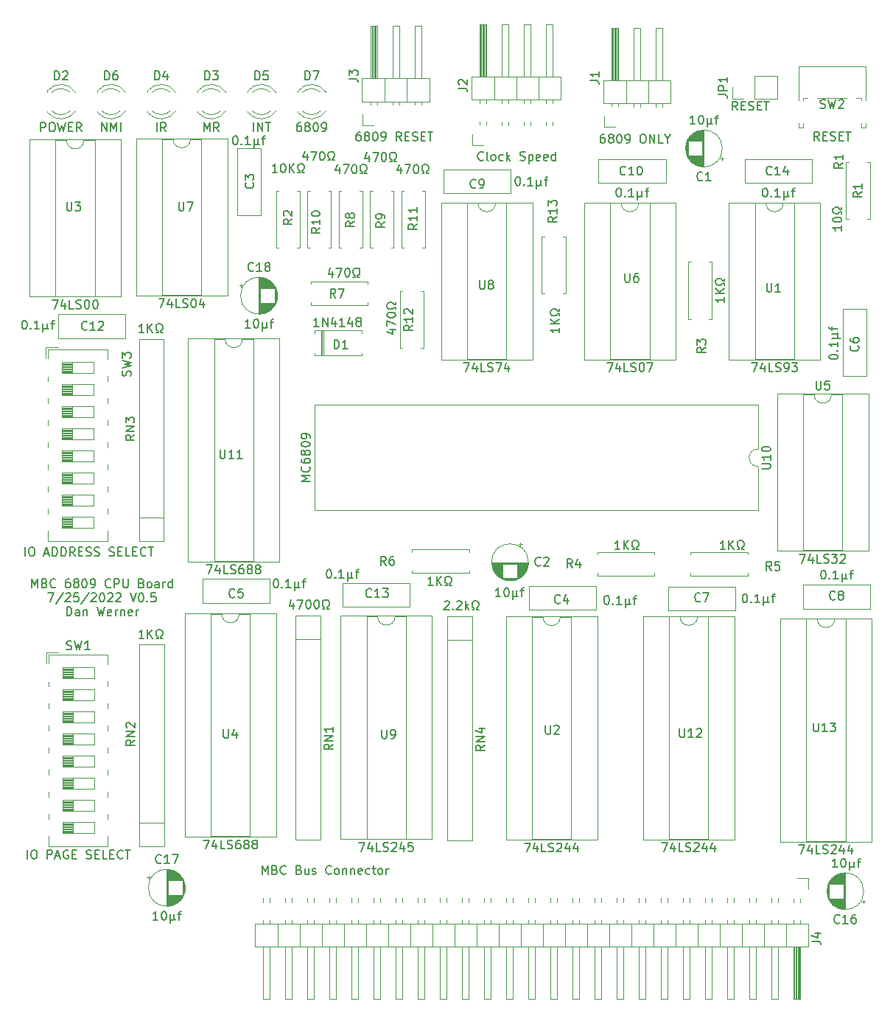
<source format=gbr>
G04 #@! TF.GenerationSoftware,KiCad,Pcbnew,(6.0.6)*
G04 #@! TF.CreationDate,2022-07-26T07:33:53-05:00*
G04 #@! TF.ProjectId,Z806809,5a383036-3830-4392-9e6b-696361645f70,rev?*
G04 #@! TF.SameCoordinates,Original*
G04 #@! TF.FileFunction,Legend,Top*
G04 #@! TF.FilePolarity,Positive*
%FSLAX46Y46*%
G04 Gerber Fmt 4.6, Leading zero omitted, Abs format (unit mm)*
G04 Created by KiCad (PCBNEW (6.0.6)) date 2022-07-26 07:33:53*
%MOMM*%
%LPD*%
G01*
G04 APERTURE LIST*
%ADD10C,0.150000*%
%ADD11C,0.120000*%
G04 APERTURE END LIST*
D10*
X71128571Y-91142380D02*
X71128571Y-90142380D01*
X71461904Y-90856666D01*
X71795238Y-90142380D01*
X71795238Y-91142380D01*
X72604761Y-90618571D02*
X72747619Y-90666190D01*
X72795238Y-90713809D01*
X72842857Y-90809047D01*
X72842857Y-90951904D01*
X72795238Y-91047142D01*
X72747619Y-91094761D01*
X72652380Y-91142380D01*
X72271428Y-91142380D01*
X72271428Y-90142380D01*
X72604761Y-90142380D01*
X72700000Y-90190000D01*
X72747619Y-90237619D01*
X72795238Y-90332857D01*
X72795238Y-90428095D01*
X72747619Y-90523333D01*
X72700000Y-90570952D01*
X72604761Y-90618571D01*
X72271428Y-90618571D01*
X73842857Y-91047142D02*
X73795238Y-91094761D01*
X73652380Y-91142380D01*
X73557142Y-91142380D01*
X73414285Y-91094761D01*
X73319047Y-90999523D01*
X73271428Y-90904285D01*
X73223809Y-90713809D01*
X73223809Y-90570952D01*
X73271428Y-90380476D01*
X73319047Y-90285238D01*
X73414285Y-90190000D01*
X73557142Y-90142380D01*
X73652380Y-90142380D01*
X73795238Y-90190000D01*
X73842857Y-90237619D01*
X75461904Y-90142380D02*
X75271428Y-90142380D01*
X75176190Y-90190000D01*
X75128571Y-90237619D01*
X75033333Y-90380476D01*
X74985714Y-90570952D01*
X74985714Y-90951904D01*
X75033333Y-91047142D01*
X75080952Y-91094761D01*
X75176190Y-91142380D01*
X75366666Y-91142380D01*
X75461904Y-91094761D01*
X75509523Y-91047142D01*
X75557142Y-90951904D01*
X75557142Y-90713809D01*
X75509523Y-90618571D01*
X75461904Y-90570952D01*
X75366666Y-90523333D01*
X75176190Y-90523333D01*
X75080952Y-90570952D01*
X75033333Y-90618571D01*
X74985714Y-90713809D01*
X76128571Y-90570952D02*
X76033333Y-90523333D01*
X75985714Y-90475714D01*
X75938095Y-90380476D01*
X75938095Y-90332857D01*
X75985714Y-90237619D01*
X76033333Y-90190000D01*
X76128571Y-90142380D01*
X76319047Y-90142380D01*
X76414285Y-90190000D01*
X76461904Y-90237619D01*
X76509523Y-90332857D01*
X76509523Y-90380476D01*
X76461904Y-90475714D01*
X76414285Y-90523333D01*
X76319047Y-90570952D01*
X76128571Y-90570952D01*
X76033333Y-90618571D01*
X75985714Y-90666190D01*
X75938095Y-90761428D01*
X75938095Y-90951904D01*
X75985714Y-91047142D01*
X76033333Y-91094761D01*
X76128571Y-91142380D01*
X76319047Y-91142380D01*
X76414285Y-91094761D01*
X76461904Y-91047142D01*
X76509523Y-90951904D01*
X76509523Y-90761428D01*
X76461904Y-90666190D01*
X76414285Y-90618571D01*
X76319047Y-90570952D01*
X77128571Y-90142380D02*
X77223809Y-90142380D01*
X77319047Y-90190000D01*
X77366666Y-90237619D01*
X77414285Y-90332857D01*
X77461904Y-90523333D01*
X77461904Y-90761428D01*
X77414285Y-90951904D01*
X77366666Y-91047142D01*
X77319047Y-91094761D01*
X77223809Y-91142380D01*
X77128571Y-91142380D01*
X77033333Y-91094761D01*
X76985714Y-91047142D01*
X76938095Y-90951904D01*
X76890476Y-90761428D01*
X76890476Y-90523333D01*
X76938095Y-90332857D01*
X76985714Y-90237619D01*
X77033333Y-90190000D01*
X77128571Y-90142380D01*
X77938095Y-91142380D02*
X78128571Y-91142380D01*
X78223809Y-91094761D01*
X78271428Y-91047142D01*
X78366666Y-90904285D01*
X78414285Y-90713809D01*
X78414285Y-90332857D01*
X78366666Y-90237619D01*
X78319047Y-90190000D01*
X78223809Y-90142380D01*
X78033333Y-90142380D01*
X77938095Y-90190000D01*
X77890476Y-90237619D01*
X77842857Y-90332857D01*
X77842857Y-90570952D01*
X77890476Y-90666190D01*
X77938095Y-90713809D01*
X78033333Y-90761428D01*
X78223809Y-90761428D01*
X78319047Y-90713809D01*
X78366666Y-90666190D01*
X78414285Y-90570952D01*
X80176190Y-91047142D02*
X80128571Y-91094761D01*
X79985714Y-91142380D01*
X79890476Y-91142380D01*
X79747619Y-91094761D01*
X79652380Y-90999523D01*
X79604761Y-90904285D01*
X79557142Y-90713809D01*
X79557142Y-90570952D01*
X79604761Y-90380476D01*
X79652380Y-90285238D01*
X79747619Y-90190000D01*
X79890476Y-90142380D01*
X79985714Y-90142380D01*
X80128571Y-90190000D01*
X80176190Y-90237619D01*
X80604761Y-91142380D02*
X80604761Y-90142380D01*
X80985714Y-90142380D01*
X81080952Y-90190000D01*
X81128571Y-90237619D01*
X81176190Y-90332857D01*
X81176190Y-90475714D01*
X81128571Y-90570952D01*
X81080952Y-90618571D01*
X80985714Y-90666190D01*
X80604761Y-90666190D01*
X81604761Y-90142380D02*
X81604761Y-90951904D01*
X81652380Y-91047142D01*
X81700000Y-91094761D01*
X81795238Y-91142380D01*
X81985714Y-91142380D01*
X82080952Y-91094761D01*
X82128571Y-91047142D01*
X82176190Y-90951904D01*
X82176190Y-90142380D01*
X83747619Y-90618571D02*
X83890476Y-90666190D01*
X83938095Y-90713809D01*
X83985714Y-90809047D01*
X83985714Y-90951904D01*
X83938095Y-91047142D01*
X83890476Y-91094761D01*
X83795238Y-91142380D01*
X83414285Y-91142380D01*
X83414285Y-90142380D01*
X83747619Y-90142380D01*
X83842857Y-90190000D01*
X83890476Y-90237619D01*
X83938095Y-90332857D01*
X83938095Y-90428095D01*
X83890476Y-90523333D01*
X83842857Y-90570952D01*
X83747619Y-90618571D01*
X83414285Y-90618571D01*
X84557142Y-91142380D02*
X84461904Y-91094761D01*
X84414285Y-91047142D01*
X84366666Y-90951904D01*
X84366666Y-90666190D01*
X84414285Y-90570952D01*
X84461904Y-90523333D01*
X84557142Y-90475714D01*
X84700000Y-90475714D01*
X84795238Y-90523333D01*
X84842857Y-90570952D01*
X84890476Y-90666190D01*
X84890476Y-90951904D01*
X84842857Y-91047142D01*
X84795238Y-91094761D01*
X84700000Y-91142380D01*
X84557142Y-91142380D01*
X85747619Y-91142380D02*
X85747619Y-90618571D01*
X85700000Y-90523333D01*
X85604761Y-90475714D01*
X85414285Y-90475714D01*
X85319047Y-90523333D01*
X85747619Y-91094761D02*
X85652380Y-91142380D01*
X85414285Y-91142380D01*
X85319047Y-91094761D01*
X85271428Y-90999523D01*
X85271428Y-90904285D01*
X85319047Y-90809047D01*
X85414285Y-90761428D01*
X85652380Y-90761428D01*
X85747619Y-90713809D01*
X86223809Y-91142380D02*
X86223809Y-90475714D01*
X86223809Y-90666190D02*
X86271428Y-90570952D01*
X86319047Y-90523333D01*
X86414285Y-90475714D01*
X86509523Y-90475714D01*
X87271428Y-91142380D02*
X87271428Y-90142380D01*
X87271428Y-91094761D02*
X87176190Y-91142380D01*
X86985714Y-91142380D01*
X86890476Y-91094761D01*
X86842857Y-91047142D01*
X86795238Y-90951904D01*
X86795238Y-90666190D01*
X86842857Y-90570952D01*
X86890476Y-90523333D01*
X86985714Y-90475714D01*
X87176190Y-90475714D01*
X87271428Y-90523333D01*
X72961904Y-91752380D02*
X73628571Y-91752380D01*
X73200000Y-92752380D01*
X74723809Y-91704761D02*
X73866666Y-92990476D01*
X75009523Y-91847619D02*
X75057142Y-91800000D01*
X75152380Y-91752380D01*
X75390476Y-91752380D01*
X75485714Y-91800000D01*
X75533333Y-91847619D01*
X75580952Y-91942857D01*
X75580952Y-92038095D01*
X75533333Y-92180952D01*
X74961904Y-92752380D01*
X75580952Y-92752380D01*
X76485714Y-91752380D02*
X76009523Y-91752380D01*
X75961904Y-92228571D01*
X76009523Y-92180952D01*
X76104761Y-92133333D01*
X76342857Y-92133333D01*
X76438095Y-92180952D01*
X76485714Y-92228571D01*
X76533333Y-92323809D01*
X76533333Y-92561904D01*
X76485714Y-92657142D01*
X76438095Y-92704761D01*
X76342857Y-92752380D01*
X76104761Y-92752380D01*
X76009523Y-92704761D01*
X75961904Y-92657142D01*
X77676190Y-91704761D02*
X76819047Y-92990476D01*
X77961904Y-91847619D02*
X78009523Y-91800000D01*
X78104761Y-91752380D01*
X78342857Y-91752380D01*
X78438095Y-91800000D01*
X78485714Y-91847619D01*
X78533333Y-91942857D01*
X78533333Y-92038095D01*
X78485714Y-92180952D01*
X77914285Y-92752380D01*
X78533333Y-92752380D01*
X79152380Y-91752380D02*
X79247619Y-91752380D01*
X79342857Y-91800000D01*
X79390476Y-91847619D01*
X79438095Y-91942857D01*
X79485714Y-92133333D01*
X79485714Y-92371428D01*
X79438095Y-92561904D01*
X79390476Y-92657142D01*
X79342857Y-92704761D01*
X79247619Y-92752380D01*
X79152380Y-92752380D01*
X79057142Y-92704761D01*
X79009523Y-92657142D01*
X78961904Y-92561904D01*
X78914285Y-92371428D01*
X78914285Y-92133333D01*
X78961904Y-91942857D01*
X79009523Y-91847619D01*
X79057142Y-91800000D01*
X79152380Y-91752380D01*
X79866666Y-91847619D02*
X79914285Y-91800000D01*
X80009523Y-91752380D01*
X80247619Y-91752380D01*
X80342857Y-91800000D01*
X80390476Y-91847619D01*
X80438095Y-91942857D01*
X80438095Y-92038095D01*
X80390476Y-92180952D01*
X79819047Y-92752380D01*
X80438095Y-92752380D01*
X80819047Y-91847619D02*
X80866666Y-91800000D01*
X80961904Y-91752380D01*
X81200000Y-91752380D01*
X81295238Y-91800000D01*
X81342857Y-91847619D01*
X81390476Y-91942857D01*
X81390476Y-92038095D01*
X81342857Y-92180952D01*
X80771428Y-92752380D01*
X81390476Y-92752380D01*
X82438095Y-91752380D02*
X82771428Y-92752380D01*
X83104761Y-91752380D01*
X83628571Y-91752380D02*
X83723809Y-91752380D01*
X83819047Y-91800000D01*
X83866666Y-91847619D01*
X83914285Y-91942857D01*
X83961904Y-92133333D01*
X83961904Y-92371428D01*
X83914285Y-92561904D01*
X83866666Y-92657142D01*
X83819047Y-92704761D01*
X83723809Y-92752380D01*
X83628571Y-92752380D01*
X83533333Y-92704761D01*
X83485714Y-92657142D01*
X83438095Y-92561904D01*
X83390476Y-92371428D01*
X83390476Y-92133333D01*
X83438095Y-91942857D01*
X83485714Y-91847619D01*
X83533333Y-91800000D01*
X83628571Y-91752380D01*
X84390476Y-92657142D02*
X84438095Y-92704761D01*
X84390476Y-92752380D01*
X84342857Y-92704761D01*
X84390476Y-92657142D01*
X84390476Y-92752380D01*
X85342857Y-91752380D02*
X84866666Y-91752380D01*
X84819047Y-92228571D01*
X84866666Y-92180952D01*
X84961904Y-92133333D01*
X85199999Y-92133333D01*
X85295238Y-92180952D01*
X85342857Y-92228571D01*
X85390476Y-92323809D01*
X85390476Y-92561904D01*
X85342857Y-92657142D01*
X85295238Y-92704761D01*
X85199999Y-92752380D01*
X84961904Y-92752380D01*
X84866666Y-92704761D01*
X84819047Y-92657142D01*
X75152380Y-94362380D02*
X75152380Y-93362380D01*
X75390476Y-93362380D01*
X75533333Y-93410000D01*
X75628571Y-93505238D01*
X75676190Y-93600476D01*
X75723809Y-93790952D01*
X75723809Y-93933809D01*
X75676190Y-94124285D01*
X75628571Y-94219523D01*
X75533333Y-94314761D01*
X75390476Y-94362380D01*
X75152380Y-94362380D01*
X76580952Y-94362380D02*
X76580952Y-93838571D01*
X76533333Y-93743333D01*
X76438095Y-93695714D01*
X76247619Y-93695714D01*
X76152380Y-93743333D01*
X76580952Y-94314761D02*
X76485714Y-94362380D01*
X76247619Y-94362380D01*
X76152380Y-94314761D01*
X76104761Y-94219523D01*
X76104761Y-94124285D01*
X76152380Y-94029047D01*
X76247619Y-93981428D01*
X76485714Y-93981428D01*
X76580952Y-93933809D01*
X77057142Y-93695714D02*
X77057142Y-94362380D01*
X77057142Y-93790952D02*
X77104761Y-93743333D01*
X77200000Y-93695714D01*
X77342857Y-93695714D01*
X77438095Y-93743333D01*
X77485714Y-93838571D01*
X77485714Y-94362380D01*
X78628571Y-93362380D02*
X78866666Y-94362380D01*
X79057142Y-93648095D01*
X79247619Y-94362380D01*
X79485714Y-93362380D01*
X80247619Y-94314761D02*
X80152380Y-94362380D01*
X79961904Y-94362380D01*
X79866666Y-94314761D01*
X79819047Y-94219523D01*
X79819047Y-93838571D01*
X79866666Y-93743333D01*
X79961904Y-93695714D01*
X80152380Y-93695714D01*
X80247619Y-93743333D01*
X80295238Y-93838571D01*
X80295238Y-93933809D01*
X79819047Y-94029047D01*
X80723809Y-94362380D02*
X80723809Y-93695714D01*
X80723809Y-93886190D02*
X80771428Y-93790952D01*
X80819047Y-93743333D01*
X80914285Y-93695714D01*
X81009523Y-93695714D01*
X81342857Y-93695714D02*
X81342857Y-94362380D01*
X81342857Y-93790952D02*
X81390476Y-93743333D01*
X81485714Y-93695714D01*
X81628571Y-93695714D01*
X81723809Y-93743333D01*
X81771428Y-93838571D01*
X81771428Y-94362380D01*
X82628571Y-94314761D02*
X82533333Y-94362380D01*
X82342857Y-94362380D01*
X82247619Y-94314761D01*
X82200000Y-94219523D01*
X82200000Y-93838571D01*
X82247619Y-93743333D01*
X82342857Y-93695714D01*
X82533333Y-93695714D01*
X82628571Y-93743333D01*
X82676190Y-93838571D01*
X82676190Y-93933809D01*
X82200000Y-94029047D01*
X83104761Y-94362380D02*
X83104761Y-93695714D01*
X83104761Y-93886190D02*
X83152380Y-93790952D01*
X83200000Y-93743333D01*
X83295238Y-93695714D01*
X83390476Y-93695714D01*
X148183333Y-44307142D02*
X148135714Y-44354761D01*
X147992857Y-44402380D01*
X147897619Y-44402380D01*
X147754761Y-44354761D01*
X147659523Y-44259523D01*
X147611904Y-44164285D01*
X147564285Y-43973809D01*
X147564285Y-43830952D01*
X147611904Y-43640476D01*
X147659523Y-43545238D01*
X147754761Y-43450000D01*
X147897619Y-43402380D01*
X147992857Y-43402380D01*
X148135714Y-43450000D01*
X148183333Y-43497619D01*
X149135714Y-44402380D02*
X148564285Y-44402380D01*
X148850000Y-44402380D02*
X148850000Y-43402380D01*
X148754761Y-43545238D01*
X148659523Y-43640476D01*
X148564285Y-43688095D01*
X147350000Y-37902380D02*
X146778571Y-37902380D01*
X147064285Y-37902380D02*
X147064285Y-36902380D01*
X146969047Y-37045238D01*
X146873809Y-37140476D01*
X146778571Y-37188095D01*
X147969047Y-36902380D02*
X148064285Y-36902380D01*
X148159523Y-36950000D01*
X148207142Y-36997619D01*
X148254761Y-37092857D01*
X148302380Y-37283333D01*
X148302380Y-37521428D01*
X148254761Y-37711904D01*
X148207142Y-37807142D01*
X148159523Y-37854761D01*
X148064285Y-37902380D01*
X147969047Y-37902380D01*
X147873809Y-37854761D01*
X147826190Y-37807142D01*
X147778571Y-37711904D01*
X147730952Y-37521428D01*
X147730952Y-37283333D01*
X147778571Y-37092857D01*
X147826190Y-36997619D01*
X147873809Y-36950000D01*
X147969047Y-36902380D01*
X148730952Y-37235714D02*
X148730952Y-38235714D01*
X149207142Y-37759523D02*
X149254761Y-37854761D01*
X149350000Y-37902380D01*
X148730952Y-37759523D02*
X148778571Y-37854761D01*
X148873809Y-37902380D01*
X149064285Y-37902380D01*
X149159523Y-37854761D01*
X149207142Y-37759523D01*
X149207142Y-37235714D01*
X149635714Y-37235714D02*
X150016666Y-37235714D01*
X149778571Y-37902380D02*
X149778571Y-37045238D01*
X149826190Y-36950000D01*
X149921428Y-36902380D01*
X150016666Y-36902380D01*
X105886904Y-63677380D02*
X105886904Y-62677380D01*
X106125000Y-62677380D01*
X106267857Y-62725000D01*
X106363095Y-62820238D01*
X106410714Y-62915476D01*
X106458333Y-63105952D01*
X106458333Y-63248809D01*
X106410714Y-63439285D01*
X106363095Y-63534523D01*
X106267857Y-63629761D01*
X106125000Y-63677380D01*
X105886904Y-63677380D01*
X107410714Y-63677380D02*
X106839285Y-63677380D01*
X107125000Y-63677380D02*
X107125000Y-62677380D01*
X107029761Y-62820238D01*
X106934523Y-62915476D01*
X106839285Y-62963095D01*
X104107142Y-61127380D02*
X103535714Y-61127380D01*
X103821428Y-61127380D02*
X103821428Y-60127380D01*
X103726190Y-60270238D01*
X103630952Y-60365476D01*
X103535714Y-60413095D01*
X104535714Y-61127380D02*
X104535714Y-60127380D01*
X105107142Y-61127380D01*
X105107142Y-60127380D01*
X106011904Y-60460714D02*
X106011904Y-61127380D01*
X105773809Y-60079761D02*
X105535714Y-60794047D01*
X106154761Y-60794047D01*
X107059523Y-61127380D02*
X106488095Y-61127380D01*
X106773809Y-61127380D02*
X106773809Y-60127380D01*
X106678571Y-60270238D01*
X106583333Y-60365476D01*
X106488095Y-60413095D01*
X107916666Y-60460714D02*
X107916666Y-61127380D01*
X107678571Y-60079761D02*
X107440476Y-60794047D01*
X108059523Y-60794047D01*
X108583333Y-60555952D02*
X108488095Y-60508333D01*
X108440476Y-60460714D01*
X108392857Y-60365476D01*
X108392857Y-60317857D01*
X108440476Y-60222619D01*
X108488095Y-60175000D01*
X108583333Y-60127380D01*
X108773809Y-60127380D01*
X108869047Y-60175000D01*
X108916666Y-60222619D01*
X108964285Y-60317857D01*
X108964285Y-60365476D01*
X108916666Y-60460714D01*
X108869047Y-60508333D01*
X108773809Y-60555952D01*
X108583333Y-60555952D01*
X108488095Y-60603571D01*
X108440476Y-60651190D01*
X108392857Y-60746428D01*
X108392857Y-60936904D01*
X108440476Y-61032142D01*
X108488095Y-61079761D01*
X108583333Y-61127380D01*
X108773809Y-61127380D01*
X108869047Y-61079761D01*
X108916666Y-61032142D01*
X108964285Y-60936904D01*
X108964285Y-60746428D01*
X108916666Y-60651190D01*
X108869047Y-60603571D01*
X108773809Y-60555952D01*
X73731904Y-32817380D02*
X73731904Y-31817380D01*
X73970000Y-31817380D01*
X74112857Y-31865000D01*
X74208095Y-31960238D01*
X74255714Y-32055476D01*
X74303333Y-32245952D01*
X74303333Y-32388809D01*
X74255714Y-32579285D01*
X74208095Y-32674523D01*
X74112857Y-32769761D01*
X73970000Y-32817380D01*
X73731904Y-32817380D01*
X74684285Y-31912619D02*
X74731904Y-31865000D01*
X74827142Y-31817380D01*
X75065238Y-31817380D01*
X75160476Y-31865000D01*
X75208095Y-31912619D01*
X75255714Y-32007857D01*
X75255714Y-32103095D01*
X75208095Y-32245952D01*
X74636666Y-32817380D01*
X75255714Y-32817380D01*
X72160476Y-38737380D02*
X72160476Y-37737380D01*
X72541428Y-37737380D01*
X72636666Y-37785000D01*
X72684285Y-37832619D01*
X72731904Y-37927857D01*
X72731904Y-38070714D01*
X72684285Y-38165952D01*
X72636666Y-38213571D01*
X72541428Y-38261190D01*
X72160476Y-38261190D01*
X73350952Y-37737380D02*
X73541428Y-37737380D01*
X73636666Y-37785000D01*
X73731904Y-37880238D01*
X73779523Y-38070714D01*
X73779523Y-38404047D01*
X73731904Y-38594523D01*
X73636666Y-38689761D01*
X73541428Y-38737380D01*
X73350952Y-38737380D01*
X73255714Y-38689761D01*
X73160476Y-38594523D01*
X73112857Y-38404047D01*
X73112857Y-38070714D01*
X73160476Y-37880238D01*
X73255714Y-37785000D01*
X73350952Y-37737380D01*
X74112857Y-37737380D02*
X74350952Y-38737380D01*
X74541428Y-38023095D01*
X74731904Y-38737380D01*
X74970000Y-37737380D01*
X75350952Y-38213571D02*
X75684285Y-38213571D01*
X75827142Y-38737380D02*
X75350952Y-38737380D01*
X75350952Y-37737380D01*
X75827142Y-37737380D01*
X76827142Y-38737380D02*
X76493809Y-38261190D01*
X76255714Y-38737380D02*
X76255714Y-37737380D01*
X76636666Y-37737380D01*
X76731904Y-37785000D01*
X76779523Y-37832619D01*
X76827142Y-37927857D01*
X76827142Y-38070714D01*
X76779523Y-38165952D01*
X76731904Y-38213571D01*
X76636666Y-38261190D01*
X76255714Y-38261190D01*
X135307380Y-32898333D02*
X136021666Y-32898333D01*
X136164523Y-32945952D01*
X136259761Y-33041190D01*
X136307380Y-33184047D01*
X136307380Y-33279285D01*
X136307380Y-31898333D02*
X136307380Y-32469761D01*
X136307380Y-32184047D02*
X135307380Y-32184047D01*
X135450238Y-32279285D01*
X135545476Y-32374523D01*
X135593095Y-32469761D01*
X136925000Y-39077380D02*
X136734523Y-39077380D01*
X136639285Y-39125000D01*
X136591666Y-39172619D01*
X136496428Y-39315476D01*
X136448809Y-39505952D01*
X136448809Y-39886904D01*
X136496428Y-39982142D01*
X136544047Y-40029761D01*
X136639285Y-40077380D01*
X136829761Y-40077380D01*
X136925000Y-40029761D01*
X136972619Y-39982142D01*
X137020238Y-39886904D01*
X137020238Y-39648809D01*
X136972619Y-39553571D01*
X136925000Y-39505952D01*
X136829761Y-39458333D01*
X136639285Y-39458333D01*
X136544047Y-39505952D01*
X136496428Y-39553571D01*
X136448809Y-39648809D01*
X137591666Y-39505952D02*
X137496428Y-39458333D01*
X137448809Y-39410714D01*
X137401190Y-39315476D01*
X137401190Y-39267857D01*
X137448809Y-39172619D01*
X137496428Y-39125000D01*
X137591666Y-39077380D01*
X137782142Y-39077380D01*
X137877380Y-39125000D01*
X137925000Y-39172619D01*
X137972619Y-39267857D01*
X137972619Y-39315476D01*
X137925000Y-39410714D01*
X137877380Y-39458333D01*
X137782142Y-39505952D01*
X137591666Y-39505952D01*
X137496428Y-39553571D01*
X137448809Y-39601190D01*
X137401190Y-39696428D01*
X137401190Y-39886904D01*
X137448809Y-39982142D01*
X137496428Y-40029761D01*
X137591666Y-40077380D01*
X137782142Y-40077380D01*
X137877380Y-40029761D01*
X137925000Y-39982142D01*
X137972619Y-39886904D01*
X137972619Y-39696428D01*
X137925000Y-39601190D01*
X137877380Y-39553571D01*
X137782142Y-39505952D01*
X138591666Y-39077380D02*
X138686904Y-39077380D01*
X138782142Y-39125000D01*
X138829761Y-39172619D01*
X138877380Y-39267857D01*
X138925000Y-39458333D01*
X138925000Y-39696428D01*
X138877380Y-39886904D01*
X138829761Y-39982142D01*
X138782142Y-40029761D01*
X138686904Y-40077380D01*
X138591666Y-40077380D01*
X138496428Y-40029761D01*
X138448809Y-39982142D01*
X138401190Y-39886904D01*
X138353571Y-39696428D01*
X138353571Y-39458333D01*
X138401190Y-39267857D01*
X138448809Y-39172619D01*
X138496428Y-39125000D01*
X138591666Y-39077380D01*
X139401190Y-40077380D02*
X139591666Y-40077380D01*
X139686904Y-40029761D01*
X139734523Y-39982142D01*
X139829761Y-39839285D01*
X139877380Y-39648809D01*
X139877380Y-39267857D01*
X139829761Y-39172619D01*
X139782142Y-39125000D01*
X139686904Y-39077380D01*
X139496428Y-39077380D01*
X139401190Y-39125000D01*
X139353571Y-39172619D01*
X139305952Y-39267857D01*
X139305952Y-39505952D01*
X139353571Y-39601190D01*
X139401190Y-39648809D01*
X139496428Y-39696428D01*
X139686904Y-39696428D01*
X139782142Y-39648809D01*
X139829761Y-39601190D01*
X139877380Y-39505952D01*
X141258333Y-39077380D02*
X141448809Y-39077380D01*
X141544047Y-39125000D01*
X141639285Y-39220238D01*
X141686904Y-39410714D01*
X141686904Y-39744047D01*
X141639285Y-39934523D01*
X141544047Y-40029761D01*
X141448809Y-40077380D01*
X141258333Y-40077380D01*
X141163095Y-40029761D01*
X141067857Y-39934523D01*
X141020238Y-39744047D01*
X141020238Y-39410714D01*
X141067857Y-39220238D01*
X141163095Y-39125000D01*
X141258333Y-39077380D01*
X142115476Y-40077380D02*
X142115476Y-39077380D01*
X142686904Y-40077380D01*
X142686904Y-39077380D01*
X143639285Y-40077380D02*
X143163095Y-40077380D01*
X143163095Y-39077380D01*
X144163095Y-39601190D02*
X144163095Y-40077380D01*
X143829761Y-39077380D02*
X144163095Y-39601190D01*
X144496428Y-39077380D01*
X150047380Y-34508333D02*
X150761666Y-34508333D01*
X150904523Y-34555952D01*
X150999761Y-34651190D01*
X151047380Y-34794047D01*
X151047380Y-34889285D01*
X151047380Y-34032142D02*
X150047380Y-34032142D01*
X150047380Y-33651190D01*
X150095000Y-33555952D01*
X150142619Y-33508333D01*
X150237857Y-33460714D01*
X150380714Y-33460714D01*
X150475952Y-33508333D01*
X150523571Y-33555952D01*
X150571190Y-33651190D01*
X150571190Y-34032142D01*
X151047380Y-32508333D02*
X151047380Y-33079761D01*
X151047380Y-32794047D02*
X150047380Y-32794047D01*
X150190238Y-32889285D01*
X150285476Y-32984523D01*
X150333095Y-33079761D01*
X152222619Y-36302380D02*
X151889285Y-35826190D01*
X151651190Y-36302380D02*
X151651190Y-35302380D01*
X152032142Y-35302380D01*
X152127380Y-35350000D01*
X152175000Y-35397619D01*
X152222619Y-35492857D01*
X152222619Y-35635714D01*
X152175000Y-35730952D01*
X152127380Y-35778571D01*
X152032142Y-35826190D01*
X151651190Y-35826190D01*
X152651190Y-35778571D02*
X152984523Y-35778571D01*
X153127380Y-36302380D02*
X152651190Y-36302380D01*
X152651190Y-35302380D01*
X153127380Y-35302380D01*
X153508333Y-36254761D02*
X153651190Y-36302380D01*
X153889285Y-36302380D01*
X153984523Y-36254761D01*
X154032142Y-36207142D01*
X154079761Y-36111904D01*
X154079761Y-36016666D01*
X154032142Y-35921428D01*
X153984523Y-35873809D01*
X153889285Y-35826190D01*
X153698809Y-35778571D01*
X153603571Y-35730952D01*
X153555952Y-35683333D01*
X153508333Y-35588095D01*
X153508333Y-35492857D01*
X153555952Y-35397619D01*
X153603571Y-35350000D01*
X153698809Y-35302380D01*
X153936904Y-35302380D01*
X154079761Y-35350000D01*
X154508333Y-35778571D02*
X154841666Y-35778571D01*
X154984523Y-36302380D02*
X154508333Y-36302380D01*
X154508333Y-35302380D01*
X154984523Y-35302380D01*
X155270238Y-35302380D02*
X155841666Y-35302380D01*
X155555952Y-36302380D02*
X155555952Y-35302380D01*
X164302380Y-42341666D02*
X163826190Y-42675000D01*
X164302380Y-42913095D02*
X163302380Y-42913095D01*
X163302380Y-42532142D01*
X163350000Y-42436904D01*
X163397619Y-42389285D01*
X163492857Y-42341666D01*
X163635714Y-42341666D01*
X163730952Y-42389285D01*
X163778571Y-42436904D01*
X163826190Y-42532142D01*
X163826190Y-42913095D01*
X164302380Y-41389285D02*
X164302380Y-41960714D01*
X164302380Y-41675000D02*
X163302380Y-41675000D01*
X163445238Y-41770238D01*
X163540476Y-41865476D01*
X163588095Y-41960714D01*
X164177380Y-49536904D02*
X164177380Y-50108333D01*
X164177380Y-49822619D02*
X163177380Y-49822619D01*
X163320238Y-49917857D01*
X163415476Y-50013095D01*
X163463095Y-50108333D01*
X163177380Y-48917857D02*
X163177380Y-48822619D01*
X163225000Y-48727380D01*
X163272619Y-48679761D01*
X163367857Y-48632142D01*
X163558333Y-48584523D01*
X163796428Y-48584523D01*
X163986904Y-48632142D01*
X164082142Y-48679761D01*
X164129761Y-48727380D01*
X164177380Y-48822619D01*
X164177380Y-48917857D01*
X164129761Y-49013095D01*
X164082142Y-49060714D01*
X163986904Y-49108333D01*
X163796428Y-49155952D01*
X163558333Y-49155952D01*
X163367857Y-49108333D01*
X163272619Y-49060714D01*
X163225000Y-49013095D01*
X163177380Y-48917857D01*
X164177380Y-48203571D02*
X164177380Y-47965476D01*
X163986904Y-47965476D01*
X163939285Y-48060714D01*
X163844047Y-48155952D01*
X163701190Y-48203571D01*
X163463095Y-48203571D01*
X163320238Y-48155952D01*
X163225000Y-48060714D01*
X163177380Y-47917857D01*
X163177380Y-47727380D01*
X163225000Y-47584523D01*
X163320238Y-47489285D01*
X163463095Y-47441666D01*
X163701190Y-47441666D01*
X163844047Y-47489285D01*
X163939285Y-47584523D01*
X163986904Y-47679761D01*
X164177380Y-47679761D01*
X164177380Y-47441666D01*
X166502380Y-45701666D02*
X166026190Y-46035000D01*
X166502380Y-46273095D02*
X165502380Y-46273095D01*
X165502380Y-45892142D01*
X165550000Y-45796904D01*
X165597619Y-45749285D01*
X165692857Y-45701666D01*
X165835714Y-45701666D01*
X165930952Y-45749285D01*
X165978571Y-45796904D01*
X166026190Y-45892142D01*
X166026190Y-46273095D01*
X166502380Y-44749285D02*
X166502380Y-45320714D01*
X166502380Y-45035000D02*
X165502380Y-45035000D01*
X165645238Y-45130238D01*
X165740476Y-45225476D01*
X165788095Y-45320714D01*
X101027380Y-48801666D02*
X100551190Y-49135000D01*
X101027380Y-49373095D02*
X100027380Y-49373095D01*
X100027380Y-48992142D01*
X100075000Y-48896904D01*
X100122619Y-48849285D01*
X100217857Y-48801666D01*
X100360714Y-48801666D01*
X100455952Y-48849285D01*
X100503571Y-48896904D01*
X100551190Y-48992142D01*
X100551190Y-49373095D01*
X100122619Y-48420714D02*
X100075000Y-48373095D01*
X100027380Y-48277857D01*
X100027380Y-48039761D01*
X100075000Y-47944523D01*
X100122619Y-47896904D01*
X100217857Y-47849285D01*
X100313095Y-47849285D01*
X100455952Y-47896904D01*
X101027380Y-48468333D01*
X101027380Y-47849285D01*
X99338095Y-43452380D02*
X98766666Y-43452380D01*
X99052380Y-43452380D02*
X99052380Y-42452380D01*
X98957142Y-42595238D01*
X98861904Y-42690476D01*
X98766666Y-42738095D01*
X99957142Y-42452380D02*
X100052380Y-42452380D01*
X100147619Y-42500000D01*
X100195238Y-42547619D01*
X100242857Y-42642857D01*
X100290476Y-42833333D01*
X100290476Y-43071428D01*
X100242857Y-43261904D01*
X100195238Y-43357142D01*
X100147619Y-43404761D01*
X100052380Y-43452380D01*
X99957142Y-43452380D01*
X99861904Y-43404761D01*
X99814285Y-43357142D01*
X99766666Y-43261904D01*
X99719047Y-43071428D01*
X99719047Y-42833333D01*
X99766666Y-42642857D01*
X99814285Y-42547619D01*
X99861904Y-42500000D01*
X99957142Y-42452380D01*
X100719047Y-43452380D02*
X100719047Y-42452380D01*
X101290476Y-43452380D02*
X100861904Y-42880952D01*
X101290476Y-42452380D02*
X100719047Y-43023809D01*
X101671428Y-43452380D02*
X101909523Y-43452380D01*
X101909523Y-43261904D01*
X101814285Y-43214285D01*
X101719047Y-43119047D01*
X101671428Y-42976190D01*
X101671428Y-42738095D01*
X101719047Y-42595238D01*
X101814285Y-42500000D01*
X101957142Y-42452380D01*
X102147619Y-42452380D01*
X102290476Y-42500000D01*
X102385714Y-42595238D01*
X102433333Y-42738095D01*
X102433333Y-42976190D01*
X102385714Y-43119047D01*
X102290476Y-43214285D01*
X102195238Y-43261904D01*
X102195238Y-43452380D01*
X102433333Y-43452380D01*
X106033333Y-57827380D02*
X105700000Y-57351190D01*
X105461904Y-57827380D02*
X105461904Y-56827380D01*
X105842857Y-56827380D01*
X105938095Y-56875000D01*
X105985714Y-56922619D01*
X106033333Y-57017857D01*
X106033333Y-57160714D01*
X105985714Y-57255952D01*
X105938095Y-57303571D01*
X105842857Y-57351190D01*
X105461904Y-57351190D01*
X106366666Y-56827380D02*
X107033333Y-56827380D01*
X106604761Y-57827380D01*
X105666666Y-54785714D02*
X105666666Y-55452380D01*
X105428571Y-54404761D02*
X105190476Y-55119047D01*
X105809523Y-55119047D01*
X106095238Y-54452380D02*
X106761904Y-54452380D01*
X106333333Y-55452380D01*
X107333333Y-54452380D02*
X107428571Y-54452380D01*
X107523809Y-54500000D01*
X107571428Y-54547619D01*
X107619047Y-54642857D01*
X107666666Y-54833333D01*
X107666666Y-55071428D01*
X107619047Y-55261904D01*
X107571428Y-55357142D01*
X107523809Y-55404761D01*
X107428571Y-55452380D01*
X107333333Y-55452380D01*
X107238095Y-55404761D01*
X107190476Y-55357142D01*
X107142857Y-55261904D01*
X107095238Y-55071428D01*
X107095238Y-54833333D01*
X107142857Y-54642857D01*
X107190476Y-54547619D01*
X107238095Y-54500000D01*
X107333333Y-54452380D01*
X108047619Y-55452380D02*
X108285714Y-55452380D01*
X108285714Y-55261904D01*
X108190476Y-55214285D01*
X108095238Y-55119047D01*
X108047619Y-54976190D01*
X108047619Y-54738095D01*
X108095238Y-54595238D01*
X108190476Y-54500000D01*
X108333333Y-54452380D01*
X108523809Y-54452380D01*
X108666666Y-54500000D01*
X108761904Y-54595238D01*
X108809523Y-54738095D01*
X108809523Y-54976190D01*
X108761904Y-55119047D01*
X108666666Y-55214285D01*
X108571428Y-55261904D01*
X108571428Y-55452380D01*
X108809523Y-55452380D01*
X82964380Y-108635476D02*
X82488190Y-108968809D01*
X82964380Y-109206904D02*
X81964380Y-109206904D01*
X81964380Y-108825952D01*
X82012000Y-108730714D01*
X82059619Y-108683095D01*
X82154857Y-108635476D01*
X82297714Y-108635476D01*
X82392952Y-108683095D01*
X82440571Y-108730714D01*
X82488190Y-108825952D01*
X82488190Y-109206904D01*
X82964380Y-108206904D02*
X81964380Y-108206904D01*
X82964380Y-107635476D01*
X81964380Y-107635476D01*
X82059619Y-107206904D02*
X82012000Y-107159285D01*
X81964380Y-107064047D01*
X81964380Y-106825952D01*
X82012000Y-106730714D01*
X82059619Y-106683095D01*
X82154857Y-106635476D01*
X82250095Y-106635476D01*
X82392952Y-106683095D01*
X82964380Y-107254523D01*
X82964380Y-106635476D01*
X84014285Y-96952380D02*
X83442857Y-96952380D01*
X83728571Y-96952380D02*
X83728571Y-95952380D01*
X83633333Y-96095238D01*
X83538095Y-96190476D01*
X83442857Y-96238095D01*
X84442857Y-96952380D02*
X84442857Y-95952380D01*
X85014285Y-96952380D02*
X84585714Y-96380952D01*
X85014285Y-95952380D02*
X84442857Y-96523809D01*
X85395238Y-96952380D02*
X85633333Y-96952380D01*
X85633333Y-96761904D01*
X85538095Y-96714285D01*
X85442857Y-96619047D01*
X85395238Y-96476190D01*
X85395238Y-96238095D01*
X85442857Y-96095238D01*
X85538095Y-96000000D01*
X85680952Y-95952380D01*
X85871428Y-95952380D01*
X86014285Y-96000000D01*
X86109523Y-96095238D01*
X86157142Y-96238095D01*
X86157142Y-96476190D01*
X86109523Y-96619047D01*
X86014285Y-96714285D01*
X85919047Y-96761904D01*
X85919047Y-96952380D01*
X86157142Y-96952380D01*
X75126666Y-98219761D02*
X75269523Y-98267380D01*
X75507619Y-98267380D01*
X75602857Y-98219761D01*
X75650476Y-98172142D01*
X75698095Y-98076904D01*
X75698095Y-97981666D01*
X75650476Y-97886428D01*
X75602857Y-97838809D01*
X75507619Y-97791190D01*
X75317142Y-97743571D01*
X75221904Y-97695952D01*
X75174285Y-97648333D01*
X75126666Y-97553095D01*
X75126666Y-97457857D01*
X75174285Y-97362619D01*
X75221904Y-97315000D01*
X75317142Y-97267380D01*
X75555238Y-97267380D01*
X75698095Y-97315000D01*
X76031428Y-97267380D02*
X76269523Y-98267380D01*
X76460000Y-97553095D01*
X76650476Y-98267380D01*
X76888571Y-97267380D01*
X77793333Y-98267380D02*
X77221904Y-98267380D01*
X77507619Y-98267380D02*
X77507619Y-97267380D01*
X77412380Y-97410238D01*
X77317142Y-97505476D01*
X77221904Y-97553095D01*
X70626666Y-122267380D02*
X70626666Y-121267380D01*
X71293333Y-121267380D02*
X71483809Y-121267380D01*
X71579047Y-121315000D01*
X71674285Y-121410238D01*
X71721904Y-121600714D01*
X71721904Y-121934047D01*
X71674285Y-122124523D01*
X71579047Y-122219761D01*
X71483809Y-122267380D01*
X71293333Y-122267380D01*
X71198095Y-122219761D01*
X71102857Y-122124523D01*
X71055238Y-121934047D01*
X71055238Y-121600714D01*
X71102857Y-121410238D01*
X71198095Y-121315000D01*
X71293333Y-121267380D01*
X72912380Y-122267380D02*
X72912380Y-121267380D01*
X73293333Y-121267380D01*
X73388571Y-121315000D01*
X73436190Y-121362619D01*
X73483809Y-121457857D01*
X73483809Y-121600714D01*
X73436190Y-121695952D01*
X73388571Y-121743571D01*
X73293333Y-121791190D01*
X72912380Y-121791190D01*
X73864761Y-121981666D02*
X74340952Y-121981666D01*
X73769523Y-122267380D02*
X74102857Y-121267380D01*
X74436190Y-122267380D01*
X75293333Y-121315000D02*
X75198095Y-121267380D01*
X75055238Y-121267380D01*
X74912380Y-121315000D01*
X74817142Y-121410238D01*
X74769523Y-121505476D01*
X74721904Y-121695952D01*
X74721904Y-121838809D01*
X74769523Y-122029285D01*
X74817142Y-122124523D01*
X74912380Y-122219761D01*
X75055238Y-122267380D01*
X75150476Y-122267380D01*
X75293333Y-122219761D01*
X75340952Y-122172142D01*
X75340952Y-121838809D01*
X75150476Y-121838809D01*
X75769523Y-121743571D02*
X76102857Y-121743571D01*
X76245714Y-122267380D02*
X75769523Y-122267380D01*
X75769523Y-121267380D01*
X76245714Y-121267380D01*
X77388571Y-122219761D02*
X77531428Y-122267380D01*
X77769523Y-122267380D01*
X77864761Y-122219761D01*
X77912380Y-122172142D01*
X77960000Y-122076904D01*
X77960000Y-121981666D01*
X77912380Y-121886428D01*
X77864761Y-121838809D01*
X77769523Y-121791190D01*
X77579047Y-121743571D01*
X77483809Y-121695952D01*
X77436190Y-121648333D01*
X77388571Y-121553095D01*
X77388571Y-121457857D01*
X77436190Y-121362619D01*
X77483809Y-121315000D01*
X77579047Y-121267380D01*
X77817142Y-121267380D01*
X77960000Y-121315000D01*
X78388571Y-121743571D02*
X78721904Y-121743571D01*
X78864761Y-122267380D02*
X78388571Y-122267380D01*
X78388571Y-121267380D01*
X78864761Y-121267380D01*
X79769523Y-122267380D02*
X79293333Y-122267380D01*
X79293333Y-121267380D01*
X80102857Y-121743571D02*
X80436190Y-121743571D01*
X80579047Y-122267380D02*
X80102857Y-122267380D01*
X80102857Y-121267380D01*
X80579047Y-121267380D01*
X81579047Y-122172142D02*
X81531428Y-122219761D01*
X81388571Y-122267380D01*
X81293333Y-122267380D01*
X81150476Y-122219761D01*
X81055238Y-122124523D01*
X81007619Y-122029285D01*
X80960000Y-121838809D01*
X80960000Y-121695952D01*
X81007619Y-121505476D01*
X81055238Y-121410238D01*
X81150476Y-121315000D01*
X81293333Y-121267380D01*
X81388571Y-121267380D01*
X81531428Y-121315000D01*
X81579047Y-121362619D01*
X81864761Y-121267380D02*
X82436190Y-121267380D01*
X82150476Y-122267380D02*
X82150476Y-121267380D01*
X161741666Y-36034761D02*
X161884523Y-36082380D01*
X162122619Y-36082380D01*
X162217857Y-36034761D01*
X162265476Y-35987142D01*
X162313095Y-35891904D01*
X162313095Y-35796666D01*
X162265476Y-35701428D01*
X162217857Y-35653809D01*
X162122619Y-35606190D01*
X161932142Y-35558571D01*
X161836904Y-35510952D01*
X161789285Y-35463333D01*
X161741666Y-35368095D01*
X161741666Y-35272857D01*
X161789285Y-35177619D01*
X161836904Y-35130000D01*
X161932142Y-35082380D01*
X162170238Y-35082380D01*
X162313095Y-35130000D01*
X162646428Y-35082380D02*
X162884523Y-36082380D01*
X163075000Y-35368095D01*
X163265476Y-36082380D01*
X163503571Y-35082380D01*
X163836904Y-35177619D02*
X163884523Y-35130000D01*
X163979761Y-35082380D01*
X164217857Y-35082380D01*
X164313095Y-35130000D01*
X164360714Y-35177619D01*
X164408333Y-35272857D01*
X164408333Y-35368095D01*
X164360714Y-35510952D01*
X163789285Y-36082380D01*
X164408333Y-36082380D01*
X161622619Y-39792260D02*
X161289285Y-39316070D01*
X161051190Y-39792260D02*
X161051190Y-38792260D01*
X161432142Y-38792260D01*
X161527380Y-38839880D01*
X161575000Y-38887499D01*
X161622619Y-38982737D01*
X161622619Y-39125594D01*
X161575000Y-39220832D01*
X161527380Y-39268451D01*
X161432142Y-39316070D01*
X161051190Y-39316070D01*
X162051190Y-39268451D02*
X162384523Y-39268451D01*
X162527380Y-39792260D02*
X162051190Y-39792260D01*
X162051190Y-38792260D01*
X162527380Y-38792260D01*
X162908333Y-39744641D02*
X163051190Y-39792260D01*
X163289285Y-39792260D01*
X163384523Y-39744641D01*
X163432142Y-39697022D01*
X163479761Y-39601784D01*
X163479761Y-39506546D01*
X163432142Y-39411308D01*
X163384523Y-39363689D01*
X163289285Y-39316070D01*
X163098809Y-39268451D01*
X163003571Y-39220832D01*
X162955952Y-39173213D01*
X162908333Y-39077975D01*
X162908333Y-38982737D01*
X162955952Y-38887499D01*
X163003571Y-38839880D01*
X163098809Y-38792260D01*
X163336904Y-38792260D01*
X163479761Y-38839880D01*
X163908333Y-39268451D02*
X164241666Y-39268451D01*
X164384523Y-39792260D02*
X163908333Y-39792260D01*
X163908333Y-38792260D01*
X164384523Y-38792260D01*
X164670238Y-38792260D02*
X165241666Y-38792260D01*
X164955952Y-39792260D02*
X164955952Y-38792260D01*
X82454761Y-66808333D02*
X82502380Y-66665476D01*
X82502380Y-66427380D01*
X82454761Y-66332142D01*
X82407142Y-66284523D01*
X82311904Y-66236904D01*
X82216666Y-66236904D01*
X82121428Y-66284523D01*
X82073809Y-66332142D01*
X82026190Y-66427380D01*
X81978571Y-66617857D01*
X81930952Y-66713095D01*
X81883333Y-66760714D01*
X81788095Y-66808333D01*
X81692857Y-66808333D01*
X81597619Y-66760714D01*
X81550000Y-66713095D01*
X81502380Y-66617857D01*
X81502380Y-66379761D01*
X81550000Y-66236904D01*
X81502380Y-65903571D02*
X82502380Y-65665476D01*
X81788095Y-65475000D01*
X82502380Y-65284523D01*
X81502380Y-65046428D01*
X81502380Y-64760714D02*
X81502380Y-64141666D01*
X81883333Y-64475000D01*
X81883333Y-64332142D01*
X81930952Y-64236904D01*
X81978571Y-64189285D01*
X82073809Y-64141666D01*
X82311904Y-64141666D01*
X82407142Y-64189285D01*
X82454761Y-64236904D01*
X82502380Y-64332142D01*
X82502380Y-64617857D01*
X82454761Y-64713095D01*
X82407142Y-64760714D01*
X70364285Y-87502380D02*
X70364285Y-86502380D01*
X71030952Y-86502380D02*
X71221428Y-86502380D01*
X71316666Y-86550000D01*
X71411904Y-86645238D01*
X71459523Y-86835714D01*
X71459523Y-87169047D01*
X71411904Y-87359523D01*
X71316666Y-87454761D01*
X71221428Y-87502380D01*
X71030952Y-87502380D01*
X70935714Y-87454761D01*
X70840476Y-87359523D01*
X70792857Y-87169047D01*
X70792857Y-86835714D01*
X70840476Y-86645238D01*
X70935714Y-86550000D01*
X71030952Y-86502380D01*
X72602380Y-87216666D02*
X73078571Y-87216666D01*
X72507142Y-87502380D02*
X72840476Y-86502380D01*
X73173809Y-87502380D01*
X73507142Y-87502380D02*
X73507142Y-86502380D01*
X73745238Y-86502380D01*
X73888095Y-86550000D01*
X73983333Y-86645238D01*
X74030952Y-86740476D01*
X74078571Y-86930952D01*
X74078571Y-87073809D01*
X74030952Y-87264285D01*
X73983333Y-87359523D01*
X73888095Y-87454761D01*
X73745238Y-87502380D01*
X73507142Y-87502380D01*
X74507142Y-87502380D02*
X74507142Y-86502380D01*
X74745238Y-86502380D01*
X74888095Y-86550000D01*
X74983333Y-86645238D01*
X75030952Y-86740476D01*
X75078571Y-86930952D01*
X75078571Y-87073809D01*
X75030952Y-87264285D01*
X74983333Y-87359523D01*
X74888095Y-87454761D01*
X74745238Y-87502380D01*
X74507142Y-87502380D01*
X76078571Y-87502380D02*
X75745238Y-87026190D01*
X75507142Y-87502380D02*
X75507142Y-86502380D01*
X75888095Y-86502380D01*
X75983333Y-86550000D01*
X76030952Y-86597619D01*
X76078571Y-86692857D01*
X76078571Y-86835714D01*
X76030952Y-86930952D01*
X75983333Y-86978571D01*
X75888095Y-87026190D01*
X75507142Y-87026190D01*
X76507142Y-86978571D02*
X76840476Y-86978571D01*
X76983333Y-87502380D02*
X76507142Y-87502380D01*
X76507142Y-86502380D01*
X76983333Y-86502380D01*
X77364285Y-87454761D02*
X77507142Y-87502380D01*
X77745238Y-87502380D01*
X77840476Y-87454761D01*
X77888095Y-87407142D01*
X77935714Y-87311904D01*
X77935714Y-87216666D01*
X77888095Y-87121428D01*
X77840476Y-87073809D01*
X77745238Y-87026190D01*
X77554761Y-86978571D01*
X77459523Y-86930952D01*
X77411904Y-86883333D01*
X77364285Y-86788095D01*
X77364285Y-86692857D01*
X77411904Y-86597619D01*
X77459523Y-86550000D01*
X77554761Y-86502380D01*
X77792857Y-86502380D01*
X77935714Y-86550000D01*
X78316666Y-87454761D02*
X78459523Y-87502380D01*
X78697619Y-87502380D01*
X78792857Y-87454761D01*
X78840476Y-87407142D01*
X78888095Y-87311904D01*
X78888095Y-87216666D01*
X78840476Y-87121428D01*
X78792857Y-87073809D01*
X78697619Y-87026190D01*
X78507142Y-86978571D01*
X78411904Y-86930952D01*
X78364285Y-86883333D01*
X78316666Y-86788095D01*
X78316666Y-86692857D01*
X78364285Y-86597619D01*
X78411904Y-86550000D01*
X78507142Y-86502380D01*
X78745238Y-86502380D01*
X78888095Y-86550000D01*
X80030952Y-87454761D02*
X80173809Y-87502380D01*
X80411904Y-87502380D01*
X80507142Y-87454761D01*
X80554761Y-87407142D01*
X80602380Y-87311904D01*
X80602380Y-87216666D01*
X80554761Y-87121428D01*
X80507142Y-87073809D01*
X80411904Y-87026190D01*
X80221428Y-86978571D01*
X80126190Y-86930952D01*
X80078571Y-86883333D01*
X80030952Y-86788095D01*
X80030952Y-86692857D01*
X80078571Y-86597619D01*
X80126190Y-86550000D01*
X80221428Y-86502380D01*
X80459523Y-86502380D01*
X80602380Y-86550000D01*
X81030952Y-86978571D02*
X81364285Y-86978571D01*
X81507142Y-87502380D02*
X81030952Y-87502380D01*
X81030952Y-86502380D01*
X81507142Y-86502380D01*
X82411904Y-87502380D02*
X81935714Y-87502380D01*
X81935714Y-86502380D01*
X82745238Y-86978571D02*
X83078571Y-86978571D01*
X83221428Y-87502380D02*
X82745238Y-87502380D01*
X82745238Y-86502380D01*
X83221428Y-86502380D01*
X84221428Y-87407142D02*
X84173809Y-87454761D01*
X84030952Y-87502380D01*
X83935714Y-87502380D01*
X83792857Y-87454761D01*
X83697619Y-87359523D01*
X83650000Y-87264285D01*
X83602380Y-87073809D01*
X83602380Y-86930952D01*
X83650000Y-86740476D01*
X83697619Y-86645238D01*
X83792857Y-86550000D01*
X83935714Y-86502380D01*
X84030952Y-86502380D01*
X84173809Y-86550000D01*
X84221428Y-86597619D01*
X84507142Y-86502380D02*
X85078571Y-86502380D01*
X84792857Y-87502380D02*
X84792857Y-86502380D01*
X155575595Y-56177380D02*
X155575595Y-56986904D01*
X155623214Y-57082142D01*
X155670833Y-57129761D01*
X155766071Y-57177380D01*
X155956547Y-57177380D01*
X156051785Y-57129761D01*
X156099404Y-57082142D01*
X156147023Y-56986904D01*
X156147023Y-56177380D01*
X157147023Y-57177380D02*
X156575595Y-57177380D01*
X156861309Y-57177380D02*
X156861309Y-56177380D01*
X156766071Y-56320238D01*
X156670833Y-56415476D01*
X156575595Y-56463095D01*
X153842142Y-65322380D02*
X154508809Y-65322380D01*
X154080238Y-66322380D01*
X155318333Y-65655714D02*
X155318333Y-66322380D01*
X155080238Y-65274761D02*
X154842142Y-65989047D01*
X155461190Y-65989047D01*
X156318333Y-66322380D02*
X155842142Y-66322380D01*
X155842142Y-65322380D01*
X156604047Y-66274761D02*
X156746904Y-66322380D01*
X156985000Y-66322380D01*
X157080238Y-66274761D01*
X157127857Y-66227142D01*
X157175476Y-66131904D01*
X157175476Y-66036666D01*
X157127857Y-65941428D01*
X157080238Y-65893809D01*
X156985000Y-65846190D01*
X156794523Y-65798571D01*
X156699285Y-65750952D01*
X156651666Y-65703333D01*
X156604047Y-65608095D01*
X156604047Y-65512857D01*
X156651666Y-65417619D01*
X156699285Y-65370000D01*
X156794523Y-65322380D01*
X157032619Y-65322380D01*
X157175476Y-65370000D01*
X157651666Y-66322380D02*
X157842142Y-66322380D01*
X157937380Y-66274761D01*
X157985000Y-66227142D01*
X158080238Y-66084285D01*
X158127857Y-65893809D01*
X158127857Y-65512857D01*
X158080238Y-65417619D01*
X158032619Y-65370000D01*
X157937380Y-65322380D01*
X157746904Y-65322380D01*
X157651666Y-65370000D01*
X157604047Y-65417619D01*
X157556428Y-65512857D01*
X157556428Y-65750952D01*
X157604047Y-65846190D01*
X157651666Y-65893809D01*
X157746904Y-65941428D01*
X157937380Y-65941428D01*
X158032619Y-65893809D01*
X158080238Y-65846190D01*
X158127857Y-65750952D01*
X158461190Y-65322380D02*
X159080238Y-65322380D01*
X158746904Y-65703333D01*
X158889761Y-65703333D01*
X158985000Y-65750952D01*
X159032619Y-65798571D01*
X159080238Y-65893809D01*
X159080238Y-66131904D01*
X159032619Y-66227142D01*
X158985000Y-66274761D01*
X158889761Y-66322380D01*
X158604047Y-66322380D01*
X158508809Y-66274761D01*
X158461190Y-66227142D01*
X139288095Y-55052380D02*
X139288095Y-55861904D01*
X139335714Y-55957142D01*
X139383333Y-56004761D01*
X139478571Y-56052380D01*
X139669047Y-56052380D01*
X139764285Y-56004761D01*
X139811904Y-55957142D01*
X139859523Y-55861904D01*
X139859523Y-55052380D01*
X140764285Y-55052380D02*
X140573809Y-55052380D01*
X140478571Y-55100000D01*
X140430952Y-55147619D01*
X140335714Y-55290476D01*
X140288095Y-55480952D01*
X140288095Y-55861904D01*
X140335714Y-55957142D01*
X140383333Y-56004761D01*
X140478571Y-56052380D01*
X140669047Y-56052380D01*
X140764285Y-56004761D01*
X140811904Y-55957142D01*
X140859523Y-55861904D01*
X140859523Y-55623809D01*
X140811904Y-55528571D01*
X140764285Y-55480952D01*
X140669047Y-55433333D01*
X140478571Y-55433333D01*
X140383333Y-55480952D01*
X140335714Y-55528571D01*
X140288095Y-55623809D01*
X137217142Y-65322380D02*
X137883809Y-65322380D01*
X137455238Y-66322380D01*
X138693333Y-65655714D02*
X138693333Y-66322380D01*
X138455238Y-65274761D02*
X138217142Y-65989047D01*
X138836190Y-65989047D01*
X139693333Y-66322380D02*
X139217142Y-66322380D01*
X139217142Y-65322380D01*
X139979047Y-66274761D02*
X140121904Y-66322380D01*
X140360000Y-66322380D01*
X140455238Y-66274761D01*
X140502857Y-66227142D01*
X140550476Y-66131904D01*
X140550476Y-66036666D01*
X140502857Y-65941428D01*
X140455238Y-65893809D01*
X140360000Y-65846190D01*
X140169523Y-65798571D01*
X140074285Y-65750952D01*
X140026666Y-65703333D01*
X139979047Y-65608095D01*
X139979047Y-65512857D01*
X140026666Y-65417619D01*
X140074285Y-65370000D01*
X140169523Y-65322380D01*
X140407619Y-65322380D01*
X140550476Y-65370000D01*
X141169523Y-65322380D02*
X141264761Y-65322380D01*
X141360000Y-65370000D01*
X141407619Y-65417619D01*
X141455238Y-65512857D01*
X141502857Y-65703333D01*
X141502857Y-65941428D01*
X141455238Y-66131904D01*
X141407619Y-66227142D01*
X141360000Y-66274761D01*
X141264761Y-66322380D01*
X141169523Y-66322380D01*
X141074285Y-66274761D01*
X141026666Y-66227142D01*
X140979047Y-66131904D01*
X140931428Y-65941428D01*
X140931428Y-65703333D01*
X140979047Y-65512857D01*
X141026666Y-65417619D01*
X141074285Y-65370000D01*
X141169523Y-65322380D01*
X141836190Y-65322380D02*
X142502857Y-65322380D01*
X142074285Y-66322380D01*
X88013095Y-46847380D02*
X88013095Y-47656904D01*
X88060714Y-47752142D01*
X88108333Y-47799761D01*
X88203571Y-47847380D01*
X88394047Y-47847380D01*
X88489285Y-47799761D01*
X88536904Y-47752142D01*
X88584523Y-47656904D01*
X88584523Y-46847380D01*
X88965476Y-46847380D02*
X89632142Y-46847380D01*
X89203571Y-47847380D01*
X85717142Y-57972380D02*
X86383809Y-57972380D01*
X85955238Y-58972380D01*
X87193333Y-58305714D02*
X87193333Y-58972380D01*
X86955238Y-57924761D02*
X86717142Y-58639047D01*
X87336190Y-58639047D01*
X88193333Y-58972380D02*
X87717142Y-58972380D01*
X87717142Y-57972380D01*
X88479047Y-58924761D02*
X88621904Y-58972380D01*
X88860000Y-58972380D01*
X88955238Y-58924761D01*
X89002857Y-58877142D01*
X89050476Y-58781904D01*
X89050476Y-58686666D01*
X89002857Y-58591428D01*
X88955238Y-58543809D01*
X88860000Y-58496190D01*
X88669523Y-58448571D01*
X88574285Y-58400952D01*
X88526666Y-58353333D01*
X88479047Y-58258095D01*
X88479047Y-58162857D01*
X88526666Y-58067619D01*
X88574285Y-58020000D01*
X88669523Y-57972380D01*
X88907619Y-57972380D01*
X89050476Y-58020000D01*
X89669523Y-57972380D02*
X89764761Y-57972380D01*
X89860000Y-58020000D01*
X89907619Y-58067619D01*
X89955238Y-58162857D01*
X90002857Y-58353333D01*
X90002857Y-58591428D01*
X89955238Y-58781904D01*
X89907619Y-58877142D01*
X89860000Y-58924761D01*
X89764761Y-58972380D01*
X89669523Y-58972380D01*
X89574285Y-58924761D01*
X89526666Y-58877142D01*
X89479047Y-58781904D01*
X89431428Y-58591428D01*
X89431428Y-58353333D01*
X89479047Y-58162857D01*
X89526666Y-58067619D01*
X89574285Y-58020000D01*
X89669523Y-57972380D01*
X90860000Y-58305714D02*
X90860000Y-58972380D01*
X90621904Y-57924761D02*
X90383809Y-58639047D01*
X91002857Y-58639047D01*
X92761904Y-75302380D02*
X92761904Y-76111904D01*
X92809523Y-76207142D01*
X92857142Y-76254761D01*
X92952380Y-76302380D01*
X93142857Y-76302380D01*
X93238095Y-76254761D01*
X93285714Y-76207142D01*
X93333333Y-76111904D01*
X93333333Y-75302380D01*
X94333333Y-76302380D02*
X93761904Y-76302380D01*
X94047619Y-76302380D02*
X94047619Y-75302380D01*
X93952380Y-75445238D01*
X93857142Y-75540476D01*
X93761904Y-75588095D01*
X95285714Y-76302380D02*
X94714285Y-76302380D01*
X95000000Y-76302380D02*
X95000000Y-75302380D01*
X94904761Y-75445238D01*
X94809523Y-75540476D01*
X94714285Y-75588095D01*
X91215952Y-88542380D02*
X91882619Y-88542380D01*
X91454047Y-89542380D01*
X92692142Y-88875714D02*
X92692142Y-89542380D01*
X92454047Y-88494761D02*
X92215952Y-89209047D01*
X92835000Y-89209047D01*
X93692142Y-89542380D02*
X93215952Y-89542380D01*
X93215952Y-88542380D01*
X93977857Y-89494761D02*
X94120714Y-89542380D01*
X94358809Y-89542380D01*
X94454047Y-89494761D01*
X94501666Y-89447142D01*
X94549285Y-89351904D01*
X94549285Y-89256666D01*
X94501666Y-89161428D01*
X94454047Y-89113809D01*
X94358809Y-89066190D01*
X94168333Y-89018571D01*
X94073095Y-88970952D01*
X94025476Y-88923333D01*
X93977857Y-88828095D01*
X93977857Y-88732857D01*
X94025476Y-88637619D01*
X94073095Y-88590000D01*
X94168333Y-88542380D01*
X94406428Y-88542380D01*
X94549285Y-88590000D01*
X95406428Y-88542380D02*
X95215952Y-88542380D01*
X95120714Y-88590000D01*
X95073095Y-88637619D01*
X94977857Y-88780476D01*
X94930238Y-88970952D01*
X94930238Y-89351904D01*
X94977857Y-89447142D01*
X95025476Y-89494761D01*
X95120714Y-89542380D01*
X95311190Y-89542380D01*
X95406428Y-89494761D01*
X95454047Y-89447142D01*
X95501666Y-89351904D01*
X95501666Y-89113809D01*
X95454047Y-89018571D01*
X95406428Y-88970952D01*
X95311190Y-88923333D01*
X95120714Y-88923333D01*
X95025476Y-88970952D01*
X94977857Y-89018571D01*
X94930238Y-89113809D01*
X96073095Y-88970952D02*
X95977857Y-88923333D01*
X95930238Y-88875714D01*
X95882619Y-88780476D01*
X95882619Y-88732857D01*
X95930238Y-88637619D01*
X95977857Y-88590000D01*
X96073095Y-88542380D01*
X96263571Y-88542380D01*
X96358809Y-88590000D01*
X96406428Y-88637619D01*
X96454047Y-88732857D01*
X96454047Y-88780476D01*
X96406428Y-88875714D01*
X96358809Y-88923333D01*
X96263571Y-88970952D01*
X96073095Y-88970952D01*
X95977857Y-89018571D01*
X95930238Y-89066190D01*
X95882619Y-89161428D01*
X95882619Y-89351904D01*
X95930238Y-89447142D01*
X95977857Y-89494761D01*
X96073095Y-89542380D01*
X96263571Y-89542380D01*
X96358809Y-89494761D01*
X96406428Y-89447142D01*
X96454047Y-89351904D01*
X96454047Y-89161428D01*
X96406428Y-89066190D01*
X96358809Y-89018571D01*
X96263571Y-88970952D01*
X97025476Y-88970952D02*
X96930238Y-88923333D01*
X96882619Y-88875714D01*
X96835000Y-88780476D01*
X96835000Y-88732857D01*
X96882619Y-88637619D01*
X96930238Y-88590000D01*
X97025476Y-88542380D01*
X97215952Y-88542380D01*
X97311190Y-88590000D01*
X97358809Y-88637619D01*
X97406428Y-88732857D01*
X97406428Y-88780476D01*
X97358809Y-88875714D01*
X97311190Y-88923333D01*
X97215952Y-88970952D01*
X97025476Y-88970952D01*
X96930238Y-89018571D01*
X96882619Y-89066190D01*
X96835000Y-89161428D01*
X96835000Y-89351904D01*
X96882619Y-89447142D01*
X96930238Y-89494761D01*
X97025476Y-89542380D01*
X97215952Y-89542380D01*
X97311190Y-89494761D01*
X97358809Y-89447142D01*
X97406428Y-89351904D01*
X97406428Y-89161428D01*
X97358809Y-89066190D01*
X97311190Y-89018571D01*
X97215952Y-88970952D01*
X122588095Y-55852380D02*
X122588095Y-56661904D01*
X122635714Y-56757142D01*
X122683333Y-56804761D01*
X122778571Y-56852380D01*
X122969047Y-56852380D01*
X123064285Y-56804761D01*
X123111904Y-56757142D01*
X123159523Y-56661904D01*
X123159523Y-55852380D01*
X123778571Y-56280952D02*
X123683333Y-56233333D01*
X123635714Y-56185714D01*
X123588095Y-56090476D01*
X123588095Y-56042857D01*
X123635714Y-55947619D01*
X123683333Y-55900000D01*
X123778571Y-55852380D01*
X123969047Y-55852380D01*
X124064285Y-55900000D01*
X124111904Y-55947619D01*
X124159523Y-56042857D01*
X124159523Y-56090476D01*
X124111904Y-56185714D01*
X124064285Y-56233333D01*
X123969047Y-56280952D01*
X123778571Y-56280952D01*
X123683333Y-56328571D01*
X123635714Y-56376190D01*
X123588095Y-56471428D01*
X123588095Y-56661904D01*
X123635714Y-56757142D01*
X123683333Y-56804761D01*
X123778571Y-56852380D01*
X123969047Y-56852380D01*
X124064285Y-56804761D01*
X124111904Y-56757142D01*
X124159523Y-56661904D01*
X124159523Y-56471428D01*
X124111904Y-56376190D01*
X124064285Y-56328571D01*
X123969047Y-56280952D01*
X120767142Y-65322380D02*
X121433809Y-65322380D01*
X121005238Y-66322380D01*
X122243333Y-65655714D02*
X122243333Y-66322380D01*
X122005238Y-65274761D02*
X121767142Y-65989047D01*
X122386190Y-65989047D01*
X123243333Y-66322380D02*
X122767142Y-66322380D01*
X122767142Y-65322380D01*
X123529047Y-66274761D02*
X123671904Y-66322380D01*
X123910000Y-66322380D01*
X124005238Y-66274761D01*
X124052857Y-66227142D01*
X124100476Y-66131904D01*
X124100476Y-66036666D01*
X124052857Y-65941428D01*
X124005238Y-65893809D01*
X123910000Y-65846190D01*
X123719523Y-65798571D01*
X123624285Y-65750952D01*
X123576666Y-65703333D01*
X123529047Y-65608095D01*
X123529047Y-65512857D01*
X123576666Y-65417619D01*
X123624285Y-65370000D01*
X123719523Y-65322380D01*
X123957619Y-65322380D01*
X124100476Y-65370000D01*
X124433809Y-65322380D02*
X125100476Y-65322380D01*
X124671904Y-66322380D01*
X125910000Y-65655714D02*
X125910000Y-66322380D01*
X125671904Y-65274761D02*
X125433809Y-65989047D01*
X126052857Y-65989047D01*
X82914380Y-73585476D02*
X82438190Y-73918809D01*
X82914380Y-74156904D02*
X81914380Y-74156904D01*
X81914380Y-73775952D01*
X81962000Y-73680714D01*
X82009619Y-73633095D01*
X82104857Y-73585476D01*
X82247714Y-73585476D01*
X82342952Y-73633095D01*
X82390571Y-73680714D01*
X82438190Y-73775952D01*
X82438190Y-74156904D01*
X82914380Y-73156904D02*
X81914380Y-73156904D01*
X82914380Y-72585476D01*
X81914380Y-72585476D01*
X81914380Y-72204523D02*
X81914380Y-71585476D01*
X82295333Y-71918809D01*
X82295333Y-71775952D01*
X82342952Y-71680714D01*
X82390571Y-71633095D01*
X82485809Y-71585476D01*
X82723904Y-71585476D01*
X82819142Y-71633095D01*
X82866761Y-71680714D01*
X82914380Y-71775952D01*
X82914380Y-72061666D01*
X82866761Y-72156904D01*
X82819142Y-72204523D01*
X84014285Y-61852380D02*
X83442857Y-61852380D01*
X83728571Y-61852380D02*
X83728571Y-60852380D01*
X83633333Y-60995238D01*
X83538095Y-61090476D01*
X83442857Y-61138095D01*
X84442857Y-61852380D02*
X84442857Y-60852380D01*
X85014285Y-61852380D02*
X84585714Y-61280952D01*
X85014285Y-60852380D02*
X84442857Y-61423809D01*
X85395238Y-61852380D02*
X85633333Y-61852380D01*
X85633333Y-61661904D01*
X85538095Y-61614285D01*
X85442857Y-61519047D01*
X85395238Y-61376190D01*
X85395238Y-61138095D01*
X85442857Y-60995238D01*
X85538095Y-60900000D01*
X85680952Y-60852380D01*
X85871428Y-60852380D01*
X86014285Y-60900000D01*
X86109523Y-60995238D01*
X86157142Y-61138095D01*
X86157142Y-61376190D01*
X86109523Y-61519047D01*
X86014285Y-61614285D01*
X85919047Y-61661904D01*
X85919047Y-61852380D01*
X86157142Y-61852380D01*
X104252380Y-49802857D02*
X103776190Y-50136190D01*
X104252380Y-50374285D02*
X103252380Y-50374285D01*
X103252380Y-49993333D01*
X103300000Y-49898095D01*
X103347619Y-49850476D01*
X103442857Y-49802857D01*
X103585714Y-49802857D01*
X103680952Y-49850476D01*
X103728571Y-49898095D01*
X103776190Y-49993333D01*
X103776190Y-50374285D01*
X104252380Y-48850476D02*
X104252380Y-49421904D01*
X104252380Y-49136190D02*
X103252380Y-49136190D01*
X103395238Y-49231428D01*
X103490476Y-49326666D01*
X103538095Y-49421904D01*
X103252380Y-48231428D02*
X103252380Y-48136190D01*
X103300000Y-48040952D01*
X103347619Y-47993333D01*
X103442857Y-47945714D01*
X103633333Y-47898095D01*
X103871428Y-47898095D01*
X104061904Y-47945714D01*
X104157142Y-47993333D01*
X104204761Y-48040952D01*
X104252380Y-48136190D01*
X104252380Y-48231428D01*
X104204761Y-48326666D01*
X104157142Y-48374285D01*
X104061904Y-48421904D01*
X103871428Y-48469523D01*
X103633333Y-48469523D01*
X103442857Y-48421904D01*
X103347619Y-48374285D01*
X103300000Y-48326666D01*
X103252380Y-48231428D01*
X102766666Y-41385714D02*
X102766666Y-42052380D01*
X102528571Y-41004761D02*
X102290476Y-41719047D01*
X102909523Y-41719047D01*
X103195238Y-41052380D02*
X103861904Y-41052380D01*
X103433333Y-42052380D01*
X104433333Y-41052380D02*
X104528571Y-41052380D01*
X104623809Y-41100000D01*
X104671428Y-41147619D01*
X104719047Y-41242857D01*
X104766666Y-41433333D01*
X104766666Y-41671428D01*
X104719047Y-41861904D01*
X104671428Y-41957142D01*
X104623809Y-42004761D01*
X104528571Y-42052380D01*
X104433333Y-42052380D01*
X104338095Y-42004761D01*
X104290476Y-41957142D01*
X104242857Y-41861904D01*
X104195238Y-41671428D01*
X104195238Y-41433333D01*
X104242857Y-41242857D01*
X104290476Y-41147619D01*
X104338095Y-41100000D01*
X104433333Y-41052380D01*
X105147619Y-42052380D02*
X105385714Y-42052380D01*
X105385714Y-41861904D01*
X105290476Y-41814285D01*
X105195238Y-41719047D01*
X105147619Y-41576190D01*
X105147619Y-41338095D01*
X105195238Y-41195238D01*
X105290476Y-41100000D01*
X105433333Y-41052380D01*
X105623809Y-41052380D01*
X105766666Y-41100000D01*
X105861904Y-41195238D01*
X105909523Y-41338095D01*
X105909523Y-41576190D01*
X105861904Y-41719047D01*
X105766666Y-41814285D01*
X105671428Y-41861904D01*
X105671428Y-42052380D01*
X105909523Y-42052380D01*
X91011904Y-32817380D02*
X91011904Y-31817380D01*
X91250000Y-31817380D01*
X91392857Y-31865000D01*
X91488095Y-31960238D01*
X91535714Y-32055476D01*
X91583333Y-32245952D01*
X91583333Y-32388809D01*
X91535714Y-32579285D01*
X91488095Y-32674523D01*
X91392857Y-32769761D01*
X91250000Y-32817380D01*
X91011904Y-32817380D01*
X91916666Y-31817380D02*
X92535714Y-31817380D01*
X92202380Y-32198333D01*
X92345238Y-32198333D01*
X92440476Y-32245952D01*
X92488095Y-32293571D01*
X92535714Y-32388809D01*
X92535714Y-32626904D01*
X92488095Y-32722142D01*
X92440476Y-32769761D01*
X92345238Y-32817380D01*
X92059523Y-32817380D01*
X91964285Y-32769761D01*
X91916666Y-32722142D01*
X90916666Y-38737380D02*
X90916666Y-37737380D01*
X91250000Y-38451666D01*
X91583333Y-37737380D01*
X91583333Y-38737380D01*
X92630952Y-38737380D02*
X92297619Y-38261190D01*
X92059523Y-38737380D02*
X92059523Y-37737380D01*
X92440476Y-37737380D01*
X92535714Y-37785000D01*
X92583333Y-37832619D01*
X92630952Y-37927857D01*
X92630952Y-38070714D01*
X92583333Y-38165952D01*
X92535714Y-38213571D01*
X92440476Y-38261190D01*
X92059523Y-38261190D01*
X111677380Y-49156666D02*
X111201190Y-49490000D01*
X111677380Y-49728095D02*
X110677380Y-49728095D01*
X110677380Y-49347142D01*
X110725000Y-49251904D01*
X110772619Y-49204285D01*
X110867857Y-49156666D01*
X111010714Y-49156666D01*
X111105952Y-49204285D01*
X111153571Y-49251904D01*
X111201190Y-49347142D01*
X111201190Y-49728095D01*
X111677380Y-48680476D02*
X111677380Y-48490000D01*
X111629761Y-48394761D01*
X111582142Y-48347142D01*
X111439285Y-48251904D01*
X111248809Y-48204285D01*
X110867857Y-48204285D01*
X110772619Y-48251904D01*
X110725000Y-48299523D01*
X110677380Y-48394761D01*
X110677380Y-48585238D01*
X110725000Y-48680476D01*
X110772619Y-48728095D01*
X110867857Y-48775714D01*
X111105952Y-48775714D01*
X111201190Y-48728095D01*
X111248809Y-48680476D01*
X111296428Y-48585238D01*
X111296428Y-48394761D01*
X111248809Y-48299523D01*
X111201190Y-48251904D01*
X111105952Y-48204285D01*
X109866666Y-41485714D02*
X109866666Y-42152380D01*
X109628571Y-41104761D02*
X109390476Y-41819047D01*
X110009523Y-41819047D01*
X110295238Y-41152380D02*
X110961904Y-41152380D01*
X110533333Y-42152380D01*
X111533333Y-41152380D02*
X111628571Y-41152380D01*
X111723809Y-41200000D01*
X111771428Y-41247619D01*
X111819047Y-41342857D01*
X111866666Y-41533333D01*
X111866666Y-41771428D01*
X111819047Y-41961904D01*
X111771428Y-42057142D01*
X111723809Y-42104761D01*
X111628571Y-42152380D01*
X111533333Y-42152380D01*
X111438095Y-42104761D01*
X111390476Y-42057142D01*
X111342857Y-41961904D01*
X111295238Y-41771428D01*
X111295238Y-41533333D01*
X111342857Y-41342857D01*
X111390476Y-41247619D01*
X111438095Y-41200000D01*
X111533333Y-41152380D01*
X112247619Y-42152380D02*
X112485714Y-42152380D01*
X112485714Y-41961904D01*
X112390476Y-41914285D01*
X112295238Y-41819047D01*
X112247619Y-41676190D01*
X112247619Y-41438095D01*
X112295238Y-41295238D01*
X112390476Y-41200000D01*
X112533333Y-41152380D01*
X112723809Y-41152380D01*
X112866666Y-41200000D01*
X112961904Y-41295238D01*
X113009523Y-41438095D01*
X113009523Y-41676190D01*
X112961904Y-41819047D01*
X112866666Y-41914285D01*
X112771428Y-41961904D01*
X112771428Y-42152380D01*
X113009523Y-42152380D01*
X79491904Y-32817380D02*
X79491904Y-31817380D01*
X79730000Y-31817380D01*
X79872857Y-31865000D01*
X79968095Y-31960238D01*
X80015714Y-32055476D01*
X80063333Y-32245952D01*
X80063333Y-32388809D01*
X80015714Y-32579285D01*
X79968095Y-32674523D01*
X79872857Y-32769761D01*
X79730000Y-32817380D01*
X79491904Y-32817380D01*
X80920476Y-31817380D02*
X80730000Y-31817380D01*
X80634761Y-31865000D01*
X80587142Y-31912619D01*
X80491904Y-32055476D01*
X80444285Y-32245952D01*
X80444285Y-32626904D01*
X80491904Y-32722142D01*
X80539523Y-32769761D01*
X80634761Y-32817380D01*
X80825238Y-32817380D01*
X80920476Y-32769761D01*
X80968095Y-32722142D01*
X81015714Y-32626904D01*
X81015714Y-32388809D01*
X80968095Y-32293571D01*
X80920476Y-32245952D01*
X80825238Y-32198333D01*
X80634761Y-32198333D01*
X80539523Y-32245952D01*
X80491904Y-32293571D01*
X80444285Y-32388809D01*
X79134761Y-38737380D02*
X79134761Y-37737380D01*
X79706190Y-38737380D01*
X79706190Y-37737380D01*
X80182380Y-38737380D02*
X80182380Y-37737380D01*
X80515714Y-38451666D01*
X80849047Y-37737380D01*
X80849047Y-38737380D01*
X81325238Y-38737380D02*
X81325238Y-37737380D01*
X85251904Y-32817380D02*
X85251904Y-31817380D01*
X85490000Y-31817380D01*
X85632857Y-31865000D01*
X85728095Y-31960238D01*
X85775714Y-32055476D01*
X85823333Y-32245952D01*
X85823333Y-32388809D01*
X85775714Y-32579285D01*
X85728095Y-32674523D01*
X85632857Y-32769761D01*
X85490000Y-32817380D01*
X85251904Y-32817380D01*
X86680476Y-32150714D02*
X86680476Y-32817380D01*
X86442380Y-31769761D02*
X86204285Y-32484047D01*
X86823333Y-32484047D01*
X85490000Y-38737380D02*
X85490000Y-37737380D01*
X86537619Y-38737380D02*
X86204285Y-38261190D01*
X85966190Y-38737380D02*
X85966190Y-37737380D01*
X86347142Y-37737380D01*
X86442380Y-37785000D01*
X86490000Y-37832619D01*
X86537619Y-37927857D01*
X86537619Y-38070714D01*
X86490000Y-38165952D01*
X86442380Y-38213571D01*
X86347142Y-38261190D01*
X85966190Y-38261190D01*
X108202380Y-49081666D02*
X107726190Y-49415000D01*
X108202380Y-49653095D02*
X107202380Y-49653095D01*
X107202380Y-49272142D01*
X107250000Y-49176904D01*
X107297619Y-49129285D01*
X107392857Y-49081666D01*
X107535714Y-49081666D01*
X107630952Y-49129285D01*
X107678571Y-49176904D01*
X107726190Y-49272142D01*
X107726190Y-49653095D01*
X107630952Y-48510238D02*
X107583333Y-48605476D01*
X107535714Y-48653095D01*
X107440476Y-48700714D01*
X107392857Y-48700714D01*
X107297619Y-48653095D01*
X107250000Y-48605476D01*
X107202380Y-48510238D01*
X107202380Y-48319761D01*
X107250000Y-48224523D01*
X107297619Y-48176904D01*
X107392857Y-48129285D01*
X107440476Y-48129285D01*
X107535714Y-48176904D01*
X107583333Y-48224523D01*
X107630952Y-48319761D01*
X107630952Y-48510238D01*
X107678571Y-48605476D01*
X107726190Y-48653095D01*
X107821428Y-48700714D01*
X108011904Y-48700714D01*
X108107142Y-48653095D01*
X108154761Y-48605476D01*
X108202380Y-48510238D01*
X108202380Y-48319761D01*
X108154761Y-48224523D01*
X108107142Y-48176904D01*
X108011904Y-48129285D01*
X107821428Y-48129285D01*
X107726190Y-48176904D01*
X107678571Y-48224523D01*
X107630952Y-48319761D01*
X106466666Y-42885714D02*
X106466666Y-43552380D01*
X106228571Y-42504761D02*
X105990476Y-43219047D01*
X106609523Y-43219047D01*
X106895238Y-42552380D02*
X107561904Y-42552380D01*
X107133333Y-43552380D01*
X108133333Y-42552380D02*
X108228571Y-42552380D01*
X108323809Y-42600000D01*
X108371428Y-42647619D01*
X108419047Y-42742857D01*
X108466666Y-42933333D01*
X108466666Y-43171428D01*
X108419047Y-43361904D01*
X108371428Y-43457142D01*
X108323809Y-43504761D01*
X108228571Y-43552380D01*
X108133333Y-43552380D01*
X108038095Y-43504761D01*
X107990476Y-43457142D01*
X107942857Y-43361904D01*
X107895238Y-43171428D01*
X107895238Y-42933333D01*
X107942857Y-42742857D01*
X107990476Y-42647619D01*
X108038095Y-42600000D01*
X108133333Y-42552380D01*
X108847619Y-43552380D02*
X109085714Y-43552380D01*
X109085714Y-43361904D01*
X108990476Y-43314285D01*
X108895238Y-43219047D01*
X108847619Y-43076190D01*
X108847619Y-42838095D01*
X108895238Y-42695238D01*
X108990476Y-42600000D01*
X109133333Y-42552380D01*
X109323809Y-42552380D01*
X109466666Y-42600000D01*
X109561904Y-42695238D01*
X109609523Y-42838095D01*
X109609523Y-43076190D01*
X109561904Y-43219047D01*
X109466666Y-43314285D01*
X109371428Y-43361904D01*
X109371428Y-43552380D01*
X109609523Y-43552380D01*
X96771904Y-32817380D02*
X96771904Y-31817380D01*
X97010000Y-31817380D01*
X97152857Y-31865000D01*
X97248095Y-31960238D01*
X97295714Y-32055476D01*
X97343333Y-32245952D01*
X97343333Y-32388809D01*
X97295714Y-32579285D01*
X97248095Y-32674523D01*
X97152857Y-32769761D01*
X97010000Y-32817380D01*
X96771904Y-32817380D01*
X98248095Y-31817380D02*
X97771904Y-31817380D01*
X97724285Y-32293571D01*
X97771904Y-32245952D01*
X97867142Y-32198333D01*
X98105238Y-32198333D01*
X98200476Y-32245952D01*
X98248095Y-32293571D01*
X98295714Y-32388809D01*
X98295714Y-32626904D01*
X98248095Y-32722142D01*
X98200476Y-32769761D01*
X98105238Y-32817380D01*
X97867142Y-32817380D01*
X97771904Y-32769761D01*
X97724285Y-32722142D01*
X96605238Y-38737380D02*
X96605238Y-37737380D01*
X97081428Y-38737380D02*
X97081428Y-37737380D01*
X97652857Y-38737380D01*
X97652857Y-37737380D01*
X97986190Y-37737380D02*
X98557619Y-37737380D01*
X98271904Y-38737380D02*
X98271904Y-37737380D01*
X115402380Y-49382857D02*
X114926190Y-49716190D01*
X115402380Y-49954285D02*
X114402380Y-49954285D01*
X114402380Y-49573333D01*
X114450000Y-49478095D01*
X114497619Y-49430476D01*
X114592857Y-49382857D01*
X114735714Y-49382857D01*
X114830952Y-49430476D01*
X114878571Y-49478095D01*
X114926190Y-49573333D01*
X114926190Y-49954285D01*
X115402380Y-48430476D02*
X115402380Y-49001904D01*
X115402380Y-48716190D02*
X114402380Y-48716190D01*
X114545238Y-48811428D01*
X114640476Y-48906666D01*
X114688095Y-49001904D01*
X115402380Y-47478095D02*
X115402380Y-48049523D01*
X115402380Y-47763809D02*
X114402380Y-47763809D01*
X114545238Y-47859047D01*
X114640476Y-47954285D01*
X114688095Y-48049523D01*
X113566666Y-42885714D02*
X113566666Y-43552380D01*
X113328571Y-42504761D02*
X113090476Y-43219047D01*
X113709523Y-43219047D01*
X113995238Y-42552380D02*
X114661904Y-42552380D01*
X114233333Y-43552380D01*
X115233333Y-42552380D02*
X115328571Y-42552380D01*
X115423809Y-42600000D01*
X115471428Y-42647619D01*
X115519047Y-42742857D01*
X115566666Y-42933333D01*
X115566666Y-43171428D01*
X115519047Y-43361904D01*
X115471428Y-43457142D01*
X115423809Y-43504761D01*
X115328571Y-43552380D01*
X115233333Y-43552380D01*
X115138095Y-43504761D01*
X115090476Y-43457142D01*
X115042857Y-43361904D01*
X114995238Y-43171428D01*
X114995238Y-42933333D01*
X115042857Y-42742857D01*
X115090476Y-42647619D01*
X115138095Y-42600000D01*
X115233333Y-42552380D01*
X115947619Y-43552380D02*
X116185714Y-43552380D01*
X116185714Y-43361904D01*
X116090476Y-43314285D01*
X115995238Y-43219047D01*
X115947619Y-43076190D01*
X115947619Y-42838095D01*
X115995238Y-42695238D01*
X116090476Y-42600000D01*
X116233333Y-42552380D01*
X116423809Y-42552380D01*
X116566666Y-42600000D01*
X116661904Y-42695238D01*
X116709523Y-42838095D01*
X116709523Y-43076190D01*
X116661904Y-43219047D01*
X116566666Y-43314285D01*
X116471428Y-43361904D01*
X116471428Y-43552380D01*
X116709523Y-43552380D01*
X102531904Y-32817380D02*
X102531904Y-31817380D01*
X102770000Y-31817380D01*
X102912857Y-31865000D01*
X103008095Y-31960238D01*
X103055714Y-32055476D01*
X103103333Y-32245952D01*
X103103333Y-32388809D01*
X103055714Y-32579285D01*
X103008095Y-32674523D01*
X102912857Y-32769761D01*
X102770000Y-32817380D01*
X102531904Y-32817380D01*
X103436666Y-31817380D02*
X104103333Y-31817380D01*
X103674761Y-32817380D01*
X102031904Y-37737380D02*
X101841428Y-37737380D01*
X101746190Y-37785000D01*
X101698571Y-37832619D01*
X101603333Y-37975476D01*
X101555714Y-38165952D01*
X101555714Y-38546904D01*
X101603333Y-38642142D01*
X101650952Y-38689761D01*
X101746190Y-38737380D01*
X101936666Y-38737380D01*
X102031904Y-38689761D01*
X102079523Y-38642142D01*
X102127142Y-38546904D01*
X102127142Y-38308809D01*
X102079523Y-38213571D01*
X102031904Y-38165952D01*
X101936666Y-38118333D01*
X101746190Y-38118333D01*
X101650952Y-38165952D01*
X101603333Y-38213571D01*
X101555714Y-38308809D01*
X102698571Y-38165952D02*
X102603333Y-38118333D01*
X102555714Y-38070714D01*
X102508095Y-37975476D01*
X102508095Y-37927857D01*
X102555714Y-37832619D01*
X102603333Y-37785000D01*
X102698571Y-37737380D01*
X102889047Y-37737380D01*
X102984285Y-37785000D01*
X103031904Y-37832619D01*
X103079523Y-37927857D01*
X103079523Y-37975476D01*
X103031904Y-38070714D01*
X102984285Y-38118333D01*
X102889047Y-38165952D01*
X102698571Y-38165952D01*
X102603333Y-38213571D01*
X102555714Y-38261190D01*
X102508095Y-38356428D01*
X102508095Y-38546904D01*
X102555714Y-38642142D01*
X102603333Y-38689761D01*
X102698571Y-38737380D01*
X102889047Y-38737380D01*
X102984285Y-38689761D01*
X103031904Y-38642142D01*
X103079523Y-38546904D01*
X103079523Y-38356428D01*
X103031904Y-38261190D01*
X102984285Y-38213571D01*
X102889047Y-38165952D01*
X103698571Y-37737380D02*
X103793809Y-37737380D01*
X103889047Y-37785000D01*
X103936666Y-37832619D01*
X103984285Y-37927857D01*
X104031904Y-38118333D01*
X104031904Y-38356428D01*
X103984285Y-38546904D01*
X103936666Y-38642142D01*
X103889047Y-38689761D01*
X103793809Y-38737380D01*
X103698571Y-38737380D01*
X103603333Y-38689761D01*
X103555714Y-38642142D01*
X103508095Y-38546904D01*
X103460476Y-38356428D01*
X103460476Y-38118333D01*
X103508095Y-37927857D01*
X103555714Y-37832619D01*
X103603333Y-37785000D01*
X103698571Y-37737380D01*
X104508095Y-38737380D02*
X104698571Y-38737380D01*
X104793809Y-38689761D01*
X104841428Y-38642142D01*
X104936666Y-38499285D01*
X104984285Y-38308809D01*
X104984285Y-37927857D01*
X104936666Y-37832619D01*
X104889047Y-37785000D01*
X104793809Y-37737380D01*
X104603333Y-37737380D01*
X104508095Y-37785000D01*
X104460476Y-37832619D01*
X104412857Y-37927857D01*
X104412857Y-38165952D01*
X104460476Y-38261190D01*
X104508095Y-38308809D01*
X104603333Y-38356428D01*
X104793809Y-38356428D01*
X104889047Y-38308809D01*
X104936666Y-38261190D01*
X104984285Y-38165952D01*
X114902380Y-60992857D02*
X114426190Y-61326190D01*
X114902380Y-61564285D02*
X113902380Y-61564285D01*
X113902380Y-61183333D01*
X113950000Y-61088095D01*
X113997619Y-61040476D01*
X114092857Y-60992857D01*
X114235714Y-60992857D01*
X114330952Y-61040476D01*
X114378571Y-61088095D01*
X114426190Y-61183333D01*
X114426190Y-61564285D01*
X114902380Y-60040476D02*
X114902380Y-60611904D01*
X114902380Y-60326190D02*
X113902380Y-60326190D01*
X114045238Y-60421428D01*
X114140476Y-60516666D01*
X114188095Y-60611904D01*
X113997619Y-59659523D02*
X113950000Y-59611904D01*
X113902380Y-59516666D01*
X113902380Y-59278571D01*
X113950000Y-59183333D01*
X113997619Y-59135714D01*
X114092857Y-59088095D01*
X114188095Y-59088095D01*
X114330952Y-59135714D01*
X114902380Y-59707142D01*
X114902380Y-59088095D01*
X112260714Y-61533333D02*
X112927380Y-61533333D01*
X111879761Y-61771428D02*
X112594047Y-62009523D01*
X112594047Y-61390476D01*
X111927380Y-61104761D02*
X111927380Y-60438095D01*
X112927380Y-60866666D01*
X111927380Y-59866666D02*
X111927380Y-59771428D01*
X111975000Y-59676190D01*
X112022619Y-59628571D01*
X112117857Y-59580952D01*
X112308333Y-59533333D01*
X112546428Y-59533333D01*
X112736904Y-59580952D01*
X112832142Y-59628571D01*
X112879761Y-59676190D01*
X112927380Y-59771428D01*
X112927380Y-59866666D01*
X112879761Y-59961904D01*
X112832142Y-60009523D01*
X112736904Y-60057142D01*
X112546428Y-60104761D01*
X112308333Y-60104761D01*
X112117857Y-60057142D01*
X112022619Y-60009523D01*
X111975000Y-59961904D01*
X111927380Y-59866666D01*
X112927380Y-59152380D02*
X112927380Y-58914285D01*
X112736904Y-58914285D01*
X112689285Y-59009523D01*
X112594047Y-59104761D01*
X112451190Y-59152380D01*
X112213095Y-59152380D01*
X112070238Y-59104761D01*
X111975000Y-59009523D01*
X111927380Y-58866666D01*
X111927380Y-58676190D01*
X111975000Y-58533333D01*
X112070238Y-58438095D01*
X112213095Y-58390476D01*
X112451190Y-58390476D01*
X112594047Y-58438095D01*
X112689285Y-58533333D01*
X112736904Y-58628571D01*
X112927380Y-58628571D01*
X112927380Y-58390476D01*
X107582380Y-32698333D02*
X108296666Y-32698333D01*
X108439523Y-32745952D01*
X108534761Y-32841190D01*
X108582380Y-32984047D01*
X108582380Y-33079285D01*
X107582380Y-32317380D02*
X107582380Y-31698333D01*
X107963333Y-32031666D01*
X107963333Y-31888809D01*
X108010952Y-31793571D01*
X108058571Y-31745952D01*
X108153809Y-31698333D01*
X108391904Y-31698333D01*
X108487142Y-31745952D01*
X108534761Y-31793571D01*
X108582380Y-31888809D01*
X108582380Y-32174523D01*
X108534761Y-32269761D01*
X108487142Y-32317380D01*
X108869047Y-38802380D02*
X108678571Y-38802380D01*
X108583333Y-38850000D01*
X108535714Y-38897619D01*
X108440476Y-39040476D01*
X108392857Y-39230952D01*
X108392857Y-39611904D01*
X108440476Y-39707142D01*
X108488095Y-39754761D01*
X108583333Y-39802380D01*
X108773809Y-39802380D01*
X108869047Y-39754761D01*
X108916666Y-39707142D01*
X108964285Y-39611904D01*
X108964285Y-39373809D01*
X108916666Y-39278571D01*
X108869047Y-39230952D01*
X108773809Y-39183333D01*
X108583333Y-39183333D01*
X108488095Y-39230952D01*
X108440476Y-39278571D01*
X108392857Y-39373809D01*
X109535714Y-39230952D02*
X109440476Y-39183333D01*
X109392857Y-39135714D01*
X109345238Y-39040476D01*
X109345238Y-38992857D01*
X109392857Y-38897619D01*
X109440476Y-38850000D01*
X109535714Y-38802380D01*
X109726190Y-38802380D01*
X109821428Y-38850000D01*
X109869047Y-38897619D01*
X109916666Y-38992857D01*
X109916666Y-39040476D01*
X109869047Y-39135714D01*
X109821428Y-39183333D01*
X109726190Y-39230952D01*
X109535714Y-39230952D01*
X109440476Y-39278571D01*
X109392857Y-39326190D01*
X109345238Y-39421428D01*
X109345238Y-39611904D01*
X109392857Y-39707142D01*
X109440476Y-39754761D01*
X109535714Y-39802380D01*
X109726190Y-39802380D01*
X109821428Y-39754761D01*
X109869047Y-39707142D01*
X109916666Y-39611904D01*
X109916666Y-39421428D01*
X109869047Y-39326190D01*
X109821428Y-39278571D01*
X109726190Y-39230952D01*
X110535714Y-38802380D02*
X110630952Y-38802380D01*
X110726190Y-38850000D01*
X110773809Y-38897619D01*
X110821428Y-38992857D01*
X110869047Y-39183333D01*
X110869047Y-39421428D01*
X110821428Y-39611904D01*
X110773809Y-39707142D01*
X110726190Y-39754761D01*
X110630952Y-39802380D01*
X110535714Y-39802380D01*
X110440476Y-39754761D01*
X110392857Y-39707142D01*
X110345238Y-39611904D01*
X110297619Y-39421428D01*
X110297619Y-39183333D01*
X110345238Y-38992857D01*
X110392857Y-38897619D01*
X110440476Y-38850000D01*
X110535714Y-38802380D01*
X111345238Y-39802380D02*
X111535714Y-39802380D01*
X111630952Y-39754761D01*
X111678571Y-39707142D01*
X111773809Y-39564285D01*
X111821428Y-39373809D01*
X111821428Y-38992857D01*
X111773809Y-38897619D01*
X111726190Y-38850000D01*
X111630952Y-38802380D01*
X111440476Y-38802380D01*
X111345238Y-38850000D01*
X111297619Y-38897619D01*
X111250000Y-38992857D01*
X111250000Y-39230952D01*
X111297619Y-39326190D01*
X111345238Y-39373809D01*
X111440476Y-39421428D01*
X111630952Y-39421428D01*
X111726190Y-39373809D01*
X111773809Y-39326190D01*
X111821428Y-39230952D01*
X113583333Y-39802380D02*
X113250000Y-39326190D01*
X113011904Y-39802380D02*
X113011904Y-38802380D01*
X113392857Y-38802380D01*
X113488095Y-38850000D01*
X113535714Y-38897619D01*
X113583333Y-38992857D01*
X113583333Y-39135714D01*
X113535714Y-39230952D01*
X113488095Y-39278571D01*
X113392857Y-39326190D01*
X113011904Y-39326190D01*
X114011904Y-39278571D02*
X114345238Y-39278571D01*
X114488095Y-39802380D02*
X114011904Y-39802380D01*
X114011904Y-38802380D01*
X114488095Y-38802380D01*
X114869047Y-39754761D02*
X115011904Y-39802380D01*
X115250000Y-39802380D01*
X115345238Y-39754761D01*
X115392857Y-39707142D01*
X115440476Y-39611904D01*
X115440476Y-39516666D01*
X115392857Y-39421428D01*
X115345238Y-39373809D01*
X115250000Y-39326190D01*
X115059523Y-39278571D01*
X114964285Y-39230952D01*
X114916666Y-39183333D01*
X114869047Y-39088095D01*
X114869047Y-38992857D01*
X114916666Y-38897619D01*
X114964285Y-38850000D01*
X115059523Y-38802380D01*
X115297619Y-38802380D01*
X115440476Y-38850000D01*
X115869047Y-39278571D02*
X116202380Y-39278571D01*
X116345238Y-39802380D02*
X115869047Y-39802380D01*
X115869047Y-38802380D01*
X116345238Y-38802380D01*
X116630952Y-38802380D02*
X117202380Y-38802380D01*
X116916666Y-39802380D02*
X116916666Y-38802380D01*
X96532142Y-44641666D02*
X96579761Y-44689285D01*
X96627380Y-44832142D01*
X96627380Y-44927380D01*
X96579761Y-45070238D01*
X96484523Y-45165476D01*
X96389285Y-45213095D01*
X96198809Y-45260714D01*
X96055952Y-45260714D01*
X95865476Y-45213095D01*
X95770238Y-45165476D01*
X95675000Y-45070238D01*
X95627380Y-44927380D01*
X95627380Y-44832142D01*
X95675000Y-44689285D01*
X95722619Y-44641666D01*
X95627380Y-44308333D02*
X95627380Y-43689285D01*
X96008333Y-44022619D01*
X96008333Y-43879761D01*
X96055952Y-43784523D01*
X96103571Y-43736904D01*
X96198809Y-43689285D01*
X96436904Y-43689285D01*
X96532142Y-43736904D01*
X96579761Y-43784523D01*
X96627380Y-43879761D01*
X96627380Y-44165476D01*
X96579761Y-44260714D01*
X96532142Y-44308333D01*
X94453571Y-39252380D02*
X94548809Y-39252380D01*
X94644047Y-39300000D01*
X94691666Y-39347619D01*
X94739285Y-39442857D01*
X94786904Y-39633333D01*
X94786904Y-39871428D01*
X94739285Y-40061904D01*
X94691666Y-40157142D01*
X94644047Y-40204761D01*
X94548809Y-40252380D01*
X94453571Y-40252380D01*
X94358333Y-40204761D01*
X94310714Y-40157142D01*
X94263095Y-40061904D01*
X94215476Y-39871428D01*
X94215476Y-39633333D01*
X94263095Y-39442857D01*
X94310714Y-39347619D01*
X94358333Y-39300000D01*
X94453571Y-39252380D01*
X95215476Y-40157142D02*
X95263095Y-40204761D01*
X95215476Y-40252380D01*
X95167857Y-40204761D01*
X95215476Y-40157142D01*
X95215476Y-40252380D01*
X96215476Y-40252380D02*
X95644047Y-40252380D01*
X95929761Y-40252380D02*
X95929761Y-39252380D01*
X95834523Y-39395238D01*
X95739285Y-39490476D01*
X95644047Y-39538095D01*
X96644047Y-39585714D02*
X96644047Y-40585714D01*
X97120238Y-40109523D02*
X97167857Y-40204761D01*
X97263095Y-40252380D01*
X96644047Y-40109523D02*
X96691666Y-40204761D01*
X96786904Y-40252380D01*
X96977380Y-40252380D01*
X97072619Y-40204761D01*
X97120238Y-40109523D01*
X97120238Y-39585714D01*
X97548809Y-39585714D02*
X97929761Y-39585714D01*
X97691666Y-40252380D02*
X97691666Y-39395238D01*
X97739285Y-39300000D01*
X97834523Y-39252380D01*
X97929761Y-39252380D01*
X120157380Y-33778333D02*
X120871666Y-33778333D01*
X121014523Y-33825952D01*
X121109761Y-33921190D01*
X121157380Y-34064047D01*
X121157380Y-34159285D01*
X120252619Y-33349761D02*
X120205000Y-33302142D01*
X120157380Y-33206904D01*
X120157380Y-32968809D01*
X120205000Y-32873571D01*
X120252619Y-32825952D01*
X120347857Y-32778333D01*
X120443095Y-32778333D01*
X120585952Y-32825952D01*
X121157380Y-33397380D01*
X121157380Y-32778333D01*
X122992857Y-41982142D02*
X122945238Y-42029761D01*
X122802380Y-42077380D01*
X122707142Y-42077380D01*
X122564285Y-42029761D01*
X122469047Y-41934523D01*
X122421428Y-41839285D01*
X122373809Y-41648809D01*
X122373809Y-41505952D01*
X122421428Y-41315476D01*
X122469047Y-41220238D01*
X122564285Y-41125000D01*
X122707142Y-41077380D01*
X122802380Y-41077380D01*
X122945238Y-41125000D01*
X122992857Y-41172619D01*
X123564285Y-42077380D02*
X123469047Y-42029761D01*
X123421428Y-41934523D01*
X123421428Y-41077380D01*
X124088095Y-42077380D02*
X123992857Y-42029761D01*
X123945238Y-41982142D01*
X123897619Y-41886904D01*
X123897619Y-41601190D01*
X123945238Y-41505952D01*
X123992857Y-41458333D01*
X124088095Y-41410714D01*
X124230952Y-41410714D01*
X124326190Y-41458333D01*
X124373809Y-41505952D01*
X124421428Y-41601190D01*
X124421428Y-41886904D01*
X124373809Y-41982142D01*
X124326190Y-42029761D01*
X124230952Y-42077380D01*
X124088095Y-42077380D01*
X125278571Y-42029761D02*
X125183333Y-42077380D01*
X124992857Y-42077380D01*
X124897619Y-42029761D01*
X124850000Y-41982142D01*
X124802380Y-41886904D01*
X124802380Y-41601190D01*
X124850000Y-41505952D01*
X124897619Y-41458333D01*
X124992857Y-41410714D01*
X125183333Y-41410714D01*
X125278571Y-41458333D01*
X125707142Y-42077380D02*
X125707142Y-41077380D01*
X125802380Y-41696428D02*
X126088095Y-42077380D01*
X126088095Y-41410714D02*
X125707142Y-41791666D01*
X127230952Y-42029761D02*
X127373809Y-42077380D01*
X127611904Y-42077380D01*
X127707142Y-42029761D01*
X127754761Y-41982142D01*
X127802380Y-41886904D01*
X127802380Y-41791666D01*
X127754761Y-41696428D01*
X127707142Y-41648809D01*
X127611904Y-41601190D01*
X127421428Y-41553571D01*
X127326190Y-41505952D01*
X127278571Y-41458333D01*
X127230952Y-41363095D01*
X127230952Y-41267857D01*
X127278571Y-41172619D01*
X127326190Y-41125000D01*
X127421428Y-41077380D01*
X127659523Y-41077380D01*
X127802380Y-41125000D01*
X128230952Y-41410714D02*
X128230952Y-42410714D01*
X128230952Y-41458333D02*
X128326190Y-41410714D01*
X128516666Y-41410714D01*
X128611904Y-41458333D01*
X128659523Y-41505952D01*
X128707142Y-41601190D01*
X128707142Y-41886904D01*
X128659523Y-41982142D01*
X128611904Y-42029761D01*
X128516666Y-42077380D01*
X128326190Y-42077380D01*
X128230952Y-42029761D01*
X129516666Y-42029761D02*
X129421428Y-42077380D01*
X129230952Y-42077380D01*
X129135714Y-42029761D01*
X129088095Y-41934523D01*
X129088095Y-41553571D01*
X129135714Y-41458333D01*
X129230952Y-41410714D01*
X129421428Y-41410714D01*
X129516666Y-41458333D01*
X129564285Y-41553571D01*
X129564285Y-41648809D01*
X129088095Y-41744047D01*
X130373809Y-42029761D02*
X130278571Y-42077380D01*
X130088095Y-42077380D01*
X129992857Y-42029761D01*
X129945238Y-41934523D01*
X129945238Y-41553571D01*
X129992857Y-41458333D01*
X130088095Y-41410714D01*
X130278571Y-41410714D01*
X130373809Y-41458333D01*
X130421428Y-41553571D01*
X130421428Y-41648809D01*
X129945238Y-41744047D01*
X131278571Y-42077380D02*
X131278571Y-41077380D01*
X131278571Y-42029761D02*
X131183333Y-42077380D01*
X130992857Y-42077380D01*
X130897619Y-42029761D01*
X130850000Y-41982142D01*
X130802380Y-41886904D01*
X130802380Y-41601190D01*
X130850000Y-41505952D01*
X130897619Y-41458333D01*
X130992857Y-41410714D01*
X131183333Y-41410714D01*
X131278571Y-41458333D01*
X160772380Y-131738333D02*
X161486666Y-131738333D01*
X161629523Y-131785952D01*
X161724761Y-131881190D01*
X161772380Y-132024047D01*
X161772380Y-132119285D01*
X161105714Y-130833571D02*
X161772380Y-130833571D01*
X160724761Y-131071666D02*
X161439047Y-131309761D01*
X161439047Y-130690714D01*
X97585714Y-124052380D02*
X97585714Y-123052380D01*
X97919047Y-123766666D01*
X98252380Y-123052380D01*
X98252380Y-124052380D01*
X99061904Y-123528571D02*
X99204761Y-123576190D01*
X99252380Y-123623809D01*
X99300000Y-123719047D01*
X99300000Y-123861904D01*
X99252380Y-123957142D01*
X99204761Y-124004761D01*
X99109523Y-124052380D01*
X98728571Y-124052380D01*
X98728571Y-123052380D01*
X99061904Y-123052380D01*
X99157142Y-123100000D01*
X99204761Y-123147619D01*
X99252380Y-123242857D01*
X99252380Y-123338095D01*
X99204761Y-123433333D01*
X99157142Y-123480952D01*
X99061904Y-123528571D01*
X98728571Y-123528571D01*
X100300000Y-123957142D02*
X100252380Y-124004761D01*
X100109523Y-124052380D01*
X100014285Y-124052380D01*
X99871428Y-124004761D01*
X99776190Y-123909523D01*
X99728571Y-123814285D01*
X99680952Y-123623809D01*
X99680952Y-123480952D01*
X99728571Y-123290476D01*
X99776190Y-123195238D01*
X99871428Y-123100000D01*
X100014285Y-123052380D01*
X100109523Y-123052380D01*
X100252380Y-123100000D01*
X100300000Y-123147619D01*
X101823809Y-123528571D02*
X101966666Y-123576190D01*
X102014285Y-123623809D01*
X102061904Y-123719047D01*
X102061904Y-123861904D01*
X102014285Y-123957142D01*
X101966666Y-124004761D01*
X101871428Y-124052380D01*
X101490476Y-124052380D01*
X101490476Y-123052380D01*
X101823809Y-123052380D01*
X101919047Y-123100000D01*
X101966666Y-123147619D01*
X102014285Y-123242857D01*
X102014285Y-123338095D01*
X101966666Y-123433333D01*
X101919047Y-123480952D01*
X101823809Y-123528571D01*
X101490476Y-123528571D01*
X102919047Y-123385714D02*
X102919047Y-124052380D01*
X102490476Y-123385714D02*
X102490476Y-123909523D01*
X102538095Y-124004761D01*
X102633333Y-124052380D01*
X102776190Y-124052380D01*
X102871428Y-124004761D01*
X102919047Y-123957142D01*
X103347619Y-124004761D02*
X103442857Y-124052380D01*
X103633333Y-124052380D01*
X103728571Y-124004761D01*
X103776190Y-123909523D01*
X103776190Y-123861904D01*
X103728571Y-123766666D01*
X103633333Y-123719047D01*
X103490476Y-123719047D01*
X103395238Y-123671428D01*
X103347619Y-123576190D01*
X103347619Y-123528571D01*
X103395238Y-123433333D01*
X103490476Y-123385714D01*
X103633333Y-123385714D01*
X103728571Y-123433333D01*
X105538095Y-123957142D02*
X105490476Y-124004761D01*
X105347619Y-124052380D01*
X105252380Y-124052380D01*
X105109523Y-124004761D01*
X105014285Y-123909523D01*
X104966666Y-123814285D01*
X104919047Y-123623809D01*
X104919047Y-123480952D01*
X104966666Y-123290476D01*
X105014285Y-123195238D01*
X105109523Y-123100000D01*
X105252380Y-123052380D01*
X105347619Y-123052380D01*
X105490476Y-123100000D01*
X105538095Y-123147619D01*
X106109523Y-124052380D02*
X106014285Y-124004761D01*
X105966666Y-123957142D01*
X105919047Y-123861904D01*
X105919047Y-123576190D01*
X105966666Y-123480952D01*
X106014285Y-123433333D01*
X106109523Y-123385714D01*
X106252380Y-123385714D01*
X106347619Y-123433333D01*
X106395238Y-123480952D01*
X106442857Y-123576190D01*
X106442857Y-123861904D01*
X106395238Y-123957142D01*
X106347619Y-124004761D01*
X106252380Y-124052380D01*
X106109523Y-124052380D01*
X106871428Y-123385714D02*
X106871428Y-124052380D01*
X106871428Y-123480952D02*
X106919047Y-123433333D01*
X107014285Y-123385714D01*
X107157142Y-123385714D01*
X107252380Y-123433333D01*
X107300000Y-123528571D01*
X107300000Y-124052380D01*
X107776190Y-123385714D02*
X107776190Y-124052380D01*
X107776190Y-123480952D02*
X107823809Y-123433333D01*
X107919047Y-123385714D01*
X108061904Y-123385714D01*
X108157142Y-123433333D01*
X108204761Y-123528571D01*
X108204761Y-124052380D01*
X109061904Y-124004761D02*
X108966666Y-124052380D01*
X108776190Y-124052380D01*
X108680952Y-124004761D01*
X108633333Y-123909523D01*
X108633333Y-123528571D01*
X108680952Y-123433333D01*
X108776190Y-123385714D01*
X108966666Y-123385714D01*
X109061904Y-123433333D01*
X109109523Y-123528571D01*
X109109523Y-123623809D01*
X108633333Y-123719047D01*
X109966666Y-124004761D02*
X109871428Y-124052380D01*
X109680952Y-124052380D01*
X109585714Y-124004761D01*
X109538095Y-123957142D01*
X109490476Y-123861904D01*
X109490476Y-123576190D01*
X109538095Y-123480952D01*
X109585714Y-123433333D01*
X109680952Y-123385714D01*
X109871428Y-123385714D01*
X109966666Y-123433333D01*
X110252380Y-123385714D02*
X110633333Y-123385714D01*
X110395238Y-123052380D02*
X110395238Y-123909523D01*
X110442857Y-124004761D01*
X110538095Y-124052380D01*
X110633333Y-124052380D01*
X111109523Y-124052380D02*
X111014285Y-124004761D01*
X110966666Y-123957142D01*
X110919047Y-123861904D01*
X110919047Y-123576190D01*
X110966666Y-123480952D01*
X111014285Y-123433333D01*
X111109523Y-123385714D01*
X111252380Y-123385714D01*
X111347619Y-123433333D01*
X111395238Y-123480952D01*
X111442857Y-123576190D01*
X111442857Y-123861904D01*
X111395238Y-123957142D01*
X111347619Y-124004761D01*
X111252380Y-124052380D01*
X111109523Y-124052380D01*
X111871428Y-124052380D02*
X111871428Y-123385714D01*
X111871428Y-123576190D02*
X111919047Y-123480952D01*
X111966666Y-123433333D01*
X112061904Y-123385714D01*
X112157142Y-123385714D01*
X129583333Y-88557142D02*
X129535714Y-88604761D01*
X129392857Y-88652380D01*
X129297619Y-88652380D01*
X129154761Y-88604761D01*
X129059523Y-88509523D01*
X129011904Y-88414285D01*
X128964285Y-88223809D01*
X128964285Y-88080952D01*
X129011904Y-87890476D01*
X129059523Y-87795238D01*
X129154761Y-87700000D01*
X129297619Y-87652380D01*
X129392857Y-87652380D01*
X129535714Y-87700000D01*
X129583333Y-87747619D01*
X129964285Y-87747619D02*
X130011904Y-87700000D01*
X130107142Y-87652380D01*
X130345238Y-87652380D01*
X130440476Y-87700000D01*
X130488095Y-87747619D01*
X130535714Y-87842857D01*
X130535714Y-87938095D01*
X130488095Y-88080952D01*
X129916666Y-88652380D01*
X130535714Y-88652380D01*
X125000000Y-92152380D02*
X124428571Y-92152380D01*
X124714285Y-92152380D02*
X124714285Y-91152380D01*
X124619047Y-91295238D01*
X124523809Y-91390476D01*
X124428571Y-91438095D01*
X125619047Y-91152380D02*
X125714285Y-91152380D01*
X125809523Y-91200000D01*
X125857142Y-91247619D01*
X125904761Y-91342857D01*
X125952380Y-91533333D01*
X125952380Y-91771428D01*
X125904761Y-91961904D01*
X125857142Y-92057142D01*
X125809523Y-92104761D01*
X125714285Y-92152380D01*
X125619047Y-92152380D01*
X125523809Y-92104761D01*
X125476190Y-92057142D01*
X125428571Y-91961904D01*
X125380952Y-91771428D01*
X125380952Y-91533333D01*
X125428571Y-91342857D01*
X125476190Y-91247619D01*
X125523809Y-91200000D01*
X125619047Y-91152380D01*
X126380952Y-91485714D02*
X126380952Y-92485714D01*
X126857142Y-92009523D02*
X126904761Y-92104761D01*
X127000000Y-92152380D01*
X126380952Y-92009523D02*
X126428571Y-92104761D01*
X126523809Y-92152380D01*
X126714285Y-92152380D01*
X126809523Y-92104761D01*
X126857142Y-92009523D01*
X126857142Y-91485714D01*
X127285714Y-91485714D02*
X127666666Y-91485714D01*
X127428571Y-92152380D02*
X127428571Y-91295238D01*
X127476190Y-91200000D01*
X127571428Y-91152380D01*
X127666666Y-91152380D01*
X163957142Y-129607142D02*
X163909523Y-129654761D01*
X163766666Y-129702380D01*
X163671428Y-129702380D01*
X163528571Y-129654761D01*
X163433333Y-129559523D01*
X163385714Y-129464285D01*
X163338095Y-129273809D01*
X163338095Y-129130952D01*
X163385714Y-128940476D01*
X163433333Y-128845238D01*
X163528571Y-128750000D01*
X163671428Y-128702380D01*
X163766666Y-128702380D01*
X163909523Y-128750000D01*
X163957142Y-128797619D01*
X164909523Y-129702380D02*
X164338095Y-129702380D01*
X164623809Y-129702380D02*
X164623809Y-128702380D01*
X164528571Y-128845238D01*
X164433333Y-128940476D01*
X164338095Y-128988095D01*
X165766666Y-128702380D02*
X165576190Y-128702380D01*
X165480952Y-128750000D01*
X165433333Y-128797619D01*
X165338095Y-128940476D01*
X165290476Y-129130952D01*
X165290476Y-129511904D01*
X165338095Y-129607142D01*
X165385714Y-129654761D01*
X165480952Y-129702380D01*
X165671428Y-129702380D01*
X165766666Y-129654761D01*
X165814285Y-129607142D01*
X165861904Y-129511904D01*
X165861904Y-129273809D01*
X165814285Y-129178571D01*
X165766666Y-129130952D01*
X165671428Y-129083333D01*
X165480952Y-129083333D01*
X165385714Y-129130952D01*
X165338095Y-129178571D01*
X165290476Y-129273809D01*
X163700000Y-123252380D02*
X163128571Y-123252380D01*
X163414285Y-123252380D02*
X163414285Y-122252380D01*
X163319047Y-122395238D01*
X163223809Y-122490476D01*
X163128571Y-122538095D01*
X164319047Y-122252380D02*
X164414285Y-122252380D01*
X164509523Y-122300000D01*
X164557142Y-122347619D01*
X164604761Y-122442857D01*
X164652380Y-122633333D01*
X164652380Y-122871428D01*
X164604761Y-123061904D01*
X164557142Y-123157142D01*
X164509523Y-123204761D01*
X164414285Y-123252380D01*
X164319047Y-123252380D01*
X164223809Y-123204761D01*
X164176190Y-123157142D01*
X164128571Y-123061904D01*
X164080952Y-122871428D01*
X164080952Y-122633333D01*
X164128571Y-122442857D01*
X164176190Y-122347619D01*
X164223809Y-122300000D01*
X164319047Y-122252380D01*
X165080952Y-122585714D02*
X165080952Y-123585714D01*
X165557142Y-123109523D02*
X165604761Y-123204761D01*
X165700000Y-123252380D01*
X165080952Y-123109523D02*
X165128571Y-123204761D01*
X165223809Y-123252380D01*
X165414285Y-123252380D01*
X165509523Y-123204761D01*
X165557142Y-123109523D01*
X165557142Y-122585714D01*
X165985714Y-122585714D02*
X166366666Y-122585714D01*
X166128571Y-123252380D02*
X166128571Y-122395238D01*
X166176190Y-122300000D01*
X166271428Y-122252380D01*
X166366666Y-122252380D01*
X160949404Y-106677380D02*
X160949404Y-107486904D01*
X160997023Y-107582142D01*
X161044642Y-107629761D01*
X161139880Y-107677380D01*
X161330357Y-107677380D01*
X161425595Y-107629761D01*
X161473214Y-107582142D01*
X161520833Y-107486904D01*
X161520833Y-106677380D01*
X162520833Y-107677380D02*
X161949404Y-107677380D01*
X162235119Y-107677380D02*
X162235119Y-106677380D01*
X162139880Y-106820238D01*
X162044642Y-106915476D01*
X161949404Y-106963095D01*
X162854166Y-106677380D02*
X163473214Y-106677380D01*
X163139880Y-107058333D01*
X163282738Y-107058333D01*
X163377976Y-107105952D01*
X163425595Y-107153571D01*
X163473214Y-107248809D01*
X163473214Y-107486904D01*
X163425595Y-107582142D01*
X163377976Y-107629761D01*
X163282738Y-107677380D01*
X162997023Y-107677380D01*
X162901785Y-107629761D01*
X162854166Y-107582142D01*
X159265952Y-120692380D02*
X159932619Y-120692380D01*
X159504047Y-121692380D01*
X160742142Y-121025714D02*
X160742142Y-121692380D01*
X160504047Y-120644761D02*
X160265952Y-121359047D01*
X160885000Y-121359047D01*
X161742142Y-121692380D02*
X161265952Y-121692380D01*
X161265952Y-120692380D01*
X162027857Y-121644761D02*
X162170714Y-121692380D01*
X162408809Y-121692380D01*
X162504047Y-121644761D01*
X162551666Y-121597142D01*
X162599285Y-121501904D01*
X162599285Y-121406666D01*
X162551666Y-121311428D01*
X162504047Y-121263809D01*
X162408809Y-121216190D01*
X162218333Y-121168571D01*
X162123095Y-121120952D01*
X162075476Y-121073333D01*
X162027857Y-120978095D01*
X162027857Y-120882857D01*
X162075476Y-120787619D01*
X162123095Y-120740000D01*
X162218333Y-120692380D01*
X162456428Y-120692380D01*
X162599285Y-120740000D01*
X162980238Y-120787619D02*
X163027857Y-120740000D01*
X163123095Y-120692380D01*
X163361190Y-120692380D01*
X163456428Y-120740000D01*
X163504047Y-120787619D01*
X163551666Y-120882857D01*
X163551666Y-120978095D01*
X163504047Y-121120952D01*
X162932619Y-121692380D01*
X163551666Y-121692380D01*
X164408809Y-121025714D02*
X164408809Y-121692380D01*
X164170714Y-120644761D02*
X163932619Y-121359047D01*
X164551666Y-121359047D01*
X165361190Y-121025714D02*
X165361190Y-121692380D01*
X165123095Y-120644761D02*
X164885000Y-121359047D01*
X165504047Y-121359047D01*
X123152380Y-109240476D02*
X122676190Y-109573809D01*
X123152380Y-109811904D02*
X122152380Y-109811904D01*
X122152380Y-109430952D01*
X122200000Y-109335714D01*
X122247619Y-109288095D01*
X122342857Y-109240476D01*
X122485714Y-109240476D01*
X122580952Y-109288095D01*
X122628571Y-109335714D01*
X122676190Y-109430952D01*
X122676190Y-109811904D01*
X123152380Y-108811904D02*
X122152380Y-108811904D01*
X123152380Y-108240476D01*
X122152380Y-108240476D01*
X122485714Y-107335714D02*
X123152380Y-107335714D01*
X122104761Y-107573809D02*
X122819047Y-107811904D01*
X122819047Y-107192857D01*
X118523809Y-92747619D02*
X118571428Y-92700000D01*
X118666666Y-92652380D01*
X118904761Y-92652380D01*
X119000000Y-92700000D01*
X119047619Y-92747619D01*
X119095238Y-92842857D01*
X119095238Y-92938095D01*
X119047619Y-93080952D01*
X118476190Y-93652380D01*
X119095238Y-93652380D01*
X119523809Y-93557142D02*
X119571428Y-93604761D01*
X119523809Y-93652380D01*
X119476190Y-93604761D01*
X119523809Y-93557142D01*
X119523809Y-93652380D01*
X119952380Y-92747619D02*
X120000000Y-92700000D01*
X120095238Y-92652380D01*
X120333333Y-92652380D01*
X120428571Y-92700000D01*
X120476190Y-92747619D01*
X120523809Y-92842857D01*
X120523809Y-92938095D01*
X120476190Y-93080952D01*
X119904761Y-93652380D01*
X120523809Y-93652380D01*
X120952380Y-93652380D02*
X120952380Y-92652380D01*
X121047619Y-93271428D02*
X121333333Y-93652380D01*
X121333333Y-92985714D02*
X120952380Y-93366666D01*
X121714285Y-93652380D02*
X121952380Y-93652380D01*
X121952380Y-93461904D01*
X121857142Y-93414285D01*
X121761904Y-93319047D01*
X121714285Y-93176190D01*
X121714285Y-92938095D01*
X121761904Y-92795238D01*
X121857142Y-92700000D01*
X122000000Y-92652380D01*
X122190476Y-92652380D01*
X122333333Y-92700000D01*
X122428571Y-92795238D01*
X122476190Y-92938095D01*
X122476190Y-93176190D01*
X122428571Y-93319047D01*
X122333333Y-93414285D01*
X122238095Y-93461904D01*
X122238095Y-93652380D01*
X122476190Y-93652380D01*
X105714880Y-109140476D02*
X105238690Y-109473809D01*
X105714880Y-109711904D02*
X104714880Y-109711904D01*
X104714880Y-109330952D01*
X104762500Y-109235714D01*
X104810119Y-109188095D01*
X104905357Y-109140476D01*
X105048214Y-109140476D01*
X105143452Y-109188095D01*
X105191071Y-109235714D01*
X105238690Y-109330952D01*
X105238690Y-109711904D01*
X105714880Y-108711904D02*
X104714880Y-108711904D01*
X105714880Y-108140476D01*
X104714880Y-108140476D01*
X105714880Y-107140476D02*
X105714880Y-107711904D01*
X105714880Y-107426190D02*
X104714880Y-107426190D01*
X104857738Y-107521428D01*
X104952976Y-107616666D01*
X105000595Y-107711904D01*
X101190476Y-92885714D02*
X101190476Y-93552380D01*
X100952380Y-92504761D02*
X100714285Y-93219047D01*
X101333333Y-93219047D01*
X101619047Y-92552380D02*
X102285714Y-92552380D01*
X101857142Y-93552380D01*
X102857142Y-92552380D02*
X102952380Y-92552380D01*
X103047619Y-92600000D01*
X103095238Y-92647619D01*
X103142857Y-92742857D01*
X103190476Y-92933333D01*
X103190476Y-93171428D01*
X103142857Y-93361904D01*
X103095238Y-93457142D01*
X103047619Y-93504761D01*
X102952380Y-93552380D01*
X102857142Y-93552380D01*
X102761904Y-93504761D01*
X102714285Y-93457142D01*
X102666666Y-93361904D01*
X102619047Y-93171428D01*
X102619047Y-92933333D01*
X102666666Y-92742857D01*
X102714285Y-92647619D01*
X102761904Y-92600000D01*
X102857142Y-92552380D01*
X103809523Y-92552380D02*
X103904761Y-92552380D01*
X104000000Y-92600000D01*
X104047619Y-92647619D01*
X104095238Y-92742857D01*
X104142857Y-92933333D01*
X104142857Y-93171428D01*
X104095238Y-93361904D01*
X104047619Y-93457142D01*
X104000000Y-93504761D01*
X103904761Y-93552380D01*
X103809523Y-93552380D01*
X103714285Y-93504761D01*
X103666666Y-93457142D01*
X103619047Y-93361904D01*
X103571428Y-93171428D01*
X103571428Y-92933333D01*
X103619047Y-92742857D01*
X103666666Y-92647619D01*
X103714285Y-92600000D01*
X103809523Y-92552380D01*
X104523809Y-93552380D02*
X104761904Y-93552380D01*
X104761904Y-93361904D01*
X104666666Y-93314285D01*
X104571428Y-93219047D01*
X104523809Y-93076190D01*
X104523809Y-92838095D01*
X104571428Y-92695238D01*
X104666666Y-92600000D01*
X104809523Y-92552380D01*
X105000000Y-92552380D01*
X105142857Y-92600000D01*
X105238095Y-92695238D01*
X105285714Y-92838095D01*
X105285714Y-93076190D01*
X105238095Y-93219047D01*
X105142857Y-93314285D01*
X105047619Y-93361904D01*
X105047619Y-93552380D01*
X105285714Y-93552380D01*
X130154795Y-106952380D02*
X130154795Y-107761904D01*
X130202414Y-107857142D01*
X130250033Y-107904761D01*
X130345271Y-107952380D01*
X130535747Y-107952380D01*
X130630985Y-107904761D01*
X130678604Y-107857142D01*
X130726223Y-107761904D01*
X130726223Y-106952380D01*
X131154795Y-107047619D02*
X131202414Y-107000000D01*
X131297652Y-106952380D01*
X131535747Y-106952380D01*
X131630985Y-107000000D01*
X131678604Y-107047619D01*
X131726223Y-107142857D01*
X131726223Y-107238095D01*
X131678604Y-107380952D01*
X131107176Y-107952380D01*
X131726223Y-107952380D01*
X127732652Y-120467380D02*
X128399319Y-120467380D01*
X127970747Y-121467380D01*
X129208842Y-120800714D02*
X129208842Y-121467380D01*
X128970747Y-120419761D02*
X128732652Y-121134047D01*
X129351700Y-121134047D01*
X130208842Y-121467380D02*
X129732652Y-121467380D01*
X129732652Y-120467380D01*
X130494557Y-121419761D02*
X130637414Y-121467380D01*
X130875509Y-121467380D01*
X130970747Y-121419761D01*
X131018366Y-121372142D01*
X131065985Y-121276904D01*
X131065985Y-121181666D01*
X131018366Y-121086428D01*
X130970747Y-121038809D01*
X130875509Y-120991190D01*
X130685033Y-120943571D01*
X130589795Y-120895952D01*
X130542176Y-120848333D01*
X130494557Y-120753095D01*
X130494557Y-120657857D01*
X130542176Y-120562619D01*
X130589795Y-120515000D01*
X130685033Y-120467380D01*
X130923128Y-120467380D01*
X131065985Y-120515000D01*
X131446938Y-120562619D02*
X131494557Y-120515000D01*
X131589795Y-120467380D01*
X131827890Y-120467380D01*
X131923128Y-120515000D01*
X131970747Y-120562619D01*
X132018366Y-120657857D01*
X132018366Y-120753095D01*
X131970747Y-120895952D01*
X131399319Y-121467380D01*
X132018366Y-121467380D01*
X132875509Y-120800714D02*
X132875509Y-121467380D01*
X132637414Y-120419761D02*
X132399319Y-121134047D01*
X133018366Y-121134047D01*
X133827890Y-120800714D02*
X133827890Y-121467380D01*
X133589795Y-120419761D02*
X133351700Y-121134047D01*
X133970747Y-121134047D01*
X111350595Y-107452380D02*
X111350595Y-108261904D01*
X111398214Y-108357142D01*
X111445833Y-108404761D01*
X111541071Y-108452380D01*
X111731547Y-108452380D01*
X111826785Y-108404761D01*
X111874404Y-108357142D01*
X111922023Y-108261904D01*
X111922023Y-107452380D01*
X112445833Y-108452380D02*
X112636309Y-108452380D01*
X112731547Y-108404761D01*
X112779166Y-108357142D01*
X112874404Y-108214285D01*
X112922023Y-108023809D01*
X112922023Y-107642857D01*
X112874404Y-107547619D01*
X112826785Y-107500000D01*
X112731547Y-107452380D01*
X112541071Y-107452380D01*
X112445833Y-107500000D01*
X112398214Y-107547619D01*
X112350595Y-107642857D01*
X112350595Y-107880952D01*
X112398214Y-107976190D01*
X112445833Y-108023809D01*
X112541071Y-108071428D01*
X112731547Y-108071428D01*
X112826785Y-108023809D01*
X112874404Y-107976190D01*
X112922023Y-107880952D01*
X108740952Y-120417380D02*
X109407619Y-120417380D01*
X108979047Y-121417380D01*
X110217142Y-120750714D02*
X110217142Y-121417380D01*
X109979047Y-120369761D02*
X109740952Y-121084047D01*
X110360000Y-121084047D01*
X111217142Y-121417380D02*
X110740952Y-121417380D01*
X110740952Y-120417380D01*
X111502857Y-121369761D02*
X111645714Y-121417380D01*
X111883809Y-121417380D01*
X111979047Y-121369761D01*
X112026666Y-121322142D01*
X112074285Y-121226904D01*
X112074285Y-121131666D01*
X112026666Y-121036428D01*
X111979047Y-120988809D01*
X111883809Y-120941190D01*
X111693333Y-120893571D01*
X111598095Y-120845952D01*
X111550476Y-120798333D01*
X111502857Y-120703095D01*
X111502857Y-120607857D01*
X111550476Y-120512619D01*
X111598095Y-120465000D01*
X111693333Y-120417380D01*
X111931428Y-120417380D01*
X112074285Y-120465000D01*
X112455238Y-120512619D02*
X112502857Y-120465000D01*
X112598095Y-120417380D01*
X112836190Y-120417380D01*
X112931428Y-120465000D01*
X112979047Y-120512619D01*
X113026666Y-120607857D01*
X113026666Y-120703095D01*
X112979047Y-120845952D01*
X112407619Y-121417380D01*
X113026666Y-121417380D01*
X113883809Y-120750714D02*
X113883809Y-121417380D01*
X113645714Y-120369761D02*
X113407619Y-121084047D01*
X114026666Y-121084047D01*
X114883809Y-120417380D02*
X114407619Y-120417380D01*
X114360000Y-120893571D01*
X114407619Y-120845952D01*
X114502857Y-120798333D01*
X114740952Y-120798333D01*
X114836190Y-120845952D01*
X114883809Y-120893571D01*
X114931428Y-120988809D01*
X114931428Y-121226904D01*
X114883809Y-121322142D01*
X114836190Y-121369761D01*
X114740952Y-121417380D01*
X114502857Y-121417380D01*
X114407619Y-121369761D01*
X114360000Y-121322142D01*
X93163095Y-107427380D02*
X93163095Y-108236904D01*
X93210714Y-108332142D01*
X93258333Y-108379761D01*
X93353571Y-108427380D01*
X93544047Y-108427380D01*
X93639285Y-108379761D01*
X93686904Y-108332142D01*
X93734523Y-108236904D01*
X93734523Y-107427380D01*
X94639285Y-107760714D02*
X94639285Y-108427380D01*
X94401190Y-107379761D02*
X94163095Y-108094047D01*
X94782142Y-108094047D01*
X90840952Y-120142380D02*
X91507619Y-120142380D01*
X91079047Y-121142380D01*
X92317142Y-120475714D02*
X92317142Y-121142380D01*
X92079047Y-120094761D02*
X91840952Y-120809047D01*
X92460000Y-120809047D01*
X93317142Y-121142380D02*
X92840952Y-121142380D01*
X92840952Y-120142380D01*
X93602857Y-121094761D02*
X93745714Y-121142380D01*
X93983809Y-121142380D01*
X94079047Y-121094761D01*
X94126666Y-121047142D01*
X94174285Y-120951904D01*
X94174285Y-120856666D01*
X94126666Y-120761428D01*
X94079047Y-120713809D01*
X93983809Y-120666190D01*
X93793333Y-120618571D01*
X93698095Y-120570952D01*
X93650476Y-120523333D01*
X93602857Y-120428095D01*
X93602857Y-120332857D01*
X93650476Y-120237619D01*
X93698095Y-120190000D01*
X93793333Y-120142380D01*
X94031428Y-120142380D01*
X94174285Y-120190000D01*
X95031428Y-120142380D02*
X94840952Y-120142380D01*
X94745714Y-120190000D01*
X94698095Y-120237619D01*
X94602857Y-120380476D01*
X94555238Y-120570952D01*
X94555238Y-120951904D01*
X94602857Y-121047142D01*
X94650476Y-121094761D01*
X94745714Y-121142380D01*
X94936190Y-121142380D01*
X95031428Y-121094761D01*
X95079047Y-121047142D01*
X95126666Y-120951904D01*
X95126666Y-120713809D01*
X95079047Y-120618571D01*
X95031428Y-120570952D01*
X94936190Y-120523333D01*
X94745714Y-120523333D01*
X94650476Y-120570952D01*
X94602857Y-120618571D01*
X94555238Y-120713809D01*
X95698095Y-120570952D02*
X95602857Y-120523333D01*
X95555238Y-120475714D01*
X95507619Y-120380476D01*
X95507619Y-120332857D01*
X95555238Y-120237619D01*
X95602857Y-120190000D01*
X95698095Y-120142380D01*
X95888571Y-120142380D01*
X95983809Y-120190000D01*
X96031428Y-120237619D01*
X96079047Y-120332857D01*
X96079047Y-120380476D01*
X96031428Y-120475714D01*
X95983809Y-120523333D01*
X95888571Y-120570952D01*
X95698095Y-120570952D01*
X95602857Y-120618571D01*
X95555238Y-120666190D01*
X95507619Y-120761428D01*
X95507619Y-120951904D01*
X95555238Y-121047142D01*
X95602857Y-121094761D01*
X95698095Y-121142380D01*
X95888571Y-121142380D01*
X95983809Y-121094761D01*
X96031428Y-121047142D01*
X96079047Y-120951904D01*
X96079047Y-120761428D01*
X96031428Y-120666190D01*
X95983809Y-120618571D01*
X95888571Y-120570952D01*
X96650476Y-120570952D02*
X96555238Y-120523333D01*
X96507619Y-120475714D01*
X96460000Y-120380476D01*
X96460000Y-120332857D01*
X96507619Y-120237619D01*
X96555238Y-120190000D01*
X96650476Y-120142380D01*
X96840952Y-120142380D01*
X96936190Y-120190000D01*
X96983809Y-120237619D01*
X97031428Y-120332857D01*
X97031428Y-120380476D01*
X96983809Y-120475714D01*
X96936190Y-120523333D01*
X96840952Y-120570952D01*
X96650476Y-120570952D01*
X96555238Y-120618571D01*
X96507619Y-120666190D01*
X96460000Y-120761428D01*
X96460000Y-120951904D01*
X96507619Y-121047142D01*
X96555238Y-121094761D01*
X96650476Y-121142380D01*
X96840952Y-121142380D01*
X96936190Y-121094761D01*
X96983809Y-121047142D01*
X97031428Y-120951904D01*
X97031428Y-120761428D01*
X96983809Y-120666190D01*
X96936190Y-120618571D01*
X96840952Y-120570952D01*
X145570204Y-107327380D02*
X145570204Y-108136904D01*
X145617823Y-108232142D01*
X145665442Y-108279761D01*
X145760680Y-108327380D01*
X145951157Y-108327380D01*
X146046395Y-108279761D01*
X146094014Y-108232142D01*
X146141633Y-108136904D01*
X146141633Y-107327380D01*
X147141633Y-108327380D02*
X146570204Y-108327380D01*
X146855919Y-108327380D02*
X146855919Y-107327380D01*
X146760680Y-107470238D01*
X146665442Y-107565476D01*
X146570204Y-107613095D01*
X147522585Y-107422619D02*
X147570204Y-107375000D01*
X147665442Y-107327380D01*
X147903538Y-107327380D01*
X147998776Y-107375000D01*
X148046395Y-107422619D01*
X148094014Y-107517857D01*
X148094014Y-107613095D01*
X148046395Y-107755952D01*
X147474966Y-108327380D01*
X148094014Y-108327380D01*
X143499252Y-120442380D02*
X144165919Y-120442380D01*
X143737347Y-121442380D01*
X144975442Y-120775714D02*
X144975442Y-121442380D01*
X144737347Y-120394761D02*
X144499252Y-121109047D01*
X145118300Y-121109047D01*
X145975442Y-121442380D02*
X145499252Y-121442380D01*
X145499252Y-120442380D01*
X146261157Y-121394761D02*
X146404014Y-121442380D01*
X146642109Y-121442380D01*
X146737347Y-121394761D01*
X146784966Y-121347142D01*
X146832585Y-121251904D01*
X146832585Y-121156666D01*
X146784966Y-121061428D01*
X146737347Y-121013809D01*
X146642109Y-120966190D01*
X146451633Y-120918571D01*
X146356395Y-120870952D01*
X146308776Y-120823333D01*
X146261157Y-120728095D01*
X146261157Y-120632857D01*
X146308776Y-120537619D01*
X146356395Y-120490000D01*
X146451633Y-120442380D01*
X146689728Y-120442380D01*
X146832585Y-120490000D01*
X147213538Y-120537619D02*
X147261157Y-120490000D01*
X147356395Y-120442380D01*
X147594490Y-120442380D01*
X147689728Y-120490000D01*
X147737347Y-120537619D01*
X147784966Y-120632857D01*
X147784966Y-120728095D01*
X147737347Y-120870952D01*
X147165919Y-121442380D01*
X147784966Y-121442380D01*
X148642109Y-120775714D02*
X148642109Y-121442380D01*
X148404014Y-120394761D02*
X148165919Y-121109047D01*
X148784966Y-121109047D01*
X149594490Y-120775714D02*
X149594490Y-121442380D01*
X149356395Y-120394761D02*
X149118300Y-121109047D01*
X149737347Y-121109047D01*
X131452380Y-48542857D02*
X130976190Y-48876190D01*
X131452380Y-49114285D02*
X130452380Y-49114285D01*
X130452380Y-48733333D01*
X130500000Y-48638095D01*
X130547619Y-48590476D01*
X130642857Y-48542857D01*
X130785714Y-48542857D01*
X130880952Y-48590476D01*
X130928571Y-48638095D01*
X130976190Y-48733333D01*
X130976190Y-49114285D01*
X131452380Y-47590476D02*
X131452380Y-48161904D01*
X131452380Y-47876190D02*
X130452380Y-47876190D01*
X130595238Y-47971428D01*
X130690476Y-48066666D01*
X130738095Y-48161904D01*
X130452380Y-47257142D02*
X130452380Y-46638095D01*
X130833333Y-46971428D01*
X130833333Y-46828571D01*
X130880952Y-46733333D01*
X130928571Y-46685714D01*
X131023809Y-46638095D01*
X131261904Y-46638095D01*
X131357142Y-46685714D01*
X131404761Y-46733333D01*
X131452380Y-46828571D01*
X131452380Y-47114285D01*
X131404761Y-47209523D01*
X131357142Y-47257142D01*
X131752380Y-61285714D02*
X131752380Y-61857142D01*
X131752380Y-61571428D02*
X130752380Y-61571428D01*
X130895238Y-61666666D01*
X130990476Y-61761904D01*
X131038095Y-61857142D01*
X131752380Y-60857142D02*
X130752380Y-60857142D01*
X131752380Y-60285714D02*
X131180952Y-60714285D01*
X130752380Y-60285714D02*
X131323809Y-60857142D01*
X131752380Y-59904761D02*
X131752380Y-59666666D01*
X131561904Y-59666666D01*
X131514285Y-59761904D01*
X131419047Y-59857142D01*
X131276190Y-59904761D01*
X131038095Y-59904761D01*
X130895238Y-59857142D01*
X130800000Y-59761904D01*
X130752380Y-59619047D01*
X130752380Y-59428571D01*
X130800000Y-59285714D01*
X130895238Y-59190476D01*
X131038095Y-59142857D01*
X131276190Y-59142857D01*
X131419047Y-59190476D01*
X131514285Y-59285714D01*
X131561904Y-59380952D01*
X131752380Y-59380952D01*
X131752380Y-59142857D01*
X139357142Y-43657142D02*
X139309523Y-43704761D01*
X139166666Y-43752380D01*
X139071428Y-43752380D01*
X138928571Y-43704761D01*
X138833333Y-43609523D01*
X138785714Y-43514285D01*
X138738095Y-43323809D01*
X138738095Y-43180952D01*
X138785714Y-42990476D01*
X138833333Y-42895238D01*
X138928571Y-42800000D01*
X139071428Y-42752380D01*
X139166666Y-42752380D01*
X139309523Y-42800000D01*
X139357142Y-42847619D01*
X140309523Y-43752380D02*
X139738095Y-43752380D01*
X140023809Y-43752380D02*
X140023809Y-42752380D01*
X139928571Y-42895238D01*
X139833333Y-42990476D01*
X139738095Y-43038095D01*
X140928571Y-42752380D02*
X141023809Y-42752380D01*
X141119047Y-42800000D01*
X141166666Y-42847619D01*
X141214285Y-42942857D01*
X141261904Y-43133333D01*
X141261904Y-43371428D01*
X141214285Y-43561904D01*
X141166666Y-43657142D01*
X141119047Y-43704761D01*
X141023809Y-43752380D01*
X140928571Y-43752380D01*
X140833333Y-43704761D01*
X140785714Y-43657142D01*
X140738095Y-43561904D01*
X140690476Y-43371428D01*
X140690476Y-43133333D01*
X140738095Y-42942857D01*
X140785714Y-42847619D01*
X140833333Y-42800000D01*
X140928571Y-42752380D01*
X138528571Y-45252380D02*
X138623809Y-45252380D01*
X138719047Y-45300000D01*
X138766666Y-45347619D01*
X138814285Y-45442857D01*
X138861904Y-45633333D01*
X138861904Y-45871428D01*
X138814285Y-46061904D01*
X138766666Y-46157142D01*
X138719047Y-46204761D01*
X138623809Y-46252380D01*
X138528571Y-46252380D01*
X138433333Y-46204761D01*
X138385714Y-46157142D01*
X138338095Y-46061904D01*
X138290476Y-45871428D01*
X138290476Y-45633333D01*
X138338095Y-45442857D01*
X138385714Y-45347619D01*
X138433333Y-45300000D01*
X138528571Y-45252380D01*
X139290476Y-46157142D02*
X139338095Y-46204761D01*
X139290476Y-46252380D01*
X139242857Y-46204761D01*
X139290476Y-46157142D01*
X139290476Y-46252380D01*
X140290476Y-46252380D02*
X139719047Y-46252380D01*
X140004761Y-46252380D02*
X140004761Y-45252380D01*
X139909523Y-45395238D01*
X139814285Y-45490476D01*
X139719047Y-45538095D01*
X140719047Y-45585714D02*
X140719047Y-46585714D01*
X141195238Y-46109523D02*
X141242857Y-46204761D01*
X141338095Y-46252380D01*
X140719047Y-46109523D02*
X140766666Y-46204761D01*
X140861904Y-46252380D01*
X141052380Y-46252380D01*
X141147619Y-46204761D01*
X141195238Y-46109523D01*
X141195238Y-45585714D01*
X141623809Y-45585714D02*
X142004761Y-45585714D01*
X141766666Y-46252380D02*
X141766666Y-45395238D01*
X141814285Y-45300000D01*
X141909523Y-45252380D01*
X142004761Y-45252380D01*
X148552380Y-63566666D02*
X148076190Y-63900000D01*
X148552380Y-64138095D02*
X147552380Y-64138095D01*
X147552380Y-63757142D01*
X147600000Y-63661904D01*
X147647619Y-63614285D01*
X147742857Y-63566666D01*
X147885714Y-63566666D01*
X147980952Y-63614285D01*
X148028571Y-63661904D01*
X148076190Y-63757142D01*
X148076190Y-64138095D01*
X147552380Y-63233333D02*
X147552380Y-62614285D01*
X147933333Y-62947619D01*
X147933333Y-62804761D01*
X147980952Y-62709523D01*
X148028571Y-62661904D01*
X148123809Y-62614285D01*
X148361904Y-62614285D01*
X148457142Y-62661904D01*
X148504761Y-62709523D01*
X148552380Y-62804761D01*
X148552380Y-63090476D01*
X148504761Y-63185714D01*
X148457142Y-63233333D01*
X150722380Y-57785714D02*
X150722380Y-58357142D01*
X150722380Y-58071428D02*
X149722380Y-58071428D01*
X149865238Y-58166666D01*
X149960476Y-58261904D01*
X150008095Y-58357142D01*
X150722380Y-57357142D02*
X149722380Y-57357142D01*
X150722380Y-56785714D02*
X150150952Y-57214285D01*
X149722380Y-56785714D02*
X150293809Y-57357142D01*
X150722380Y-56404761D02*
X150722380Y-56166666D01*
X150531904Y-56166666D01*
X150484285Y-56261904D01*
X150389047Y-56357142D01*
X150246190Y-56404761D01*
X150008095Y-56404761D01*
X149865238Y-56357142D01*
X149770000Y-56261904D01*
X149722380Y-56119047D01*
X149722380Y-55928571D01*
X149770000Y-55785714D01*
X149865238Y-55690476D01*
X150008095Y-55642857D01*
X150246190Y-55642857D01*
X150389047Y-55690476D01*
X150484285Y-55785714D01*
X150531904Y-55880952D01*
X150722380Y-55880952D01*
X150722380Y-55642857D01*
X131833333Y-92857142D02*
X131785714Y-92904761D01*
X131642857Y-92952380D01*
X131547619Y-92952380D01*
X131404761Y-92904761D01*
X131309523Y-92809523D01*
X131261904Y-92714285D01*
X131214285Y-92523809D01*
X131214285Y-92380952D01*
X131261904Y-92190476D01*
X131309523Y-92095238D01*
X131404761Y-92000000D01*
X131547619Y-91952380D01*
X131642857Y-91952380D01*
X131785714Y-92000000D01*
X131833333Y-92047619D01*
X132690476Y-92285714D02*
X132690476Y-92952380D01*
X132452380Y-91904761D02*
X132214285Y-92619047D01*
X132833333Y-92619047D01*
X137128571Y-92052380D02*
X137223809Y-92052380D01*
X137319047Y-92100000D01*
X137366666Y-92147619D01*
X137414285Y-92242857D01*
X137461904Y-92433333D01*
X137461904Y-92671428D01*
X137414285Y-92861904D01*
X137366666Y-92957142D01*
X137319047Y-93004761D01*
X137223809Y-93052380D01*
X137128571Y-93052380D01*
X137033333Y-93004761D01*
X136985714Y-92957142D01*
X136938095Y-92861904D01*
X136890476Y-92671428D01*
X136890476Y-92433333D01*
X136938095Y-92242857D01*
X136985714Y-92147619D01*
X137033333Y-92100000D01*
X137128571Y-92052380D01*
X137890476Y-92957142D02*
X137938095Y-93004761D01*
X137890476Y-93052380D01*
X137842857Y-93004761D01*
X137890476Y-92957142D01*
X137890476Y-93052380D01*
X138890476Y-93052380D02*
X138319047Y-93052380D01*
X138604761Y-93052380D02*
X138604761Y-92052380D01*
X138509523Y-92195238D01*
X138414285Y-92290476D01*
X138319047Y-92338095D01*
X139319047Y-92385714D02*
X139319047Y-93385714D01*
X139795238Y-92909523D02*
X139842857Y-93004761D01*
X139938095Y-93052380D01*
X139319047Y-92909523D02*
X139366666Y-93004761D01*
X139461904Y-93052380D01*
X139652380Y-93052380D01*
X139747619Y-93004761D01*
X139795238Y-92909523D01*
X139795238Y-92385714D01*
X140223809Y-92385714D02*
X140604761Y-92385714D01*
X140366666Y-93052380D02*
X140366666Y-92195238D01*
X140414285Y-92100000D01*
X140509523Y-92052380D01*
X140604761Y-92052380D01*
X166057142Y-63366666D02*
X166104761Y-63414285D01*
X166152380Y-63557142D01*
X166152380Y-63652380D01*
X166104761Y-63795238D01*
X166009523Y-63890476D01*
X165914285Y-63938095D01*
X165723809Y-63985714D01*
X165580952Y-63985714D01*
X165390476Y-63938095D01*
X165295238Y-63890476D01*
X165200000Y-63795238D01*
X165152380Y-63652380D01*
X165152380Y-63557142D01*
X165200000Y-63414285D01*
X165247619Y-63366666D01*
X165152380Y-62509523D02*
X165152380Y-62700000D01*
X165200000Y-62795238D01*
X165247619Y-62842857D01*
X165390476Y-62938095D01*
X165580952Y-62985714D01*
X165961904Y-62985714D01*
X166057142Y-62938095D01*
X166104761Y-62890476D01*
X166152380Y-62795238D01*
X166152380Y-62604761D01*
X166104761Y-62509523D01*
X166057142Y-62461904D01*
X165961904Y-62414285D01*
X165723809Y-62414285D01*
X165628571Y-62461904D01*
X165580952Y-62509523D01*
X165533333Y-62604761D01*
X165533333Y-62795238D01*
X165580952Y-62890476D01*
X165628571Y-62938095D01*
X165723809Y-62985714D01*
X162752380Y-64671428D02*
X162752380Y-64576190D01*
X162800000Y-64480952D01*
X162847619Y-64433333D01*
X162942857Y-64385714D01*
X163133333Y-64338095D01*
X163371428Y-64338095D01*
X163561904Y-64385714D01*
X163657142Y-64433333D01*
X163704761Y-64480952D01*
X163752380Y-64576190D01*
X163752380Y-64671428D01*
X163704761Y-64766666D01*
X163657142Y-64814285D01*
X163561904Y-64861904D01*
X163371428Y-64909523D01*
X163133333Y-64909523D01*
X162942857Y-64861904D01*
X162847619Y-64814285D01*
X162800000Y-64766666D01*
X162752380Y-64671428D01*
X163657142Y-63909523D02*
X163704761Y-63861904D01*
X163752380Y-63909523D01*
X163704761Y-63957142D01*
X163657142Y-63909523D01*
X163752380Y-63909523D01*
X163752380Y-62909523D02*
X163752380Y-63480952D01*
X163752380Y-63195238D02*
X162752380Y-63195238D01*
X162895238Y-63290476D01*
X162990476Y-63385714D01*
X163038095Y-63480952D01*
X163085714Y-62480952D02*
X164085714Y-62480952D01*
X163609523Y-62004761D02*
X163704761Y-61957142D01*
X163752380Y-61861904D01*
X163609523Y-62480952D02*
X163704761Y-62433333D01*
X163752380Y-62338095D01*
X163752380Y-62147619D01*
X163704761Y-62052380D01*
X163609523Y-62004761D01*
X163085714Y-62004761D01*
X163085714Y-61576190D02*
X163085714Y-61195238D01*
X163752380Y-61433333D02*
X162895238Y-61433333D01*
X162800000Y-61385714D01*
X162752380Y-61290476D01*
X162752380Y-61195238D01*
X77457142Y-61457142D02*
X77409523Y-61504761D01*
X77266666Y-61552380D01*
X77171428Y-61552380D01*
X77028571Y-61504761D01*
X76933333Y-61409523D01*
X76885714Y-61314285D01*
X76838095Y-61123809D01*
X76838095Y-60980952D01*
X76885714Y-60790476D01*
X76933333Y-60695238D01*
X77028571Y-60600000D01*
X77171428Y-60552380D01*
X77266666Y-60552380D01*
X77409523Y-60600000D01*
X77457142Y-60647619D01*
X78409523Y-61552380D02*
X77838095Y-61552380D01*
X78123809Y-61552380D02*
X78123809Y-60552380D01*
X78028571Y-60695238D01*
X77933333Y-60790476D01*
X77838095Y-60838095D01*
X78790476Y-60647619D02*
X78838095Y-60600000D01*
X78933333Y-60552380D01*
X79171428Y-60552380D01*
X79266666Y-60600000D01*
X79314285Y-60647619D01*
X79361904Y-60742857D01*
X79361904Y-60838095D01*
X79314285Y-60980952D01*
X78742857Y-61552380D01*
X79361904Y-61552380D01*
X70228571Y-60452380D02*
X70323809Y-60452380D01*
X70419047Y-60500000D01*
X70466666Y-60547619D01*
X70514285Y-60642857D01*
X70561904Y-60833333D01*
X70561904Y-61071428D01*
X70514285Y-61261904D01*
X70466666Y-61357142D01*
X70419047Y-61404761D01*
X70323809Y-61452380D01*
X70228571Y-61452380D01*
X70133333Y-61404761D01*
X70085714Y-61357142D01*
X70038095Y-61261904D01*
X69990476Y-61071428D01*
X69990476Y-60833333D01*
X70038095Y-60642857D01*
X70085714Y-60547619D01*
X70133333Y-60500000D01*
X70228571Y-60452380D01*
X70990476Y-61357142D02*
X71038095Y-61404761D01*
X70990476Y-61452380D01*
X70942857Y-61404761D01*
X70990476Y-61357142D01*
X70990476Y-61452380D01*
X71990476Y-61452380D02*
X71419047Y-61452380D01*
X71704761Y-61452380D02*
X71704761Y-60452380D01*
X71609523Y-60595238D01*
X71514285Y-60690476D01*
X71419047Y-60738095D01*
X72419047Y-60785714D02*
X72419047Y-61785714D01*
X72895238Y-61309523D02*
X72942857Y-61404761D01*
X73038095Y-61452380D01*
X72419047Y-61309523D02*
X72466666Y-61404761D01*
X72561904Y-61452380D01*
X72752380Y-61452380D01*
X72847619Y-61404761D01*
X72895238Y-61309523D01*
X72895238Y-60785714D01*
X73323809Y-60785714D02*
X73704761Y-60785714D01*
X73466666Y-61452380D02*
X73466666Y-60595238D01*
X73514285Y-60500000D01*
X73609523Y-60452380D01*
X73704761Y-60452380D01*
X122133333Y-45157142D02*
X122085714Y-45204761D01*
X121942857Y-45252380D01*
X121847619Y-45252380D01*
X121704761Y-45204761D01*
X121609523Y-45109523D01*
X121561904Y-45014285D01*
X121514285Y-44823809D01*
X121514285Y-44680952D01*
X121561904Y-44490476D01*
X121609523Y-44395238D01*
X121704761Y-44300000D01*
X121847619Y-44252380D01*
X121942857Y-44252380D01*
X122085714Y-44300000D01*
X122133333Y-44347619D01*
X122609523Y-45252380D02*
X122800000Y-45252380D01*
X122895238Y-45204761D01*
X122942857Y-45157142D01*
X123038095Y-45014285D01*
X123085714Y-44823809D01*
X123085714Y-44442857D01*
X123038095Y-44347619D01*
X122990476Y-44300000D01*
X122895238Y-44252380D01*
X122704761Y-44252380D01*
X122609523Y-44300000D01*
X122561904Y-44347619D01*
X122514285Y-44442857D01*
X122514285Y-44680952D01*
X122561904Y-44776190D01*
X122609523Y-44823809D01*
X122704761Y-44871428D01*
X122895238Y-44871428D01*
X122990476Y-44823809D01*
X123038095Y-44776190D01*
X123085714Y-44680952D01*
X126928571Y-43952380D02*
X127023809Y-43952380D01*
X127119047Y-44000000D01*
X127166666Y-44047619D01*
X127214285Y-44142857D01*
X127261904Y-44333333D01*
X127261904Y-44571428D01*
X127214285Y-44761904D01*
X127166666Y-44857142D01*
X127119047Y-44904761D01*
X127023809Y-44952380D01*
X126928571Y-44952380D01*
X126833333Y-44904761D01*
X126785714Y-44857142D01*
X126738095Y-44761904D01*
X126690476Y-44571428D01*
X126690476Y-44333333D01*
X126738095Y-44142857D01*
X126785714Y-44047619D01*
X126833333Y-44000000D01*
X126928571Y-43952380D01*
X127690476Y-44857142D02*
X127738095Y-44904761D01*
X127690476Y-44952380D01*
X127642857Y-44904761D01*
X127690476Y-44857142D01*
X127690476Y-44952380D01*
X128690476Y-44952380D02*
X128119047Y-44952380D01*
X128404761Y-44952380D02*
X128404761Y-43952380D01*
X128309523Y-44095238D01*
X128214285Y-44190476D01*
X128119047Y-44238095D01*
X129119047Y-44285714D02*
X129119047Y-45285714D01*
X129595238Y-44809523D02*
X129642857Y-44904761D01*
X129738095Y-44952380D01*
X129119047Y-44809523D02*
X129166666Y-44904761D01*
X129261904Y-44952380D01*
X129452380Y-44952380D01*
X129547619Y-44904761D01*
X129595238Y-44809523D01*
X129595238Y-44285714D01*
X130023809Y-44285714D02*
X130404761Y-44285714D01*
X130166666Y-44952380D02*
X130166666Y-44095238D01*
X130214285Y-44000000D01*
X130309523Y-43952380D01*
X130404761Y-43952380D01*
X147933333Y-92657142D02*
X147885714Y-92704761D01*
X147742857Y-92752380D01*
X147647619Y-92752380D01*
X147504761Y-92704761D01*
X147409523Y-92609523D01*
X147361904Y-92514285D01*
X147314285Y-92323809D01*
X147314285Y-92180952D01*
X147361904Y-91990476D01*
X147409523Y-91895238D01*
X147504761Y-91800000D01*
X147647619Y-91752380D01*
X147742857Y-91752380D01*
X147885714Y-91800000D01*
X147933333Y-91847619D01*
X148266666Y-91752380D02*
X148933333Y-91752380D01*
X148504761Y-92752380D01*
X153028571Y-91852380D02*
X153123809Y-91852380D01*
X153219047Y-91900000D01*
X153266666Y-91947619D01*
X153314285Y-92042857D01*
X153361904Y-92233333D01*
X153361904Y-92471428D01*
X153314285Y-92661904D01*
X153266666Y-92757142D01*
X153219047Y-92804761D01*
X153123809Y-92852380D01*
X153028571Y-92852380D01*
X152933333Y-92804761D01*
X152885714Y-92757142D01*
X152838095Y-92661904D01*
X152790476Y-92471428D01*
X152790476Y-92233333D01*
X152838095Y-92042857D01*
X152885714Y-91947619D01*
X152933333Y-91900000D01*
X153028571Y-91852380D01*
X153790476Y-92757142D02*
X153838095Y-92804761D01*
X153790476Y-92852380D01*
X153742857Y-92804761D01*
X153790476Y-92757142D01*
X153790476Y-92852380D01*
X154790476Y-92852380D02*
X154219047Y-92852380D01*
X154504761Y-92852380D02*
X154504761Y-91852380D01*
X154409523Y-91995238D01*
X154314285Y-92090476D01*
X154219047Y-92138095D01*
X155219047Y-92185714D02*
X155219047Y-93185714D01*
X155695238Y-92709523D02*
X155742857Y-92804761D01*
X155838095Y-92852380D01*
X155219047Y-92709523D02*
X155266666Y-92804761D01*
X155361904Y-92852380D01*
X155552380Y-92852380D01*
X155647619Y-92804761D01*
X155695238Y-92709523D01*
X155695238Y-92185714D01*
X156123809Y-92185714D02*
X156504761Y-92185714D01*
X156266666Y-92852380D02*
X156266666Y-91995238D01*
X156314285Y-91900000D01*
X156409523Y-91852380D01*
X156504761Y-91852380D01*
X156133333Y-89152380D02*
X155800000Y-88676190D01*
X155561904Y-89152380D02*
X155561904Y-88152380D01*
X155942857Y-88152380D01*
X156038095Y-88200000D01*
X156085714Y-88247619D01*
X156133333Y-88342857D01*
X156133333Y-88485714D01*
X156085714Y-88580952D01*
X156038095Y-88628571D01*
X155942857Y-88676190D01*
X155561904Y-88676190D01*
X157038095Y-88152380D02*
X156561904Y-88152380D01*
X156514285Y-88628571D01*
X156561904Y-88580952D01*
X156657142Y-88533333D01*
X156895238Y-88533333D01*
X156990476Y-88580952D01*
X157038095Y-88628571D01*
X157085714Y-88723809D01*
X157085714Y-88961904D01*
X157038095Y-89057142D01*
X156990476Y-89104761D01*
X156895238Y-89152380D01*
X156657142Y-89152380D01*
X156561904Y-89104761D01*
X156514285Y-89057142D01*
X150814285Y-86752380D02*
X150242857Y-86752380D01*
X150528571Y-86752380D02*
X150528571Y-85752380D01*
X150433333Y-85895238D01*
X150338095Y-85990476D01*
X150242857Y-86038095D01*
X151242857Y-86752380D02*
X151242857Y-85752380D01*
X151814285Y-86752380D02*
X151385714Y-86180952D01*
X151814285Y-85752380D02*
X151242857Y-86323809D01*
X152195238Y-86752380D02*
X152433333Y-86752380D01*
X152433333Y-86561904D01*
X152338095Y-86514285D01*
X152242857Y-86419047D01*
X152195238Y-86276190D01*
X152195238Y-86038095D01*
X152242857Y-85895238D01*
X152338095Y-85800000D01*
X152480952Y-85752380D01*
X152671428Y-85752380D01*
X152814285Y-85800000D01*
X152909523Y-85895238D01*
X152957142Y-86038095D01*
X152957142Y-86276190D01*
X152909523Y-86419047D01*
X152814285Y-86514285D01*
X152719047Y-86561904D01*
X152719047Y-86752380D01*
X152957142Y-86752380D01*
X96584542Y-54707142D02*
X96536923Y-54754761D01*
X96394066Y-54802380D01*
X96298828Y-54802380D01*
X96155971Y-54754761D01*
X96060733Y-54659523D01*
X96013114Y-54564285D01*
X95965495Y-54373809D01*
X95965495Y-54230952D01*
X96013114Y-54040476D01*
X96060733Y-53945238D01*
X96155971Y-53850000D01*
X96298828Y-53802380D01*
X96394066Y-53802380D01*
X96536923Y-53850000D01*
X96584542Y-53897619D01*
X97536923Y-54802380D02*
X96965495Y-54802380D01*
X97251209Y-54802380D02*
X97251209Y-53802380D01*
X97155971Y-53945238D01*
X97060733Y-54040476D01*
X96965495Y-54088095D01*
X98108352Y-54230952D02*
X98013114Y-54183333D01*
X97965495Y-54135714D01*
X97917876Y-54040476D01*
X97917876Y-53992857D01*
X97965495Y-53897619D01*
X98013114Y-53850000D01*
X98108352Y-53802380D01*
X98298828Y-53802380D01*
X98394066Y-53850000D01*
X98441685Y-53897619D01*
X98489304Y-53992857D01*
X98489304Y-54040476D01*
X98441685Y-54135714D01*
X98394066Y-54183333D01*
X98298828Y-54230952D01*
X98108352Y-54230952D01*
X98013114Y-54278571D01*
X97965495Y-54326190D01*
X97917876Y-54421428D01*
X97917876Y-54611904D01*
X97965495Y-54707142D01*
X98013114Y-54754761D01*
X98108352Y-54802380D01*
X98298828Y-54802380D01*
X98394066Y-54754761D01*
X98441685Y-54707142D01*
X98489304Y-54611904D01*
X98489304Y-54421428D01*
X98441685Y-54326190D01*
X98394066Y-54278571D01*
X98298828Y-54230952D01*
X96227400Y-61302380D02*
X95655971Y-61302380D01*
X95941685Y-61302380D02*
X95941685Y-60302380D01*
X95846447Y-60445238D01*
X95751209Y-60540476D01*
X95655971Y-60588095D01*
X96846447Y-60302380D02*
X96941685Y-60302380D01*
X97036923Y-60350000D01*
X97084542Y-60397619D01*
X97132161Y-60492857D01*
X97179780Y-60683333D01*
X97179780Y-60921428D01*
X97132161Y-61111904D01*
X97084542Y-61207142D01*
X97036923Y-61254761D01*
X96941685Y-61302380D01*
X96846447Y-61302380D01*
X96751209Y-61254761D01*
X96703590Y-61207142D01*
X96655971Y-61111904D01*
X96608352Y-60921428D01*
X96608352Y-60683333D01*
X96655971Y-60492857D01*
X96703590Y-60397619D01*
X96751209Y-60350000D01*
X96846447Y-60302380D01*
X97608352Y-60635714D02*
X97608352Y-61635714D01*
X98084542Y-61159523D02*
X98132161Y-61254761D01*
X98227400Y-61302380D01*
X97608352Y-61159523D02*
X97655971Y-61254761D01*
X97751209Y-61302380D01*
X97941685Y-61302380D01*
X98036923Y-61254761D01*
X98084542Y-61159523D01*
X98084542Y-60635714D01*
X98513114Y-60635714D02*
X98894066Y-60635714D01*
X98655971Y-61302380D02*
X98655971Y-60445238D01*
X98703590Y-60350000D01*
X98798828Y-60302380D01*
X98894066Y-60302380D01*
X111833333Y-88552380D02*
X111500000Y-88076190D01*
X111261904Y-88552380D02*
X111261904Y-87552380D01*
X111642857Y-87552380D01*
X111738095Y-87600000D01*
X111785714Y-87647619D01*
X111833333Y-87742857D01*
X111833333Y-87885714D01*
X111785714Y-87980952D01*
X111738095Y-88028571D01*
X111642857Y-88076190D01*
X111261904Y-88076190D01*
X112690476Y-87552380D02*
X112500000Y-87552380D01*
X112404761Y-87600000D01*
X112357142Y-87647619D01*
X112261904Y-87790476D01*
X112214285Y-87980952D01*
X112214285Y-88361904D01*
X112261904Y-88457142D01*
X112309523Y-88504761D01*
X112404761Y-88552380D01*
X112595238Y-88552380D01*
X112690476Y-88504761D01*
X112738095Y-88457142D01*
X112785714Y-88361904D01*
X112785714Y-88123809D01*
X112738095Y-88028571D01*
X112690476Y-87980952D01*
X112595238Y-87933333D01*
X112404761Y-87933333D01*
X112309523Y-87980952D01*
X112261904Y-88028571D01*
X112214285Y-88123809D01*
X117214285Y-90852380D02*
X116642857Y-90852380D01*
X116928571Y-90852380D02*
X116928571Y-89852380D01*
X116833333Y-89995238D01*
X116738095Y-90090476D01*
X116642857Y-90138095D01*
X117642857Y-90852380D02*
X117642857Y-89852380D01*
X118214285Y-90852380D02*
X117785714Y-90280952D01*
X118214285Y-89852380D02*
X117642857Y-90423809D01*
X118595238Y-90852380D02*
X118833333Y-90852380D01*
X118833333Y-90661904D01*
X118738095Y-90614285D01*
X118642857Y-90519047D01*
X118595238Y-90376190D01*
X118595238Y-90138095D01*
X118642857Y-89995238D01*
X118738095Y-89900000D01*
X118880952Y-89852380D01*
X119071428Y-89852380D01*
X119214285Y-89900000D01*
X119309523Y-89995238D01*
X119357142Y-90138095D01*
X119357142Y-90376190D01*
X119309523Y-90519047D01*
X119214285Y-90614285D01*
X119119047Y-90661904D01*
X119119047Y-90852380D01*
X119357142Y-90852380D01*
X85984542Y-122707142D02*
X85936923Y-122754761D01*
X85794066Y-122802380D01*
X85698828Y-122802380D01*
X85555971Y-122754761D01*
X85460733Y-122659523D01*
X85413114Y-122564285D01*
X85365495Y-122373809D01*
X85365495Y-122230952D01*
X85413114Y-122040476D01*
X85460733Y-121945238D01*
X85555971Y-121850000D01*
X85698828Y-121802380D01*
X85794066Y-121802380D01*
X85936923Y-121850000D01*
X85984542Y-121897619D01*
X86936923Y-122802380D02*
X86365495Y-122802380D01*
X86651209Y-122802380D02*
X86651209Y-121802380D01*
X86555971Y-121945238D01*
X86460733Y-122040476D01*
X86365495Y-122088095D01*
X87270257Y-121802380D02*
X87936923Y-121802380D01*
X87508352Y-122802380D01*
X85627400Y-129302380D02*
X85055971Y-129302380D01*
X85341685Y-129302380D02*
X85341685Y-128302380D01*
X85246447Y-128445238D01*
X85151209Y-128540476D01*
X85055971Y-128588095D01*
X86246447Y-128302380D02*
X86341685Y-128302380D01*
X86436923Y-128350000D01*
X86484542Y-128397619D01*
X86532161Y-128492857D01*
X86579780Y-128683333D01*
X86579780Y-128921428D01*
X86532161Y-129111904D01*
X86484542Y-129207142D01*
X86436923Y-129254761D01*
X86341685Y-129302380D01*
X86246447Y-129302380D01*
X86151209Y-129254761D01*
X86103590Y-129207142D01*
X86055971Y-129111904D01*
X86008352Y-128921428D01*
X86008352Y-128683333D01*
X86055971Y-128492857D01*
X86103590Y-128397619D01*
X86151209Y-128350000D01*
X86246447Y-128302380D01*
X87008352Y-128635714D02*
X87008352Y-129635714D01*
X87484542Y-129159523D02*
X87532161Y-129254761D01*
X87627400Y-129302380D01*
X87008352Y-129159523D02*
X87055971Y-129254761D01*
X87151209Y-129302380D01*
X87341685Y-129302380D01*
X87436923Y-129254761D01*
X87484542Y-129159523D01*
X87484542Y-128635714D01*
X87913114Y-128635714D02*
X88294066Y-128635714D01*
X88055971Y-129302380D02*
X88055971Y-128445238D01*
X88103590Y-128350000D01*
X88198828Y-128302380D01*
X88294066Y-128302380D01*
X110157142Y-92157142D02*
X110109523Y-92204761D01*
X109966666Y-92252380D01*
X109871428Y-92252380D01*
X109728571Y-92204761D01*
X109633333Y-92109523D01*
X109585714Y-92014285D01*
X109538095Y-91823809D01*
X109538095Y-91680952D01*
X109585714Y-91490476D01*
X109633333Y-91395238D01*
X109728571Y-91300000D01*
X109871428Y-91252380D01*
X109966666Y-91252380D01*
X110109523Y-91300000D01*
X110157142Y-91347619D01*
X111109523Y-92252380D02*
X110538095Y-92252380D01*
X110823809Y-92252380D02*
X110823809Y-91252380D01*
X110728571Y-91395238D01*
X110633333Y-91490476D01*
X110538095Y-91538095D01*
X111442857Y-91252380D02*
X112061904Y-91252380D01*
X111728571Y-91633333D01*
X111871428Y-91633333D01*
X111966666Y-91680952D01*
X112014285Y-91728571D01*
X112061904Y-91823809D01*
X112061904Y-92061904D01*
X112014285Y-92157142D01*
X111966666Y-92204761D01*
X111871428Y-92252380D01*
X111585714Y-92252380D01*
X111490476Y-92204761D01*
X111442857Y-92157142D01*
X105228571Y-89052380D02*
X105323809Y-89052380D01*
X105419047Y-89100000D01*
X105466666Y-89147619D01*
X105514285Y-89242857D01*
X105561904Y-89433333D01*
X105561904Y-89671428D01*
X105514285Y-89861904D01*
X105466666Y-89957142D01*
X105419047Y-90004761D01*
X105323809Y-90052380D01*
X105228571Y-90052380D01*
X105133333Y-90004761D01*
X105085714Y-89957142D01*
X105038095Y-89861904D01*
X104990476Y-89671428D01*
X104990476Y-89433333D01*
X105038095Y-89242857D01*
X105085714Y-89147619D01*
X105133333Y-89100000D01*
X105228571Y-89052380D01*
X105990476Y-89957142D02*
X106038095Y-90004761D01*
X105990476Y-90052380D01*
X105942857Y-90004761D01*
X105990476Y-89957142D01*
X105990476Y-90052380D01*
X106990476Y-90052380D02*
X106419047Y-90052380D01*
X106704761Y-90052380D02*
X106704761Y-89052380D01*
X106609523Y-89195238D01*
X106514285Y-89290476D01*
X106419047Y-89338095D01*
X107419047Y-89385714D02*
X107419047Y-90385714D01*
X107895238Y-89909523D02*
X107942857Y-90004761D01*
X108038095Y-90052380D01*
X107419047Y-89909523D02*
X107466666Y-90004761D01*
X107561904Y-90052380D01*
X107752380Y-90052380D01*
X107847619Y-90004761D01*
X107895238Y-89909523D01*
X107895238Y-89385714D01*
X108323809Y-89385714D02*
X108704761Y-89385714D01*
X108466666Y-90052380D02*
X108466666Y-89195238D01*
X108514285Y-89100000D01*
X108609523Y-89052380D01*
X108704761Y-89052380D01*
X156157142Y-43657142D02*
X156109523Y-43704761D01*
X155966666Y-43752380D01*
X155871428Y-43752380D01*
X155728571Y-43704761D01*
X155633333Y-43609523D01*
X155585714Y-43514285D01*
X155538095Y-43323809D01*
X155538095Y-43180952D01*
X155585714Y-42990476D01*
X155633333Y-42895238D01*
X155728571Y-42800000D01*
X155871428Y-42752380D01*
X155966666Y-42752380D01*
X156109523Y-42800000D01*
X156157142Y-42847619D01*
X157109523Y-43752380D02*
X156538095Y-43752380D01*
X156823809Y-43752380D02*
X156823809Y-42752380D01*
X156728571Y-42895238D01*
X156633333Y-42990476D01*
X156538095Y-43038095D01*
X157966666Y-43085714D02*
X157966666Y-43752380D01*
X157728571Y-42704761D02*
X157490476Y-43419047D01*
X158109523Y-43419047D01*
X155328571Y-45252380D02*
X155423809Y-45252380D01*
X155519047Y-45300000D01*
X155566666Y-45347619D01*
X155614285Y-45442857D01*
X155661904Y-45633333D01*
X155661904Y-45871428D01*
X155614285Y-46061904D01*
X155566666Y-46157142D01*
X155519047Y-46204761D01*
X155423809Y-46252380D01*
X155328571Y-46252380D01*
X155233333Y-46204761D01*
X155185714Y-46157142D01*
X155138095Y-46061904D01*
X155090476Y-45871428D01*
X155090476Y-45633333D01*
X155138095Y-45442857D01*
X155185714Y-45347619D01*
X155233333Y-45300000D01*
X155328571Y-45252380D01*
X156090476Y-46157142D02*
X156138095Y-46204761D01*
X156090476Y-46252380D01*
X156042857Y-46204761D01*
X156090476Y-46157142D01*
X156090476Y-46252380D01*
X157090476Y-46252380D02*
X156519047Y-46252380D01*
X156804761Y-46252380D02*
X156804761Y-45252380D01*
X156709523Y-45395238D01*
X156614285Y-45490476D01*
X156519047Y-45538095D01*
X157519047Y-45585714D02*
X157519047Y-46585714D01*
X157995238Y-46109523D02*
X158042857Y-46204761D01*
X158138095Y-46252380D01*
X157519047Y-46109523D02*
X157566666Y-46204761D01*
X157661904Y-46252380D01*
X157852380Y-46252380D01*
X157947619Y-46204761D01*
X157995238Y-46109523D01*
X157995238Y-45585714D01*
X158423809Y-45585714D02*
X158804761Y-45585714D01*
X158566666Y-46252380D02*
X158566666Y-45395238D01*
X158614285Y-45300000D01*
X158709523Y-45252380D01*
X158804761Y-45252380D01*
X155007380Y-77458095D02*
X155816904Y-77458095D01*
X155912142Y-77410476D01*
X155959761Y-77362857D01*
X156007380Y-77267619D01*
X156007380Y-77077142D01*
X155959761Y-76981904D01*
X155912142Y-76934285D01*
X155816904Y-76886666D01*
X155007380Y-76886666D01*
X156007380Y-75886666D02*
X156007380Y-76458095D01*
X156007380Y-76172380D02*
X155007380Y-76172380D01*
X155150238Y-76267619D01*
X155245476Y-76362857D01*
X155293095Y-76458095D01*
X155007380Y-75267619D02*
X155007380Y-75172380D01*
X155055000Y-75077142D01*
X155102619Y-75029523D01*
X155197857Y-74981904D01*
X155388333Y-74934285D01*
X155626428Y-74934285D01*
X155816904Y-74981904D01*
X155912142Y-75029523D01*
X155959761Y-75077142D01*
X156007380Y-75172380D01*
X156007380Y-75267619D01*
X155959761Y-75362857D01*
X155912142Y-75410476D01*
X155816904Y-75458095D01*
X155626428Y-75505714D01*
X155388333Y-75505714D01*
X155197857Y-75458095D01*
X155102619Y-75410476D01*
X155055000Y-75362857D01*
X155007380Y-75267619D01*
X103087380Y-78958095D02*
X102087380Y-78958095D01*
X102801666Y-78624761D01*
X102087380Y-78291428D01*
X103087380Y-78291428D01*
X102992142Y-77243809D02*
X103039761Y-77291428D01*
X103087380Y-77434285D01*
X103087380Y-77529523D01*
X103039761Y-77672380D01*
X102944523Y-77767619D01*
X102849285Y-77815238D01*
X102658809Y-77862857D01*
X102515952Y-77862857D01*
X102325476Y-77815238D01*
X102230238Y-77767619D01*
X102135000Y-77672380D01*
X102087380Y-77529523D01*
X102087380Y-77434285D01*
X102135000Y-77291428D01*
X102182619Y-77243809D01*
X102087380Y-76386666D02*
X102087380Y-76577142D01*
X102135000Y-76672380D01*
X102182619Y-76720000D01*
X102325476Y-76815238D01*
X102515952Y-76862857D01*
X102896904Y-76862857D01*
X102992142Y-76815238D01*
X103039761Y-76767619D01*
X103087380Y-76672380D01*
X103087380Y-76481904D01*
X103039761Y-76386666D01*
X102992142Y-76339047D01*
X102896904Y-76291428D01*
X102658809Y-76291428D01*
X102563571Y-76339047D01*
X102515952Y-76386666D01*
X102468333Y-76481904D01*
X102468333Y-76672380D01*
X102515952Y-76767619D01*
X102563571Y-76815238D01*
X102658809Y-76862857D01*
X102515952Y-75720000D02*
X102468333Y-75815238D01*
X102420714Y-75862857D01*
X102325476Y-75910476D01*
X102277857Y-75910476D01*
X102182619Y-75862857D01*
X102135000Y-75815238D01*
X102087380Y-75720000D01*
X102087380Y-75529523D01*
X102135000Y-75434285D01*
X102182619Y-75386666D01*
X102277857Y-75339047D01*
X102325476Y-75339047D01*
X102420714Y-75386666D01*
X102468333Y-75434285D01*
X102515952Y-75529523D01*
X102515952Y-75720000D01*
X102563571Y-75815238D01*
X102611190Y-75862857D01*
X102706428Y-75910476D01*
X102896904Y-75910476D01*
X102992142Y-75862857D01*
X103039761Y-75815238D01*
X103087380Y-75720000D01*
X103087380Y-75529523D01*
X103039761Y-75434285D01*
X102992142Y-75386666D01*
X102896904Y-75339047D01*
X102706428Y-75339047D01*
X102611190Y-75386666D01*
X102563571Y-75434285D01*
X102515952Y-75529523D01*
X102087380Y-74720000D02*
X102087380Y-74624761D01*
X102135000Y-74529523D01*
X102182619Y-74481904D01*
X102277857Y-74434285D01*
X102468333Y-74386666D01*
X102706428Y-74386666D01*
X102896904Y-74434285D01*
X102992142Y-74481904D01*
X103039761Y-74529523D01*
X103087380Y-74624761D01*
X103087380Y-74720000D01*
X103039761Y-74815238D01*
X102992142Y-74862857D01*
X102896904Y-74910476D01*
X102706428Y-74958095D01*
X102468333Y-74958095D01*
X102277857Y-74910476D01*
X102182619Y-74862857D01*
X102135000Y-74815238D01*
X102087380Y-74720000D01*
X103087380Y-73910476D02*
X103087380Y-73720000D01*
X103039761Y-73624761D01*
X102992142Y-73577142D01*
X102849285Y-73481904D01*
X102658809Y-73434285D01*
X102277857Y-73434285D01*
X102182619Y-73481904D01*
X102135000Y-73529523D01*
X102087380Y-73624761D01*
X102087380Y-73815238D01*
X102135000Y-73910476D01*
X102182619Y-73958095D01*
X102277857Y-74005714D01*
X102515952Y-74005714D01*
X102611190Y-73958095D01*
X102658809Y-73910476D01*
X102706428Y-73815238D01*
X102706428Y-73624761D01*
X102658809Y-73529523D01*
X102611190Y-73481904D01*
X102515952Y-73434285D01*
X163433333Y-92432142D02*
X163385714Y-92479761D01*
X163242857Y-92527380D01*
X163147619Y-92527380D01*
X163004761Y-92479761D01*
X162909523Y-92384523D01*
X162861904Y-92289285D01*
X162814285Y-92098809D01*
X162814285Y-91955952D01*
X162861904Y-91765476D01*
X162909523Y-91670238D01*
X163004761Y-91575000D01*
X163147619Y-91527380D01*
X163242857Y-91527380D01*
X163385714Y-91575000D01*
X163433333Y-91622619D01*
X164004761Y-91955952D02*
X163909523Y-91908333D01*
X163861904Y-91860714D01*
X163814285Y-91765476D01*
X163814285Y-91717857D01*
X163861904Y-91622619D01*
X163909523Y-91575000D01*
X164004761Y-91527380D01*
X164195238Y-91527380D01*
X164290476Y-91575000D01*
X164338095Y-91622619D01*
X164385714Y-91717857D01*
X164385714Y-91765476D01*
X164338095Y-91860714D01*
X164290476Y-91908333D01*
X164195238Y-91955952D01*
X164004761Y-91955952D01*
X163909523Y-92003571D01*
X163861904Y-92051190D01*
X163814285Y-92146428D01*
X163814285Y-92336904D01*
X163861904Y-92432142D01*
X163909523Y-92479761D01*
X164004761Y-92527380D01*
X164195238Y-92527380D01*
X164290476Y-92479761D01*
X164338095Y-92432142D01*
X164385714Y-92336904D01*
X164385714Y-92146428D01*
X164338095Y-92051190D01*
X164290476Y-92003571D01*
X164195238Y-91955952D01*
X162028571Y-89152380D02*
X162123809Y-89152380D01*
X162219047Y-89200000D01*
X162266666Y-89247619D01*
X162314285Y-89342857D01*
X162361904Y-89533333D01*
X162361904Y-89771428D01*
X162314285Y-89961904D01*
X162266666Y-90057142D01*
X162219047Y-90104761D01*
X162123809Y-90152380D01*
X162028571Y-90152380D01*
X161933333Y-90104761D01*
X161885714Y-90057142D01*
X161838095Y-89961904D01*
X161790476Y-89771428D01*
X161790476Y-89533333D01*
X161838095Y-89342857D01*
X161885714Y-89247619D01*
X161933333Y-89200000D01*
X162028571Y-89152380D01*
X162790476Y-90057142D02*
X162838095Y-90104761D01*
X162790476Y-90152380D01*
X162742857Y-90104761D01*
X162790476Y-90057142D01*
X162790476Y-90152380D01*
X163790476Y-90152380D02*
X163219047Y-90152380D01*
X163504761Y-90152380D02*
X163504761Y-89152380D01*
X163409523Y-89295238D01*
X163314285Y-89390476D01*
X163219047Y-89438095D01*
X164219047Y-89485714D02*
X164219047Y-90485714D01*
X164695238Y-90009523D02*
X164742857Y-90104761D01*
X164838095Y-90152380D01*
X164219047Y-90009523D02*
X164266666Y-90104761D01*
X164361904Y-90152380D01*
X164552380Y-90152380D01*
X164647619Y-90104761D01*
X164695238Y-90009523D01*
X164695238Y-89485714D01*
X165123809Y-89485714D02*
X165504761Y-89485714D01*
X165266666Y-90152380D02*
X165266666Y-89295238D01*
X165314285Y-89200000D01*
X165409523Y-89152380D01*
X165504761Y-89152380D01*
X94433333Y-92182142D02*
X94385714Y-92229761D01*
X94242857Y-92277380D01*
X94147619Y-92277380D01*
X94004761Y-92229761D01*
X93909523Y-92134523D01*
X93861904Y-92039285D01*
X93814285Y-91848809D01*
X93814285Y-91705952D01*
X93861904Y-91515476D01*
X93909523Y-91420238D01*
X94004761Y-91325000D01*
X94147619Y-91277380D01*
X94242857Y-91277380D01*
X94385714Y-91325000D01*
X94433333Y-91372619D01*
X95338095Y-91277380D02*
X94861904Y-91277380D01*
X94814285Y-91753571D01*
X94861904Y-91705952D01*
X94957142Y-91658333D01*
X95195238Y-91658333D01*
X95290476Y-91705952D01*
X95338095Y-91753571D01*
X95385714Y-91848809D01*
X95385714Y-92086904D01*
X95338095Y-92182142D01*
X95290476Y-92229761D01*
X95195238Y-92277380D01*
X94957142Y-92277380D01*
X94861904Y-92229761D01*
X94814285Y-92182142D01*
X99128571Y-90152380D02*
X99223809Y-90152380D01*
X99319047Y-90200000D01*
X99366666Y-90247619D01*
X99414285Y-90342857D01*
X99461904Y-90533333D01*
X99461904Y-90771428D01*
X99414285Y-90961904D01*
X99366666Y-91057142D01*
X99319047Y-91104761D01*
X99223809Y-91152380D01*
X99128571Y-91152380D01*
X99033333Y-91104761D01*
X98985714Y-91057142D01*
X98938095Y-90961904D01*
X98890476Y-90771428D01*
X98890476Y-90533333D01*
X98938095Y-90342857D01*
X98985714Y-90247619D01*
X99033333Y-90200000D01*
X99128571Y-90152380D01*
X99890476Y-91057142D02*
X99938095Y-91104761D01*
X99890476Y-91152380D01*
X99842857Y-91104761D01*
X99890476Y-91057142D01*
X99890476Y-91152380D01*
X100890476Y-91152380D02*
X100319047Y-91152380D01*
X100604761Y-91152380D02*
X100604761Y-90152380D01*
X100509523Y-90295238D01*
X100414285Y-90390476D01*
X100319047Y-90438095D01*
X101319047Y-90485714D02*
X101319047Y-91485714D01*
X101795238Y-91009523D02*
X101842857Y-91104761D01*
X101938095Y-91152380D01*
X101319047Y-91009523D02*
X101366666Y-91104761D01*
X101461904Y-91152380D01*
X101652380Y-91152380D01*
X101747619Y-91104761D01*
X101795238Y-91009523D01*
X101795238Y-90485714D01*
X102223809Y-90485714D02*
X102604761Y-90485714D01*
X102366666Y-91152380D02*
X102366666Y-90295238D01*
X102414285Y-90200000D01*
X102509523Y-90152380D01*
X102604761Y-90152380D01*
X161248095Y-67397380D02*
X161248095Y-68206904D01*
X161295714Y-68302142D01*
X161343333Y-68349761D01*
X161438571Y-68397380D01*
X161629047Y-68397380D01*
X161724285Y-68349761D01*
X161771904Y-68302142D01*
X161819523Y-68206904D01*
X161819523Y-67397380D01*
X162771904Y-67397380D02*
X162295714Y-67397380D01*
X162248095Y-67873571D01*
X162295714Y-67825952D01*
X162390952Y-67778333D01*
X162629047Y-67778333D01*
X162724285Y-67825952D01*
X162771904Y-67873571D01*
X162819523Y-67968809D01*
X162819523Y-68206904D01*
X162771904Y-68302142D01*
X162724285Y-68349761D01*
X162629047Y-68397380D01*
X162390952Y-68397380D01*
X162295714Y-68349761D01*
X162248095Y-68302142D01*
X159367142Y-87297380D02*
X160033809Y-87297380D01*
X159605238Y-88297380D01*
X160843333Y-87630714D02*
X160843333Y-88297380D01*
X160605238Y-87249761D02*
X160367142Y-87964047D01*
X160986190Y-87964047D01*
X161843333Y-88297380D02*
X161367142Y-88297380D01*
X161367142Y-87297380D01*
X162129047Y-88249761D02*
X162271904Y-88297380D01*
X162510000Y-88297380D01*
X162605238Y-88249761D01*
X162652857Y-88202142D01*
X162700476Y-88106904D01*
X162700476Y-88011666D01*
X162652857Y-87916428D01*
X162605238Y-87868809D01*
X162510000Y-87821190D01*
X162319523Y-87773571D01*
X162224285Y-87725952D01*
X162176666Y-87678333D01*
X162129047Y-87583095D01*
X162129047Y-87487857D01*
X162176666Y-87392619D01*
X162224285Y-87345000D01*
X162319523Y-87297380D01*
X162557619Y-87297380D01*
X162700476Y-87345000D01*
X163033809Y-87297380D02*
X163652857Y-87297380D01*
X163319523Y-87678333D01*
X163462380Y-87678333D01*
X163557619Y-87725952D01*
X163605238Y-87773571D01*
X163652857Y-87868809D01*
X163652857Y-88106904D01*
X163605238Y-88202142D01*
X163557619Y-88249761D01*
X163462380Y-88297380D01*
X163176666Y-88297380D01*
X163081428Y-88249761D01*
X163033809Y-88202142D01*
X164033809Y-87392619D02*
X164081428Y-87345000D01*
X164176666Y-87297380D01*
X164414761Y-87297380D01*
X164510000Y-87345000D01*
X164557619Y-87392619D01*
X164605238Y-87487857D01*
X164605238Y-87583095D01*
X164557619Y-87725952D01*
X163986190Y-88297380D01*
X164605238Y-88297380D01*
X75138095Y-46852380D02*
X75138095Y-47661904D01*
X75185714Y-47757142D01*
X75233333Y-47804761D01*
X75328571Y-47852380D01*
X75519047Y-47852380D01*
X75614285Y-47804761D01*
X75661904Y-47757142D01*
X75709523Y-47661904D01*
X75709523Y-46852380D01*
X76090476Y-46852380D02*
X76709523Y-46852380D01*
X76376190Y-47233333D01*
X76519047Y-47233333D01*
X76614285Y-47280952D01*
X76661904Y-47328571D01*
X76709523Y-47423809D01*
X76709523Y-47661904D01*
X76661904Y-47757142D01*
X76614285Y-47804761D01*
X76519047Y-47852380D01*
X76233333Y-47852380D01*
X76138095Y-47804761D01*
X76090476Y-47757142D01*
X73467142Y-58097380D02*
X74133809Y-58097380D01*
X73705238Y-59097380D01*
X74943333Y-58430714D02*
X74943333Y-59097380D01*
X74705238Y-58049761D02*
X74467142Y-58764047D01*
X75086190Y-58764047D01*
X75943333Y-59097380D02*
X75467142Y-59097380D01*
X75467142Y-58097380D01*
X76229047Y-59049761D02*
X76371904Y-59097380D01*
X76610000Y-59097380D01*
X76705238Y-59049761D01*
X76752857Y-59002142D01*
X76800476Y-58906904D01*
X76800476Y-58811666D01*
X76752857Y-58716428D01*
X76705238Y-58668809D01*
X76610000Y-58621190D01*
X76419523Y-58573571D01*
X76324285Y-58525952D01*
X76276666Y-58478333D01*
X76229047Y-58383095D01*
X76229047Y-58287857D01*
X76276666Y-58192619D01*
X76324285Y-58145000D01*
X76419523Y-58097380D01*
X76657619Y-58097380D01*
X76800476Y-58145000D01*
X77419523Y-58097380D02*
X77514761Y-58097380D01*
X77610000Y-58145000D01*
X77657619Y-58192619D01*
X77705238Y-58287857D01*
X77752857Y-58478333D01*
X77752857Y-58716428D01*
X77705238Y-58906904D01*
X77657619Y-59002142D01*
X77610000Y-59049761D01*
X77514761Y-59097380D01*
X77419523Y-59097380D01*
X77324285Y-59049761D01*
X77276666Y-59002142D01*
X77229047Y-58906904D01*
X77181428Y-58716428D01*
X77181428Y-58478333D01*
X77229047Y-58287857D01*
X77276666Y-58192619D01*
X77324285Y-58145000D01*
X77419523Y-58097380D01*
X78371904Y-58097380D02*
X78467142Y-58097380D01*
X78562380Y-58145000D01*
X78610000Y-58192619D01*
X78657619Y-58287857D01*
X78705238Y-58478333D01*
X78705238Y-58716428D01*
X78657619Y-58906904D01*
X78610000Y-59002142D01*
X78562380Y-59049761D01*
X78467142Y-59097380D01*
X78371904Y-59097380D01*
X78276666Y-59049761D01*
X78229047Y-59002142D01*
X78181428Y-58906904D01*
X78133809Y-58716428D01*
X78133809Y-58478333D01*
X78181428Y-58287857D01*
X78229047Y-58192619D01*
X78276666Y-58145000D01*
X78371904Y-58097380D01*
X133233333Y-88852380D02*
X132900000Y-88376190D01*
X132661904Y-88852380D02*
X132661904Y-87852380D01*
X133042857Y-87852380D01*
X133138095Y-87900000D01*
X133185714Y-87947619D01*
X133233333Y-88042857D01*
X133233333Y-88185714D01*
X133185714Y-88280952D01*
X133138095Y-88328571D01*
X133042857Y-88376190D01*
X132661904Y-88376190D01*
X134090476Y-88185714D02*
X134090476Y-88852380D01*
X133852380Y-87804761D02*
X133614285Y-88519047D01*
X134233333Y-88519047D01*
X138714285Y-86752380D02*
X138142857Y-86752380D01*
X138428571Y-86752380D02*
X138428571Y-85752380D01*
X138333333Y-85895238D01*
X138238095Y-85990476D01*
X138142857Y-86038095D01*
X139142857Y-86752380D02*
X139142857Y-85752380D01*
X139714285Y-86752380D02*
X139285714Y-86180952D01*
X139714285Y-85752380D02*
X139142857Y-86323809D01*
X140095238Y-86752380D02*
X140333333Y-86752380D01*
X140333333Y-86561904D01*
X140238095Y-86514285D01*
X140142857Y-86419047D01*
X140095238Y-86276190D01*
X140095238Y-86038095D01*
X140142857Y-85895238D01*
X140238095Y-85800000D01*
X140380952Y-85752380D01*
X140571428Y-85752380D01*
X140714285Y-85800000D01*
X140809523Y-85895238D01*
X140857142Y-86038095D01*
X140857142Y-86276190D01*
X140809523Y-86419047D01*
X140714285Y-86514285D01*
X140619047Y-86561904D01*
X140619047Y-86752380D01*
X140857142Y-86752380D01*
D11*
X147469000Y-39860000D02*
X147469000Y-38811000D01*
X146669000Y-39860000D02*
X146669000Y-39446000D01*
X147629000Y-42654000D02*
X147629000Y-41540000D01*
X146389000Y-41468000D02*
X146389000Y-39932000D01*
X146709000Y-42004000D02*
X146709000Y-41540000D01*
X147269000Y-39860000D02*
X147269000Y-38915000D01*
X147710000Y-39860000D02*
X147710000Y-38718000D01*
X150619801Y-41895000D02*
X150219801Y-41895000D01*
X148230000Y-42777000D02*
X148230000Y-38623000D01*
X148190000Y-42774000D02*
X148190000Y-38626000D01*
X147549000Y-39860000D02*
X147549000Y-38776000D01*
X146709000Y-39860000D02*
X146709000Y-39396000D01*
X146909000Y-42216000D02*
X146909000Y-41540000D01*
X147469000Y-42589000D02*
X147469000Y-41540000D01*
X146589000Y-39860000D02*
X146589000Y-39558000D01*
X146829000Y-42138000D02*
X146829000Y-41540000D01*
X147229000Y-42460000D02*
X147229000Y-41540000D01*
X147950000Y-42742000D02*
X147950000Y-41540000D01*
X148070000Y-39860000D02*
X148070000Y-38638000D01*
X147870000Y-42725000D02*
X147870000Y-41540000D01*
X147389000Y-39860000D02*
X147389000Y-38849000D01*
X146989000Y-39860000D02*
X146989000Y-39113000D01*
X148270000Y-42779000D02*
X148270000Y-38621000D01*
X147309000Y-42508000D02*
X147309000Y-41540000D01*
X148350000Y-42780000D02*
X148350000Y-38620000D01*
X146469000Y-41640000D02*
X146469000Y-39760000D01*
X147910000Y-39860000D02*
X147910000Y-38666000D01*
X147629000Y-39860000D02*
X147629000Y-38746000D01*
X147950000Y-39860000D02*
X147950000Y-38658000D01*
X148070000Y-42762000D02*
X148070000Y-41540000D01*
X147229000Y-39860000D02*
X147229000Y-38940000D01*
X146269000Y-41070000D02*
X146269000Y-40330000D01*
X147069000Y-42350000D02*
X147069000Y-41540000D01*
X147589000Y-42640000D02*
X147589000Y-41540000D01*
X147509000Y-42607000D02*
X147509000Y-41540000D01*
X147349000Y-39860000D02*
X147349000Y-38870000D01*
X146749000Y-39860000D02*
X146749000Y-39349000D01*
X148150000Y-42771000D02*
X148150000Y-41540000D01*
X147349000Y-42530000D02*
X147349000Y-41540000D01*
X148310000Y-42780000D02*
X148310000Y-38620000D01*
X148110000Y-39860000D02*
X148110000Y-38633000D01*
X146789000Y-42096000D02*
X146789000Y-41540000D01*
X146629000Y-39860000D02*
X146629000Y-39500000D01*
X146869000Y-42178000D02*
X146869000Y-41540000D01*
X147990000Y-42750000D02*
X147990000Y-41540000D01*
X148110000Y-42767000D02*
X148110000Y-41540000D01*
X148030000Y-39860000D02*
X148030000Y-38644000D01*
X146789000Y-39860000D02*
X146789000Y-39304000D01*
X146909000Y-39860000D02*
X146909000Y-39184000D01*
X147750000Y-39860000D02*
X147750000Y-38706000D01*
X146349000Y-41364000D02*
X146349000Y-40036000D01*
X147670000Y-39860000D02*
X147670000Y-38732000D01*
X148150000Y-39860000D02*
X148150000Y-38629000D01*
X147269000Y-42485000D02*
X147269000Y-41540000D01*
X147149000Y-42408000D02*
X147149000Y-41540000D01*
X150419801Y-42095000D02*
X150419801Y-41695000D01*
X147549000Y-42624000D02*
X147549000Y-41540000D01*
X147109000Y-42380000D02*
X147109000Y-41540000D01*
X147790000Y-39860000D02*
X147790000Y-38695000D01*
X147029000Y-42319000D02*
X147029000Y-41540000D01*
X146629000Y-41900000D02*
X146629000Y-41540000D01*
X146949000Y-39860000D02*
X146949000Y-39148000D01*
X147870000Y-39860000D02*
X147870000Y-38675000D01*
X146309000Y-41237000D02*
X146309000Y-40163000D01*
X146429000Y-41559000D02*
X146429000Y-39841000D01*
X147830000Y-42716000D02*
X147830000Y-41540000D01*
X147029000Y-39860000D02*
X147029000Y-39081000D01*
X147710000Y-42682000D02*
X147710000Y-41540000D01*
X147830000Y-39860000D02*
X147830000Y-38684000D01*
X147389000Y-42551000D02*
X147389000Y-41540000D01*
X147990000Y-39860000D02*
X147990000Y-38650000D01*
X146989000Y-42287000D02*
X146989000Y-41540000D01*
X148030000Y-42756000D02*
X148030000Y-41540000D01*
X146869000Y-39860000D02*
X146869000Y-39222000D01*
X147149000Y-39860000D02*
X147149000Y-38992000D01*
X146549000Y-41780000D02*
X146549000Y-41540000D01*
X146669000Y-41954000D02*
X146669000Y-41540000D01*
X146509000Y-41713000D02*
X146509000Y-39687000D01*
X147670000Y-42668000D02*
X147670000Y-41540000D01*
X147589000Y-39860000D02*
X147589000Y-38760000D01*
X146829000Y-39860000D02*
X146829000Y-39262000D01*
X146589000Y-41842000D02*
X146589000Y-41540000D01*
X147109000Y-39860000D02*
X147109000Y-39020000D01*
X147189000Y-42435000D02*
X147189000Y-41540000D01*
X147069000Y-39860000D02*
X147069000Y-39050000D01*
X146549000Y-39860000D02*
X146549000Y-39620000D01*
X147189000Y-39860000D02*
X147189000Y-38965000D01*
X146749000Y-42051000D02*
X146749000Y-41540000D01*
X147309000Y-39860000D02*
X147309000Y-38892000D01*
X147429000Y-42570000D02*
X147429000Y-41540000D01*
X147429000Y-39860000D02*
X147429000Y-38830000D01*
X147509000Y-39860000D02*
X147509000Y-38793000D01*
X147790000Y-42705000D02*
X147790000Y-41540000D01*
X147910000Y-42734000D02*
X147910000Y-41540000D01*
X147750000Y-42694000D02*
X147750000Y-41540000D01*
X146949000Y-42252000D02*
X146949000Y-41540000D01*
X150470000Y-40700000D02*
G75*
G03*
X150470000Y-40700000I-2120000J0D01*
G01*
X109030000Y-64495000D02*
X109030000Y-64165000D01*
X103590000Y-61555000D02*
X109030000Y-61555000D01*
X103590000Y-64165000D02*
X103590000Y-64495000D01*
X104370000Y-61555000D02*
X104370000Y-64495000D01*
X103590000Y-64495000D02*
X109030000Y-64495000D01*
X104610000Y-61555000D02*
X104610000Y-64495000D01*
X103590000Y-61885000D02*
X103590000Y-61555000D01*
X104490000Y-61555000D02*
X104490000Y-64495000D01*
X109030000Y-61555000D02*
X109030000Y-61885000D01*
X72910000Y-36405000D02*
X72910000Y-36561000D01*
X72910000Y-34089000D02*
X72910000Y-34245000D01*
X73429039Y-36405000D02*
G75*
G03*
X75511130Y-36404837I1040961J1080000D01*
G01*
X75511130Y-34245163D02*
G75*
G03*
X73429039Y-34245000I-1041130J-1079837D01*
G01*
X76142335Y-34246392D02*
G75*
G03*
X72910000Y-34089484I-1672335J-1078608D01*
G01*
X72910000Y-36560516D02*
G75*
G03*
X76142335Y-36403608I1560000J1235516D01*
G01*
X138285000Y-32850000D02*
X138285000Y-26850000D01*
X137925000Y-32850000D02*
X137925000Y-26850000D01*
X138405000Y-32850000D02*
X138405000Y-26850000D01*
X138165000Y-32850000D02*
X138165000Y-26850000D01*
X137745000Y-32850000D02*
X137745000Y-26850000D01*
X140285000Y-26850000D02*
X141045000Y-26850000D01*
X140285000Y-32850000D02*
X140285000Y-26850000D01*
X136795000Y-32850000D02*
X136795000Y-35510000D01*
X137805000Y-32850000D02*
X137805000Y-26850000D01*
X141935000Y-35510000D02*
X141935000Y-32850000D01*
X141045000Y-35907071D02*
X141045000Y-35510000D01*
X143585000Y-26850000D02*
X143585000Y-32850000D01*
X136795000Y-35510000D02*
X144535000Y-35510000D01*
X139395000Y-35510000D02*
X139395000Y-32850000D01*
X138505000Y-26850000D02*
X138505000Y-32850000D01*
X138505000Y-35840000D02*
X138505000Y-35510000D01*
X142825000Y-35907071D02*
X142825000Y-35510000D01*
X137745000Y-35840000D02*
X137745000Y-35510000D01*
X144535000Y-32850000D02*
X136795000Y-32850000D01*
X137745000Y-26850000D02*
X138505000Y-26850000D01*
X142825000Y-32850000D02*
X142825000Y-26850000D01*
X143585000Y-35907071D02*
X143585000Y-35510000D01*
X144535000Y-35510000D02*
X144535000Y-32850000D01*
X142825000Y-26850000D02*
X143585000Y-26850000D01*
X136855000Y-38220000D02*
X136855000Y-36950000D01*
X138125000Y-38220000D02*
X136855000Y-38220000D01*
X140285000Y-35907071D02*
X140285000Y-35510000D01*
X138045000Y-32850000D02*
X138045000Y-26850000D01*
X141045000Y-26850000D02*
X141045000Y-32850000D01*
X152925000Y-35005000D02*
X151595000Y-35005000D01*
X156795000Y-35005000D02*
X156795000Y-32345000D01*
X151595000Y-35005000D02*
X151595000Y-33675000D01*
X154195000Y-35005000D02*
X156795000Y-35005000D01*
X154195000Y-35005000D02*
X154195000Y-32345000D01*
X154195000Y-32345000D02*
X156795000Y-32345000D01*
X167090000Y-42265000D02*
X167420000Y-42265000D01*
X164680000Y-48805000D02*
X165010000Y-48805000D01*
X164680000Y-42265000D02*
X164680000Y-48805000D01*
X167420000Y-48805000D02*
X167090000Y-48805000D01*
X165010000Y-42265000D02*
X164680000Y-42265000D01*
X167420000Y-42265000D02*
X167420000Y-48805000D01*
X101920000Y-52120000D02*
X101920000Y-45580000D01*
X99510000Y-52120000D02*
X99180000Y-52120000D01*
X101920000Y-45580000D02*
X101590000Y-45580000D01*
X99180000Y-45580000D02*
X99510000Y-45580000D01*
X99180000Y-52120000D02*
X99180000Y-45580000D01*
X101590000Y-52120000D02*
X101920000Y-52120000D01*
X109760000Y-55955000D02*
X103220000Y-55955000D01*
X103220000Y-58695000D02*
X103220000Y-58365000D01*
X109760000Y-58365000D02*
X109760000Y-58695000D01*
X103220000Y-55955000D02*
X103220000Y-56285000D01*
X109760000Y-56285000D02*
X109760000Y-55955000D01*
X109760000Y-58695000D02*
X103220000Y-58695000D01*
X83512000Y-118105000D02*
X86312000Y-118105000D01*
X83512000Y-120815000D02*
X86312000Y-120815000D01*
X86312000Y-97615000D02*
X83512000Y-97615000D01*
X83512000Y-97615000D02*
X83512000Y-120815000D01*
X86312000Y-120815000D02*
X86312000Y-97615000D01*
X79871000Y-114616000D02*
X79871000Y-115176000D01*
X74650000Y-103670000D02*
X75856667Y-103670000D01*
X74650000Y-103790000D02*
X75856667Y-103790000D01*
X74650000Y-110930000D02*
X75856667Y-110930000D01*
X74650000Y-115530000D02*
X74650000Y-116800000D01*
X73050000Y-98815000D02*
X73050000Y-99885000D01*
X74650000Y-119340000D02*
X78270000Y-119340000D01*
X75856667Y-118070000D02*
X75856667Y-119340000D01*
X74650000Y-106570000D02*
X75856667Y-106570000D01*
X74650000Y-113350000D02*
X75856667Y-113350000D01*
X78270000Y-102830000D02*
X74650000Y-102830000D01*
X74650000Y-105610000D02*
X75856667Y-105610000D01*
X74650000Y-102830000D02*
X74650000Y-104100000D01*
X74650000Y-104030000D02*
X75856667Y-104030000D01*
X78270000Y-107910000D02*
X74650000Y-107910000D01*
X73050000Y-117155000D02*
X73050000Y-117715000D01*
X74650000Y-119030000D02*
X75856667Y-119030000D01*
X74650000Y-112990000D02*
X74650000Y-114260000D01*
X74650000Y-114070000D02*
X75856667Y-114070000D01*
X78270000Y-106640000D02*
X78270000Y-105370000D01*
X79871000Y-109536000D02*
X79871000Y-110096000D01*
X74650000Y-106330000D02*
X75856667Y-106330000D01*
X74650000Y-108870000D02*
X75856667Y-108870000D01*
X73050000Y-109535000D02*
X73050000Y-110095000D01*
X74650000Y-106210000D02*
X75856667Y-106210000D01*
X75856667Y-105370000D02*
X75856667Y-106640000D01*
X74650000Y-119270000D02*
X75856667Y-119270000D01*
X74650000Y-113230000D02*
X75856667Y-113230000D01*
X74650000Y-108750000D02*
X75856667Y-108750000D01*
X74650000Y-105850000D02*
X75856667Y-105850000D01*
X74650000Y-108510000D02*
X75856667Y-108510000D01*
X74650000Y-118910000D02*
X75856667Y-118910000D01*
X75856667Y-110450000D02*
X75856667Y-111720000D01*
X74650000Y-114260000D02*
X78270000Y-114260000D01*
X74650000Y-105490000D02*
X75856667Y-105490000D01*
X74650000Y-103310000D02*
X75856667Y-103310000D01*
X74650000Y-106450000D02*
X75856667Y-106450000D01*
X75856667Y-115530000D02*
X75856667Y-116800000D01*
X74650000Y-101130000D02*
X75856667Y-101130000D01*
X74650000Y-113590000D02*
X75856667Y-113590000D01*
X73050000Y-120816000D02*
X79871000Y-120816000D01*
X74650000Y-114190000D02*
X75856667Y-114190000D01*
X74650000Y-111720000D02*
X78270000Y-111720000D01*
X73050000Y-98815000D02*
X79871000Y-98815000D01*
X74650000Y-118430000D02*
X75856667Y-118430000D01*
X74650000Y-111050000D02*
X75856667Y-111050000D01*
X74650000Y-103550000D02*
X75856667Y-103550000D01*
X75856667Y-112990000D02*
X75856667Y-114260000D01*
X78270000Y-105370000D02*
X74650000Y-105370000D01*
X79871000Y-98815000D02*
X79871000Y-99935000D01*
X78270000Y-116800000D02*
X78270000Y-115530000D01*
X74650000Y-113110000D02*
X75856667Y-113110000D01*
X74650000Y-113710000D02*
X75856667Y-113710000D01*
X74650000Y-108990000D02*
X75856667Y-108990000D01*
X73050000Y-106995000D02*
X73050000Y-107556000D01*
X74650000Y-111170000D02*
X75856667Y-111170000D01*
X74650000Y-100650000D02*
X75856667Y-100650000D01*
X72810000Y-98575000D02*
X72810000Y-99885000D01*
X78270000Y-104100000D02*
X78270000Y-102830000D01*
X78270000Y-110450000D02*
X74650000Y-110450000D01*
X74650000Y-116800000D02*
X78270000Y-116800000D01*
X74650000Y-101250000D02*
X75856667Y-101250000D01*
X74650000Y-101490000D02*
X75856667Y-101490000D01*
X74650000Y-118550000D02*
X75856667Y-118550000D01*
X74650000Y-111530000D02*
X75856667Y-111530000D01*
X78270000Y-114260000D02*
X78270000Y-112990000D01*
X74650000Y-103910000D02*
X75856667Y-103910000D01*
X74650000Y-118190000D02*
X75856667Y-118190000D01*
X78270000Y-111720000D02*
X78270000Y-110450000D01*
X74650000Y-101010000D02*
X75856667Y-101010000D01*
X74650000Y-116010000D02*
X75856667Y-116010000D01*
X73050000Y-101965000D02*
X73050000Y-102476000D01*
X74650000Y-113830000D02*
X75856667Y-113830000D01*
X78270000Y-100290000D02*
X74650000Y-100290000D01*
X74650000Y-119150000D02*
X75856667Y-119150000D01*
X74650000Y-118790000D02*
X75856667Y-118790000D01*
X74650000Y-110810000D02*
X75856667Y-110810000D01*
X74650000Y-116370000D02*
X75856667Y-116370000D01*
X74650000Y-108390000D02*
X75856667Y-108390000D01*
X74650000Y-103190000D02*
X75856667Y-103190000D01*
X74650000Y-108030000D02*
X75856667Y-108030000D01*
X73050000Y-112075000D02*
X73050000Y-112635000D01*
X74650000Y-100410000D02*
X75856667Y-100410000D01*
X74650000Y-110690000D02*
X75856667Y-110690000D01*
X74650000Y-110570000D02*
X75856667Y-110570000D01*
X74650000Y-115890000D02*
X75856667Y-115890000D01*
X74650000Y-109110000D02*
X75856667Y-109110000D01*
X74650000Y-111650000D02*
X75856667Y-111650000D01*
X78270000Y-115530000D02*
X74650000Y-115530000D01*
X79871000Y-106996000D02*
X79871000Y-107556000D01*
X74650000Y-116610000D02*
X75856667Y-116610000D01*
X74650000Y-106640000D02*
X78270000Y-106640000D01*
X75856667Y-102830000D02*
X75856667Y-104100000D01*
X74650000Y-106090000D02*
X75856667Y-106090000D01*
X74650000Y-116490000D02*
X75856667Y-116490000D01*
X74650000Y-108630000D02*
X75856667Y-108630000D01*
X78270000Y-119340000D02*
X78270000Y-118070000D01*
X74650000Y-105370000D02*
X74650000Y-106640000D01*
X74650000Y-111410000D02*
X75856667Y-111410000D01*
X74650000Y-108150000D02*
X75856667Y-108150000D01*
X74650000Y-101560000D02*
X78270000Y-101560000D01*
X78270000Y-118070000D02*
X74650000Y-118070000D01*
X74650000Y-105730000D02*
X75856667Y-105730000D01*
X75856667Y-107910000D02*
X75856667Y-109180000D01*
X74650000Y-108270000D02*
X75856667Y-108270000D01*
X78270000Y-101560000D02*
X78270000Y-100290000D01*
X74650000Y-113950000D02*
X75856667Y-113950000D01*
X79871000Y-104456000D02*
X79871000Y-105016000D01*
X74650000Y-110450000D02*
X74650000Y-111720000D01*
X74650000Y-116250000D02*
X75856667Y-116250000D01*
X73050000Y-119695000D02*
X73050000Y-120816000D01*
X74650000Y-101370000D02*
X75856667Y-101370000D01*
X74650000Y-113470000D02*
X75856667Y-113470000D01*
X74650000Y-100530000D02*
X75856667Y-100530000D01*
X74650000Y-116730000D02*
X75856667Y-116730000D01*
X74650000Y-104100000D02*
X78270000Y-104100000D01*
X74650000Y-100890000D02*
X75856667Y-100890000D01*
X78270000Y-112990000D02*
X74650000Y-112990000D01*
X74650000Y-103070000D02*
X75856667Y-103070000D01*
X74650000Y-115770000D02*
X75856667Y-115770000D01*
X74650000Y-105970000D02*
X75856667Y-105970000D01*
X74650000Y-115650000D02*
X75856667Y-115650000D01*
X78270000Y-109180000D02*
X78270000Y-107910000D01*
X74650000Y-100770000D02*
X75856667Y-100770000D01*
X79871000Y-101916000D02*
X79871000Y-102476000D01*
X73050000Y-104455000D02*
X73050000Y-105016000D01*
X75856667Y-100290000D02*
X75856667Y-101560000D01*
X73050000Y-114615000D02*
X73050000Y-115175000D01*
X74650000Y-103430000D02*
X75856667Y-103430000D01*
X74650000Y-118070000D02*
X74650000Y-119340000D01*
X74650000Y-118670000D02*
X75856667Y-118670000D01*
X79871000Y-119696000D02*
X79871000Y-120816000D01*
X74650000Y-118310000D02*
X75856667Y-118310000D01*
X72810000Y-98575000D02*
X74193000Y-98575000D01*
X74650000Y-100290000D02*
X74650000Y-101560000D01*
X74650000Y-116130000D02*
X75856667Y-116130000D01*
X74650000Y-111290000D02*
X75856667Y-111290000D01*
X74650000Y-109180000D02*
X78270000Y-109180000D01*
X74650000Y-107910000D02*
X74650000Y-109180000D01*
X74650000Y-102950000D02*
X75856667Y-102950000D01*
X79871000Y-112076000D02*
X79871000Y-112636000D01*
X79871000Y-117156000D02*
X79871000Y-117715000D01*
X159735000Y-34920000D02*
X159735000Y-35150000D01*
X159215000Y-31250000D02*
X166935000Y-31250000D01*
X166935000Y-31250000D02*
X166935000Y-35150000D01*
X166415000Y-37750000D02*
X166415000Y-38260000D01*
X161375000Y-34920000D02*
X164775000Y-34920000D01*
X159215000Y-31250000D02*
X159215000Y-35150000D01*
X166935000Y-37750000D02*
X166935000Y-38260000D01*
X159735000Y-34920000D02*
X160275000Y-34920000D01*
X166415000Y-38260000D02*
X166935000Y-38260000D01*
X165875000Y-34920000D02*
X166415000Y-34920000D01*
X166415000Y-34920000D02*
X166415000Y-35150000D01*
X159215000Y-38260000D02*
X159735000Y-38260000D01*
X159735000Y-37750000D02*
X159735000Y-38260000D01*
X159215000Y-37750000D02*
X159215000Y-38260000D01*
X74600000Y-68500000D02*
X75806667Y-68500000D01*
X74600000Y-78660000D02*
X75806667Y-78660000D01*
X74600000Y-75760000D02*
X75806667Y-75760000D01*
X78220000Y-77940000D02*
X74600000Y-77940000D01*
X79821000Y-74486000D02*
X79821000Y-75046000D01*
X74600000Y-84100000D02*
X75806667Y-84100000D01*
X74600000Y-80720000D02*
X75806667Y-80720000D01*
X79821000Y-66866000D02*
X79821000Y-67426000D01*
X73000000Y-63765000D02*
X73000000Y-64835000D01*
X74600000Y-78900000D02*
X75806667Y-78900000D01*
X74600000Y-79140000D02*
X75806667Y-79140000D01*
X74600000Y-81320000D02*
X75806667Y-81320000D01*
X74600000Y-81080000D02*
X75806667Y-81080000D01*
X74600000Y-70800000D02*
X75806667Y-70800000D01*
X72760000Y-63525000D02*
X74143000Y-63525000D01*
X78220000Y-83020000D02*
X74600000Y-83020000D01*
X74600000Y-74060000D02*
X75806667Y-74060000D01*
X73000000Y-66915000D02*
X73000000Y-67426000D01*
X75806667Y-77940000D02*
X75806667Y-79210000D01*
X74600000Y-80600000D02*
X75806667Y-80600000D01*
X74600000Y-70680000D02*
X75806667Y-70680000D01*
X78220000Y-75400000D02*
X74600000Y-75400000D01*
X74600000Y-65240000D02*
X74600000Y-66510000D01*
X74600000Y-76670000D02*
X78220000Y-76670000D01*
X79821000Y-79566000D02*
X79821000Y-80126000D01*
X74600000Y-67900000D02*
X75806667Y-67900000D01*
X74600000Y-66440000D02*
X75806667Y-66440000D01*
X74600000Y-81750000D02*
X78220000Y-81750000D01*
X74600000Y-78300000D02*
X75806667Y-78300000D01*
X74600000Y-75880000D02*
X75806667Y-75880000D01*
X74600000Y-83620000D02*
X75806667Y-83620000D01*
X79821000Y-84646000D02*
X79821000Y-85766000D01*
X74600000Y-76600000D02*
X75806667Y-76600000D01*
X78220000Y-69050000D02*
X78220000Y-67780000D01*
X74600000Y-81200000D02*
X75806667Y-81200000D01*
X74600000Y-71160000D02*
X75806667Y-71160000D01*
X79821000Y-69406000D02*
X79821000Y-69966000D01*
X74600000Y-84220000D02*
X75806667Y-84220000D01*
X74600000Y-65600000D02*
X75806667Y-65600000D01*
X78220000Y-66510000D02*
X78220000Y-65240000D01*
X74600000Y-80480000D02*
X74600000Y-81750000D01*
X74600000Y-65480000D02*
X75806667Y-65480000D01*
X74600000Y-77940000D02*
X74600000Y-79210000D01*
X74600000Y-74130000D02*
X78220000Y-74130000D01*
X74600000Y-83500000D02*
X75806667Y-83500000D01*
X73000000Y-84645000D02*
X73000000Y-85766000D01*
X73000000Y-63765000D02*
X79821000Y-63765000D01*
X73000000Y-85766000D02*
X79821000Y-85766000D01*
X74600000Y-70320000D02*
X74600000Y-71590000D01*
X74600000Y-84290000D02*
X78220000Y-84290000D01*
X74600000Y-80840000D02*
X75806667Y-80840000D01*
X74600000Y-69050000D02*
X78220000Y-69050000D01*
X74600000Y-71590000D02*
X78220000Y-71590000D01*
X78220000Y-70320000D02*
X74600000Y-70320000D01*
X74600000Y-76240000D02*
X75806667Y-76240000D01*
X74600000Y-79020000D02*
X75806667Y-79020000D01*
X79821000Y-71946000D02*
X79821000Y-72506000D01*
X74600000Y-68980000D02*
X75806667Y-68980000D01*
X73000000Y-77025000D02*
X73000000Y-77585000D01*
X75806667Y-75400000D02*
X75806667Y-76670000D01*
X74600000Y-68260000D02*
X75806667Y-68260000D01*
X74600000Y-73100000D02*
X75806667Y-73100000D01*
X74600000Y-72980000D02*
X75806667Y-72980000D01*
X74600000Y-73340000D02*
X75806667Y-73340000D01*
X74600000Y-83380000D02*
X75806667Y-83380000D01*
X78220000Y-80480000D02*
X74600000Y-80480000D01*
X73000000Y-82105000D02*
X73000000Y-82665000D01*
X75806667Y-83020000D02*
X75806667Y-84290000D01*
X74600000Y-83260000D02*
X75806667Y-83260000D01*
X74600000Y-68740000D02*
X75806667Y-68740000D01*
X74600000Y-70560000D02*
X75806667Y-70560000D01*
X74600000Y-65360000D02*
X75806667Y-65360000D01*
X74600000Y-68380000D02*
X75806667Y-68380000D01*
X74600000Y-75400000D02*
X74600000Y-76670000D01*
X74600000Y-71520000D02*
X75806667Y-71520000D01*
X74600000Y-65960000D02*
X75806667Y-65960000D01*
X74600000Y-81560000D02*
X75806667Y-81560000D01*
X74600000Y-73460000D02*
X75806667Y-73460000D01*
X78220000Y-65240000D02*
X74600000Y-65240000D01*
X74600000Y-78540000D02*
X75806667Y-78540000D01*
X78220000Y-79210000D02*
X78220000Y-77940000D01*
X74600000Y-66320000D02*
X75806667Y-66320000D01*
X74600000Y-78420000D02*
X75806667Y-78420000D01*
X74600000Y-83020000D02*
X74600000Y-84290000D01*
X74600000Y-73820000D02*
X75806667Y-73820000D01*
X74600000Y-83740000D02*
X75806667Y-83740000D01*
X74600000Y-72860000D02*
X74600000Y-74130000D01*
X74600000Y-80960000D02*
X75806667Y-80960000D01*
X74600000Y-68020000D02*
X75806667Y-68020000D01*
X79821000Y-82106000D02*
X79821000Y-82665000D01*
X74600000Y-76000000D02*
X75806667Y-76000000D01*
X75806667Y-70320000D02*
X75806667Y-71590000D01*
X75806667Y-65240000D02*
X75806667Y-66510000D01*
X73000000Y-69405000D02*
X73000000Y-69966000D01*
X75806667Y-80480000D02*
X75806667Y-81750000D01*
X78220000Y-67780000D02*
X74600000Y-67780000D01*
X74600000Y-73580000D02*
X75806667Y-73580000D01*
X74600000Y-73220000D02*
X75806667Y-73220000D01*
X74600000Y-66510000D02*
X78220000Y-66510000D01*
X79821000Y-77026000D02*
X79821000Y-77586000D01*
X74600000Y-79210000D02*
X78220000Y-79210000D01*
X74600000Y-71280000D02*
X75806667Y-71280000D01*
X78220000Y-84290000D02*
X78220000Y-83020000D01*
X74600000Y-66080000D02*
X75806667Y-66080000D01*
X74600000Y-65720000D02*
X75806667Y-65720000D01*
X74600000Y-73940000D02*
X75806667Y-73940000D01*
X74600000Y-76120000D02*
X75806667Y-76120000D01*
X73000000Y-79565000D02*
X73000000Y-80125000D01*
X74600000Y-68620000D02*
X75806667Y-68620000D01*
X75806667Y-67780000D02*
X75806667Y-69050000D01*
X74600000Y-83980000D02*
X75806667Y-83980000D01*
X73000000Y-74485000D02*
X73000000Y-75045000D01*
X74600000Y-78780000D02*
X75806667Y-78780000D01*
X74600000Y-73700000D02*
X75806667Y-73700000D01*
X78220000Y-81750000D02*
X78220000Y-80480000D01*
X74600000Y-75520000D02*
X75806667Y-75520000D01*
X74600000Y-71040000D02*
X75806667Y-71040000D01*
X74600000Y-78180000D02*
X75806667Y-78180000D01*
X74600000Y-81440000D02*
X75806667Y-81440000D01*
X74600000Y-76480000D02*
X75806667Y-76480000D01*
X74600000Y-76360000D02*
X75806667Y-76360000D01*
X78220000Y-74130000D02*
X78220000Y-72860000D01*
X74600000Y-75640000D02*
X75806667Y-75640000D01*
X74600000Y-71400000D02*
X75806667Y-71400000D01*
X74600000Y-83140000D02*
X75806667Y-83140000D01*
X74600000Y-78060000D02*
X75806667Y-78060000D01*
X73000000Y-71945000D02*
X73000000Y-72506000D01*
X72760000Y-63525000D02*
X72760000Y-64835000D01*
X74600000Y-68140000D02*
X75806667Y-68140000D01*
X74600000Y-70440000D02*
X75806667Y-70440000D01*
X74600000Y-67780000D02*
X74600000Y-69050000D01*
X74600000Y-66200000D02*
X75806667Y-66200000D01*
X74600000Y-68860000D02*
X75806667Y-68860000D01*
X78220000Y-76670000D02*
X78220000Y-75400000D01*
X74600000Y-70920000D02*
X75806667Y-70920000D01*
X74600000Y-81680000D02*
X75806667Y-81680000D01*
X78220000Y-72860000D02*
X74600000Y-72860000D01*
X74600000Y-83860000D02*
X75806667Y-83860000D01*
X78220000Y-71590000D02*
X78220000Y-70320000D01*
X74600000Y-65840000D02*
X75806667Y-65840000D01*
X75806667Y-72860000D02*
X75806667Y-74130000D01*
X79821000Y-63765000D02*
X79821000Y-64885000D01*
X151235000Y-64930000D02*
X161735000Y-64930000D01*
X154235000Y-64870000D02*
X158735000Y-64870000D01*
X161735000Y-46910000D02*
X151235000Y-46910000D01*
X158735000Y-64870000D02*
X158735000Y-46970000D01*
X161735000Y-64930000D02*
X161735000Y-46910000D01*
X158735000Y-46970000D02*
X157485000Y-46970000D01*
X151235000Y-46910000D02*
X151235000Y-64930000D01*
X155485000Y-46970000D02*
X154235000Y-46970000D01*
X154235000Y-46970000D02*
X154235000Y-64870000D01*
X155485000Y-46970000D02*
G75*
G03*
X157485000Y-46970000I1000000J0D01*
G01*
X137610000Y-64870000D02*
X142110000Y-64870000D01*
X137610000Y-46970000D02*
X137610000Y-64870000D01*
X134610000Y-46910000D02*
X134610000Y-64930000D01*
X142110000Y-46970000D02*
X140860000Y-46970000D01*
X145110000Y-64930000D02*
X145110000Y-46910000D01*
X145110000Y-46910000D02*
X134610000Y-46910000D01*
X138860000Y-46970000D02*
X137610000Y-46970000D01*
X142110000Y-64870000D02*
X142110000Y-46970000D01*
X134610000Y-64930000D02*
X145110000Y-64930000D01*
X138860000Y-46970000D02*
G75*
G03*
X140860000Y-46970000I1000000J0D01*
G01*
X83110000Y-57580000D02*
X93610000Y-57580000D01*
X86110000Y-39620000D02*
X86110000Y-57520000D01*
X90610000Y-39620000D02*
X89360000Y-39620000D01*
X90610000Y-57520000D02*
X90610000Y-39620000D01*
X93610000Y-57580000D02*
X93610000Y-39560000D01*
X86110000Y-57520000D02*
X90610000Y-57520000D01*
X93610000Y-39560000D02*
X83110000Y-39560000D01*
X83110000Y-39560000D02*
X83110000Y-57580000D01*
X87360000Y-39620000D02*
X86110000Y-39620000D01*
X87360000Y-39620000D02*
G75*
G03*
X89360000Y-39620000I1000000J0D01*
G01*
X93335000Y-62570000D02*
X92085000Y-62570000D01*
X92085000Y-62570000D02*
X92085000Y-88090000D01*
X92085000Y-88090000D02*
X96585000Y-88090000D01*
X89085000Y-62510000D02*
X89085000Y-88150000D01*
X96585000Y-88090000D02*
X96585000Y-62570000D01*
X96585000Y-62570000D02*
X95335000Y-62570000D01*
X99585000Y-88150000D02*
X99585000Y-62510000D01*
X89085000Y-88150000D02*
X99585000Y-88150000D01*
X99585000Y-62510000D02*
X89085000Y-62510000D01*
X93335000Y-62570000D02*
G75*
G03*
X95335000Y-62570000I1000000J0D01*
G01*
X118160000Y-46910000D02*
X118160000Y-64930000D01*
X128660000Y-64930000D02*
X128660000Y-46910000D01*
X121160000Y-64870000D02*
X125660000Y-64870000D01*
X121160000Y-46970000D02*
X121160000Y-64870000D01*
X122410000Y-46970000D02*
X121160000Y-46970000D01*
X125660000Y-64870000D02*
X125660000Y-46970000D01*
X128660000Y-46910000D02*
X118160000Y-46910000D01*
X125660000Y-46970000D02*
X124410000Y-46970000D01*
X118160000Y-64930000D02*
X128660000Y-64930000D01*
X122410000Y-46970000D02*
G75*
G03*
X124410000Y-46970000I1000000J0D01*
G01*
X83462000Y-85765000D02*
X86262000Y-85765000D01*
X83462000Y-62565000D02*
X83462000Y-85765000D01*
X86262000Y-85765000D02*
X86262000Y-62565000D01*
X83462000Y-83055000D02*
X86262000Y-83055000D01*
X86262000Y-62565000D02*
X83462000Y-62565000D01*
X105520000Y-52120000D02*
X105520000Y-45580000D01*
X102780000Y-52120000D02*
X102780000Y-45580000D01*
X103110000Y-52120000D02*
X102780000Y-52120000D01*
X105520000Y-45580000D02*
X105190000Y-45580000D01*
X105190000Y-52120000D02*
X105520000Y-52120000D01*
X102780000Y-45580000D02*
X103110000Y-45580000D01*
X90190000Y-34089000D02*
X90190000Y-34245000D01*
X90190000Y-36405000D02*
X90190000Y-36561000D01*
X93422335Y-34246392D02*
G75*
G03*
X90190000Y-34089484I-1672335J-1078608D01*
G01*
X90190000Y-36560516D02*
G75*
G03*
X93422335Y-36403608I1560000J1235516D01*
G01*
X92791130Y-34245163D02*
G75*
G03*
X90709039Y-34245000I-1041130J-1079837D01*
G01*
X90709039Y-36405000D02*
G75*
G03*
X92791130Y-36404837I1040961J1080000D01*
G01*
X112720000Y-45580000D02*
X112720000Y-52120000D01*
X110310000Y-45580000D02*
X109980000Y-45580000D01*
X112390000Y-45580000D02*
X112720000Y-45580000D01*
X109980000Y-45580000D02*
X109980000Y-52120000D01*
X109980000Y-52120000D02*
X110310000Y-52120000D01*
X112720000Y-52120000D02*
X112390000Y-52120000D01*
X78670000Y-34089000D02*
X78670000Y-34245000D01*
X78670000Y-36405000D02*
X78670000Y-36561000D01*
X78670000Y-36560516D02*
G75*
G03*
X81902335Y-36403608I1560000J1235516D01*
G01*
X79189039Y-36405000D02*
G75*
G03*
X81271130Y-36404837I1040961J1080000D01*
G01*
X81271130Y-34245163D02*
G75*
G03*
X79189039Y-34245000I-1041130J-1079837D01*
G01*
X81902335Y-34246392D02*
G75*
G03*
X78670000Y-34089484I-1672335J-1078608D01*
G01*
X84430000Y-34089000D02*
X84430000Y-34245000D01*
X84430000Y-36405000D02*
X84430000Y-36561000D01*
X84430000Y-36560516D02*
G75*
G03*
X87662335Y-36403608I1560000J1235516D01*
G01*
X84949039Y-36405000D02*
G75*
G03*
X87031130Y-36404837I1040961J1080000D01*
G01*
X87662335Y-34246392D02*
G75*
G03*
X84430000Y-34089484I-1672335J-1078608D01*
G01*
X87031130Y-34245163D02*
G75*
G03*
X84949039Y-34245000I-1041130J-1079837D01*
G01*
X106380000Y-52120000D02*
X106710000Y-52120000D01*
X109120000Y-52120000D02*
X108790000Y-52120000D01*
X106710000Y-45580000D02*
X106380000Y-45580000D01*
X106380000Y-45580000D02*
X106380000Y-52120000D01*
X109120000Y-45580000D02*
X109120000Y-52120000D01*
X108790000Y-45580000D02*
X109120000Y-45580000D01*
X95950000Y-34089000D02*
X95950000Y-34245000D01*
X95950000Y-36405000D02*
X95950000Y-36561000D01*
X99182335Y-34246392D02*
G75*
G03*
X95950000Y-34089484I-1672335J-1078608D01*
G01*
X95950000Y-36560516D02*
G75*
G03*
X99182335Y-36403608I1560000J1235516D01*
G01*
X96469039Y-36405000D02*
G75*
G03*
X98551130Y-36404837I1040961J1080000D01*
G01*
X98551130Y-34245163D02*
G75*
G03*
X96469039Y-34245000I-1041130J-1079837D01*
G01*
X116320000Y-45580000D02*
X116320000Y-52120000D01*
X115990000Y-45580000D02*
X116320000Y-45580000D01*
X113580000Y-52120000D02*
X113910000Y-52120000D01*
X113910000Y-45580000D02*
X113580000Y-45580000D01*
X113580000Y-45580000D02*
X113580000Y-52120000D01*
X116320000Y-52120000D02*
X115990000Y-52120000D01*
X101710000Y-36405000D02*
X101710000Y-36561000D01*
X101710000Y-34089000D02*
X101710000Y-34245000D01*
X102229039Y-36405000D02*
G75*
G03*
X104311130Y-36404837I1040961J1080000D01*
G01*
X104942335Y-34246392D02*
G75*
G03*
X101710000Y-34089484I-1672335J-1078608D01*
G01*
X101710000Y-36560516D02*
G75*
G03*
X104942335Y-36403608I1560000J1235516D01*
G01*
X104311130Y-34245163D02*
G75*
G03*
X102229039Y-34245000I-1041130J-1079837D01*
G01*
X115815000Y-63610000D02*
X116145000Y-63610000D01*
X116145000Y-63610000D02*
X116145000Y-57070000D01*
X113735000Y-63610000D02*
X113405000Y-63610000D01*
X113405000Y-63610000D02*
X113405000Y-57070000D01*
X116145000Y-57070000D02*
X115815000Y-57070000D01*
X113405000Y-57070000D02*
X113735000Y-57070000D01*
X110080000Y-32650000D02*
X110080000Y-26650000D01*
X112560000Y-35707071D02*
X112560000Y-35310000D01*
X110780000Y-35640000D02*
X110780000Y-35310000D01*
X110020000Y-35640000D02*
X110020000Y-35310000D01*
X114210000Y-35310000D02*
X114210000Y-32650000D01*
X111670000Y-35310000D02*
X111670000Y-32650000D01*
X116810000Y-32650000D02*
X109070000Y-32650000D01*
X110780000Y-26650000D02*
X110780000Y-32650000D01*
X110020000Y-26650000D02*
X110780000Y-26650000D01*
X110560000Y-32650000D02*
X110560000Y-26650000D01*
X115100000Y-35707071D02*
X115100000Y-35310000D01*
X112560000Y-32650000D02*
X112560000Y-26650000D01*
X116810000Y-35310000D02*
X116810000Y-32650000D01*
X115860000Y-35707071D02*
X115860000Y-35310000D01*
X115100000Y-32650000D02*
X115100000Y-26650000D01*
X115860000Y-26650000D02*
X115860000Y-32650000D01*
X109070000Y-32650000D02*
X109070000Y-35310000D01*
X110020000Y-32650000D02*
X110020000Y-26650000D01*
X110680000Y-32650000D02*
X110680000Y-26650000D01*
X113320000Y-26650000D02*
X113320000Y-32650000D01*
X112560000Y-26650000D02*
X113320000Y-26650000D01*
X109130000Y-38020000D02*
X109130000Y-36750000D01*
X113320000Y-35707071D02*
X113320000Y-35310000D01*
X109070000Y-35310000D02*
X116810000Y-35310000D01*
X110400000Y-38020000D02*
X109130000Y-38020000D01*
X110440000Y-32650000D02*
X110440000Y-26650000D01*
X115100000Y-26650000D02*
X115860000Y-26650000D01*
X110320000Y-32650000D02*
X110320000Y-26650000D01*
X110200000Y-32650000D02*
X110200000Y-26650000D01*
X97470000Y-40630000D02*
X94730000Y-40630000D01*
X97470000Y-40630000D02*
X97470000Y-48370000D01*
X97470000Y-48370000D02*
X94730000Y-48370000D01*
X94730000Y-40630000D02*
X94730000Y-48370000D01*
X130975000Y-26460000D02*
X130975000Y-32460000D01*
X128435000Y-26460000D02*
X128435000Y-32460000D01*
X129325000Y-35120000D02*
X129325000Y-32460000D01*
X130215000Y-38057071D02*
X130215000Y-37602929D01*
X125895000Y-35517071D02*
X125895000Y-35120000D01*
X122595000Y-26460000D02*
X123355000Y-26460000D01*
X125895000Y-26460000D02*
X125895000Y-32460000D01*
X130975000Y-35517071D02*
X130975000Y-35120000D01*
X122655000Y-32460000D02*
X122655000Y-26460000D01*
X122775000Y-32460000D02*
X122775000Y-26460000D01*
X122595000Y-32460000D02*
X122595000Y-26460000D01*
X122895000Y-32460000D02*
X122895000Y-26460000D01*
X131925000Y-35120000D02*
X131925000Y-32460000D01*
X125135000Y-26460000D02*
X125895000Y-26460000D01*
X130215000Y-35517071D02*
X130215000Y-35120000D01*
X121705000Y-40370000D02*
X121705000Y-39100000D01*
X127675000Y-38057071D02*
X127675000Y-37602929D01*
X122975000Y-40370000D02*
X121705000Y-40370000D01*
X125895000Y-38057071D02*
X125895000Y-37602929D01*
X125135000Y-35517071D02*
X125135000Y-35120000D01*
X127675000Y-35517071D02*
X127675000Y-35120000D01*
X123255000Y-32460000D02*
X123255000Y-26460000D01*
X124245000Y-35120000D02*
X124245000Y-32460000D01*
X131925000Y-32460000D02*
X121645000Y-32460000D01*
X130215000Y-26460000D02*
X130975000Y-26460000D01*
X127675000Y-32460000D02*
X127675000Y-26460000D01*
X123355000Y-37990000D02*
X123355000Y-37602929D01*
X125135000Y-38057071D02*
X125135000Y-37602929D01*
X123015000Y-32460000D02*
X123015000Y-26460000D01*
X121645000Y-35120000D02*
X131925000Y-35120000D01*
X121645000Y-32460000D02*
X121645000Y-35120000D01*
X125135000Y-32460000D02*
X125135000Y-26460000D01*
X128435000Y-38057071D02*
X128435000Y-37602929D01*
X123355000Y-26460000D02*
X123355000Y-32460000D01*
X122595000Y-35517071D02*
X122595000Y-35120000D01*
X128435000Y-35517071D02*
X128435000Y-35120000D01*
X127675000Y-26460000D02*
X128435000Y-26460000D01*
X126785000Y-35120000D02*
X126785000Y-32460000D01*
X123135000Y-32460000D02*
X123135000Y-26460000D01*
X123355000Y-35517071D02*
X123355000Y-35120000D01*
X130215000Y-32460000D02*
X130215000Y-26460000D01*
X122595000Y-37990000D02*
X122595000Y-37602929D01*
X130975000Y-38057071D02*
X130975000Y-37602929D01*
X154350000Y-138390000D02*
X153590000Y-138390000D01*
X140890000Y-138390000D02*
X140890000Y-132390000D01*
X110410000Y-126792929D02*
X110410000Y-127247071D01*
X144190000Y-138390000D02*
X143430000Y-138390000D01*
X125650000Y-126792929D02*
X125650000Y-127247071D01*
X105330000Y-126792929D02*
X105330000Y-127247071D01*
X125650000Y-129332929D02*
X125650000Y-129730000D01*
X123870000Y-129332929D02*
X123870000Y-129730000D01*
X128950000Y-126792929D02*
X128950000Y-127247071D01*
X149270000Y-126792929D02*
X149270000Y-127247071D01*
X146730000Y-126792929D02*
X146730000Y-127247071D01*
X123870000Y-126792929D02*
X123870000Y-127247071D01*
X96760000Y-129730000D02*
X96760000Y-132390000D01*
X115490000Y-138390000D02*
X115490000Y-132390000D01*
X152700000Y-129730000D02*
X152700000Y-132390000D01*
X97710000Y-138390000D02*
X97710000Y-132390000D01*
X101010000Y-138390000D02*
X100250000Y-138390000D01*
X156890000Y-138390000D02*
X156130000Y-138390000D01*
X159050000Y-124480000D02*
X160320000Y-124480000D01*
X134030000Y-132390000D02*
X134030000Y-138390000D01*
X139110000Y-129332929D02*
X139110000Y-129730000D01*
X108630000Y-132390000D02*
X108630000Y-138390000D01*
X139110000Y-138390000D02*
X138350000Y-138390000D01*
X158670000Y-129332929D02*
X158670000Y-129730000D01*
X118790000Y-132390000D02*
X118790000Y-138390000D01*
X157780000Y-129730000D02*
X157780000Y-132390000D01*
X151810000Y-126792929D02*
X151810000Y-127247071D01*
X97710000Y-126792929D02*
X97710000Y-127247071D01*
X156890000Y-132390000D02*
X156890000Y-138390000D01*
X119680000Y-129730000D02*
X119680000Y-132390000D01*
X130730000Y-138390000D02*
X130730000Y-132390000D01*
X118030000Y-126792929D02*
X118030000Y-127247071D01*
X150160000Y-129730000D02*
X150160000Y-132390000D01*
X126410000Y-132390000D02*
X126410000Y-138390000D01*
X118030000Y-129332929D02*
X118030000Y-129730000D01*
X118790000Y-138390000D02*
X118030000Y-138390000D01*
X112950000Y-129332929D02*
X112950000Y-129730000D01*
X115490000Y-126792929D02*
X115490000Y-127247071D01*
X129840000Y-129730000D02*
X129840000Y-132390000D01*
X141650000Y-138390000D02*
X140890000Y-138390000D01*
X155240000Y-129730000D02*
X155240000Y-132390000D01*
X160380000Y-129730000D02*
X96760000Y-129730000D01*
X135810000Y-138390000D02*
X135810000Y-132390000D01*
X98470000Y-138390000D02*
X97710000Y-138390000D01*
X108630000Y-138390000D02*
X107870000Y-138390000D01*
X110410000Y-129332929D02*
X110410000Y-129730000D01*
X134030000Y-129332929D02*
X134030000Y-129730000D01*
X121330000Y-129332929D02*
X121330000Y-129730000D01*
X136570000Y-129332929D02*
X136570000Y-129730000D01*
X103550000Y-138390000D02*
X102790000Y-138390000D01*
X140000000Y-129730000D02*
X140000000Y-132390000D01*
X153590000Y-129332929D02*
X153590000Y-129730000D01*
X151050000Y-129332929D02*
X151050000Y-129730000D01*
X151050000Y-126792929D02*
X151050000Y-127247071D01*
X144190000Y-126792929D02*
X144190000Y-127247071D01*
X101010000Y-126792929D02*
X101010000Y-127247071D01*
X159430000Y-132390000D02*
X159430000Y-138390000D01*
X105330000Y-138390000D02*
X105330000Y-132390000D01*
X149270000Y-138390000D02*
X148510000Y-138390000D01*
X131490000Y-132390000D02*
X131490000Y-138390000D01*
X127300000Y-129730000D02*
X127300000Y-132390000D01*
X117140000Y-129730000D02*
X117140000Y-132390000D01*
X148510000Y-126792929D02*
X148510000Y-127247071D01*
X142540000Y-129730000D02*
X142540000Y-132390000D01*
X116250000Y-129332929D02*
X116250000Y-129730000D01*
X99360000Y-129730000D02*
X99360000Y-132390000D01*
X115490000Y-129332929D02*
X115490000Y-129730000D01*
X126410000Y-138390000D02*
X125650000Y-138390000D01*
X106090000Y-132390000D02*
X106090000Y-138390000D01*
X149270000Y-129332929D02*
X149270000Y-129730000D01*
X118030000Y-138390000D02*
X118030000Y-132390000D01*
X133270000Y-138390000D02*
X133270000Y-132390000D01*
X107870000Y-138390000D02*
X107870000Y-132390000D01*
X120570000Y-126792929D02*
X120570000Y-127247071D01*
X118790000Y-126792929D02*
X118790000Y-127247071D01*
X136570000Y-138390000D02*
X135810000Y-138390000D01*
X108630000Y-129332929D02*
X108630000Y-129730000D01*
X124760000Y-129730000D02*
X124760000Y-132390000D01*
X145080000Y-129730000D02*
X145080000Y-132390000D01*
X123870000Y-132390000D02*
X123870000Y-138390000D01*
X158890000Y-132390000D02*
X158890000Y-138390000D01*
X131490000Y-126792929D02*
X131490000Y-127247071D01*
X109520000Y-129730000D02*
X109520000Y-132390000D01*
X102790000Y-138390000D02*
X102790000Y-132390000D01*
X136570000Y-126792929D02*
X136570000Y-127247071D01*
X103550000Y-129332929D02*
X103550000Y-129730000D01*
X126410000Y-126792929D02*
X126410000Y-127247071D01*
X128190000Y-129332929D02*
X128190000Y-129730000D01*
X148510000Y-129332929D02*
X148510000Y-129730000D01*
X135810000Y-126792929D02*
X135810000Y-127247071D01*
X135810000Y-129332929D02*
X135810000Y-129730000D01*
X130730000Y-129332929D02*
X130730000Y-129730000D01*
X105330000Y-129332929D02*
X105330000Y-129730000D01*
X116250000Y-126792929D02*
X116250000Y-127247071D01*
X101010000Y-132390000D02*
X101010000Y-138390000D01*
X106980000Y-129730000D02*
X106980000Y-132390000D01*
X116250000Y-132390000D02*
X116250000Y-138390000D01*
X113710000Y-126792929D02*
X113710000Y-127247071D01*
X154350000Y-126792929D02*
X154350000Y-127247071D01*
X134920000Y-129730000D02*
X134920000Y-132390000D01*
X111170000Y-129332929D02*
X111170000Y-129730000D01*
X141650000Y-126792929D02*
X141650000Y-127247071D01*
X141650000Y-129332929D02*
X141650000Y-129730000D01*
X153590000Y-138390000D02*
X153590000Y-132390000D01*
X106090000Y-126792929D02*
X106090000Y-127247071D01*
X145970000Y-138390000D02*
X145970000Y-132390000D01*
X101900000Y-129730000D02*
X101900000Y-132390000D01*
X100250000Y-138390000D02*
X100250000Y-132390000D01*
X145970000Y-126792929D02*
X145970000Y-127247071D01*
X128190000Y-138390000D02*
X128190000Y-132390000D01*
X144190000Y-132390000D02*
X144190000Y-138390000D01*
X131490000Y-129332929D02*
X131490000Y-129730000D01*
X159250000Y-132390000D02*
X159250000Y-138390000D01*
X113710000Y-129332929D02*
X113710000Y-129730000D01*
X102790000Y-129332929D02*
X102790000Y-129730000D01*
X126410000Y-129332929D02*
X126410000Y-129730000D01*
X128950000Y-138390000D02*
X128190000Y-138390000D01*
X128190000Y-126792929D02*
X128190000Y-127247071D01*
X143430000Y-126792929D02*
X143430000Y-127247071D01*
X134030000Y-126792929D02*
X134030000Y-127247071D01*
X148510000Y-138390000D02*
X148510000Y-132390000D01*
X132380000Y-129730000D02*
X132380000Y-132390000D01*
X98470000Y-132390000D02*
X98470000Y-138390000D01*
X97710000Y-129332929D02*
X97710000Y-129730000D01*
X130730000Y-126792929D02*
X130730000Y-127247071D01*
X120570000Y-129332929D02*
X120570000Y-129730000D01*
X100250000Y-129332929D02*
X100250000Y-129730000D01*
X156890000Y-129332929D02*
X156890000Y-129730000D01*
X154350000Y-132390000D02*
X154350000Y-138390000D01*
X96760000Y-132390000D02*
X160380000Y-132390000D01*
X138350000Y-129332929D02*
X138350000Y-129730000D01*
X153590000Y-126792929D02*
X153590000Y-127247071D01*
X139110000Y-126792929D02*
X139110000Y-127247071D01*
X112060000Y-129730000D02*
X112060000Y-132390000D01*
X141650000Y-132390000D02*
X141650000Y-138390000D01*
X125650000Y-138390000D02*
X125650000Y-132390000D01*
X136570000Y-132390000D02*
X136570000Y-138390000D01*
X101010000Y-129332929D02*
X101010000Y-129730000D01*
X154350000Y-129332929D02*
X154350000Y-129730000D01*
X158670000Y-138390000D02*
X158670000Y-132390000D01*
X98470000Y-126792929D02*
X98470000Y-127247071D01*
X108630000Y-126792929D02*
X108630000Y-127247071D01*
X128950000Y-129332929D02*
X128950000Y-129730000D01*
X145970000Y-129332929D02*
X145970000Y-129730000D01*
X111170000Y-126792929D02*
X111170000Y-127247071D01*
X139110000Y-132390000D02*
X139110000Y-138390000D01*
X159430000Y-138390000D02*
X158670000Y-138390000D01*
X121330000Y-132390000D02*
X121330000Y-138390000D01*
X121330000Y-126792929D02*
X121330000Y-127247071D01*
X102790000Y-126792929D02*
X102790000Y-127247071D01*
X120570000Y-138390000D02*
X120570000Y-132390000D01*
X159430000Y-126860000D02*
X159430000Y-127247071D01*
X128950000Y-132390000D02*
X128950000Y-138390000D01*
X138350000Y-126792929D02*
X138350000Y-127247071D01*
X134030000Y-138390000D02*
X133270000Y-138390000D01*
X138350000Y-138390000D02*
X138350000Y-132390000D01*
X151810000Y-138390000D02*
X151050000Y-138390000D01*
X144190000Y-129332929D02*
X144190000Y-129730000D01*
X158770000Y-132390000D02*
X158770000Y-138390000D01*
X98470000Y-129332929D02*
X98470000Y-129730000D01*
X106090000Y-129332929D02*
X106090000Y-129730000D01*
X160380000Y-132390000D02*
X160380000Y-129730000D01*
X140890000Y-129332929D02*
X140890000Y-129730000D01*
X118790000Y-129332929D02*
X118790000Y-129730000D01*
X112950000Y-126792929D02*
X112950000Y-127247071D01*
X111170000Y-138390000D02*
X110410000Y-138390000D01*
X143430000Y-129332929D02*
X143430000Y-129730000D01*
X123110000Y-126792929D02*
X123110000Y-127247071D01*
X103550000Y-126792929D02*
X103550000Y-127247071D01*
X143430000Y-138390000D02*
X143430000Y-132390000D01*
X160320000Y-124480000D02*
X160320000Y-125750000D01*
X158670000Y-126860000D02*
X158670000Y-127247071D01*
X156130000Y-129332929D02*
X156130000Y-129730000D01*
X151810000Y-132390000D02*
X151810000Y-138390000D01*
X121330000Y-138390000D02*
X120570000Y-138390000D01*
X113710000Y-138390000D02*
X112950000Y-138390000D01*
X149270000Y-132390000D02*
X149270000Y-138390000D01*
X122220000Y-129730000D02*
X122220000Y-132390000D01*
X159010000Y-132390000D02*
X159010000Y-138390000D01*
X159130000Y-132390000D02*
X159130000Y-138390000D01*
X159370000Y-132390000D02*
X159370000Y-138390000D01*
X103550000Y-132390000D02*
X103550000Y-138390000D01*
X111170000Y-132390000D02*
X111170000Y-138390000D01*
X133270000Y-129332929D02*
X133270000Y-129730000D01*
X147620000Y-129730000D02*
X147620000Y-132390000D01*
X151050000Y-138390000D02*
X151050000Y-132390000D01*
X133270000Y-126792929D02*
X133270000Y-127247071D01*
X116250000Y-138390000D02*
X115490000Y-138390000D01*
X137460000Y-129730000D02*
X137460000Y-132390000D01*
X106090000Y-138390000D02*
X105330000Y-138390000D01*
X113710000Y-132390000D02*
X113710000Y-138390000D01*
X114600000Y-129730000D02*
X114600000Y-132390000D01*
X100250000Y-126792929D02*
X100250000Y-127247071D01*
X131490000Y-138390000D02*
X130730000Y-138390000D01*
X112950000Y-138390000D02*
X112950000Y-132390000D01*
X156130000Y-138390000D02*
X156130000Y-132390000D01*
X123870000Y-138390000D02*
X123110000Y-138390000D01*
X146730000Y-138390000D02*
X145970000Y-138390000D01*
X123110000Y-129332929D02*
X123110000Y-129730000D01*
X104440000Y-129730000D02*
X104440000Y-132390000D01*
X156130000Y-126792929D02*
X156130000Y-127247071D01*
X146730000Y-132390000D02*
X146730000Y-138390000D01*
X156890000Y-126792929D02*
X156890000Y-127247071D01*
X159430000Y-129332929D02*
X159430000Y-129730000D01*
X110410000Y-138390000D02*
X110410000Y-132390000D01*
X12311000
... [28942 chars truncated]
</source>
